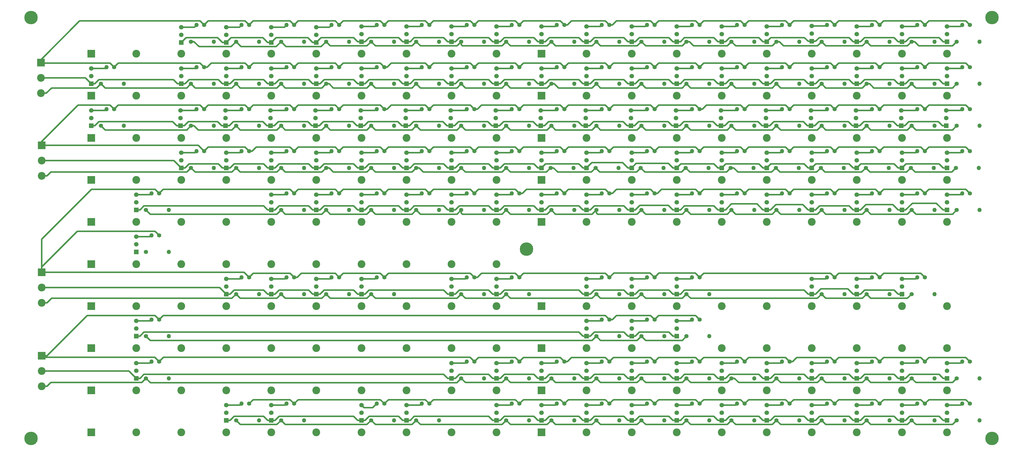
<source format=gbr>
G04 #@! TF.GenerationSoftware,KiCad,Pcbnew,(5.0.0)*
G04 #@! TF.CreationDate,2019-09-22T13:40:32+01:00*
G04 #@! TF.ProjectId,Displayv2,446973706C617976322E6B696361645F,rev?*
G04 #@! TF.SameCoordinates,Original*
G04 #@! TF.FileFunction,Copper,L2,Bot,Signal*
G04 #@! TF.FilePolarity,Positive*
%FSLAX46Y46*%
G04 Gerber Fmt 4.6, Leading zero omitted, Abs format (unit mm)*
G04 Created by KiCad (PCBNEW (5.0.0)) date 09/22/19 13:40:32*
%MOMM*%
%LPD*%
G01*
G04 APERTURE LIST*
G04 #@! TA.AperFunction,ComponentPad*
%ADD10O,1.400000X1.400000*%
G04 #@! TD*
G04 #@! TA.AperFunction,ComponentPad*
%ADD11C,1.400000*%
G04 #@! TD*
G04 #@! TA.AperFunction,ComponentPad*
%ADD12C,1.500000*%
G04 #@! TD*
G04 #@! TA.AperFunction,ComponentPad*
%ADD13R,1.500000X1.500000*%
G04 #@! TD*
G04 #@! TA.AperFunction,ComponentPad*
%ADD14R,2.600000X2.600000*%
G04 #@! TD*
G04 #@! TA.AperFunction,ComponentPad*
%ADD15C,2.600000*%
G04 #@! TD*
G04 #@! TA.AperFunction,ComponentPad*
%ADD16C,4.500000*%
G04 #@! TD*
G04 #@! TA.AperFunction,Conductor*
%ADD17C,0.500000*%
G04 #@! TD*
G04 APERTURE END LIST*
D10*
G04 #@! TO.P,R56,2*
G04 #@! TO.N,Net-(NE55-Pad2)*
X300870000Y-71000000D03*
D11*
G04 #@! TO.P,R56,1*
G04 #@! TO.N,+70v*
X293250000Y-71000000D03*
G04 #@! TD*
G04 #@! TO.P,R194,1*
G04 #@! TO.N,+70v*
X263250000Y-169000000D03*
D10*
G04 #@! TO.P,R194,2*
G04 #@! TO.N,Net-(NE193-Pad2)*
X270870000Y-169000000D03*
G04 #@! TD*
D11*
G04 #@! TO.P,R201,1*
G04 #@! TO.N,+70v*
X368250000Y-169000000D03*
D10*
G04 #@! TO.P,R201,2*
G04 #@! TO.N,Net-(NE200-Pad2)*
X375870000Y-169000000D03*
G04 #@! TD*
D11*
G04 #@! TO.P,R195,1*
G04 #@! TO.N,+70v*
X278250000Y-169000000D03*
D10*
G04 #@! TO.P,R195,2*
G04 #@! TO.N,Net-(NE194-Pad2)*
X285870000Y-169000000D03*
G04 #@! TD*
D11*
G04 #@! TO.P,R185,1*
G04 #@! TO.N,+70v*
X128250000Y-169000000D03*
D10*
G04 #@! TO.P,R185,2*
G04 #@! TO.N,Net-(NE184-Pad2)*
X135870000Y-169000000D03*
G04 #@! TD*
D11*
G04 #@! TO.P,R189,1*
G04 #@! TO.N,+70v*
X188250000Y-169000000D03*
D10*
G04 #@! TO.P,R189,2*
G04 #@! TO.N,Net-(NE188-Pad2)*
X195870000Y-169000000D03*
G04 #@! TD*
D11*
G04 #@! TO.P,R192,1*
G04 #@! TO.N,+70v*
X233250000Y-169000000D03*
D10*
G04 #@! TO.P,R192,2*
G04 #@! TO.N,Net-(NE191-Pad2)*
X240870000Y-169000000D03*
G04 #@! TD*
D11*
G04 #@! TO.P,R200,1*
G04 #@! TO.N,+70v*
X353250000Y-169000000D03*
D10*
G04 #@! TO.P,R200,2*
G04 #@! TO.N,Net-(NE199-Pad2)*
X360870000Y-169000000D03*
G04 #@! TD*
D11*
G04 #@! TO.P,R193,1*
G04 #@! TO.N,+70v*
X248250000Y-169000000D03*
D10*
G04 #@! TO.P,R193,2*
G04 #@! TO.N,Net-(NE192-Pad2)*
X255870000Y-169000000D03*
G04 #@! TD*
D11*
G04 #@! TO.P,R198,1*
G04 #@! TO.N,+70v*
X323250000Y-169000000D03*
D10*
G04 #@! TO.P,R198,2*
G04 #@! TO.N,Net-(NE197-Pad2)*
X330870000Y-169000000D03*
G04 #@! TD*
D11*
G04 #@! TO.P,R191,1*
G04 #@! TO.N,+70v*
X218250000Y-169000000D03*
D10*
G04 #@! TO.P,R191,2*
G04 #@! TO.N,Net-(NE190-Pad2)*
X225870000Y-169000000D03*
G04 #@! TD*
D11*
G04 #@! TO.P,R196,1*
G04 #@! TO.N,+70v*
X293250000Y-169000000D03*
D10*
G04 #@! TO.P,R196,2*
G04 #@! TO.N,Net-(NE195-Pad2)*
X300870000Y-169000000D03*
G04 #@! TD*
D11*
G04 #@! TO.P,R199,1*
G04 #@! TO.N,+70v*
X338250000Y-169000000D03*
D10*
G04 #@! TO.P,R199,2*
G04 #@! TO.N,Net-(NE198-Pad2)*
X345870000Y-169000000D03*
G04 #@! TD*
D11*
G04 #@! TO.P,R188,1*
G04 #@! TO.N,+70v*
X173250000Y-169000000D03*
D10*
G04 #@! TO.P,R188,2*
G04 #@! TO.N,Net-(NE187-Pad2)*
X180870000Y-169000000D03*
G04 #@! TD*
D11*
G04 #@! TO.P,R197,1*
G04 #@! TO.N,+70v*
X308250000Y-169000000D03*
D10*
G04 #@! TO.P,R197,2*
G04 #@! TO.N,Net-(NE196-Pad2)*
X315870000Y-169000000D03*
G04 #@! TD*
D11*
G04 #@! TO.P,R186,1*
G04 #@! TO.N,+70v*
X143250000Y-169000000D03*
D10*
G04 #@! TO.P,R186,2*
G04 #@! TO.N,Net-(NE185-Pad2)*
X150870000Y-169000000D03*
G04 #@! TD*
D11*
G04 #@! TO.P,R181,1*
G04 #@! TO.N,+70v*
X368250000Y-155000000D03*
D10*
G04 #@! TO.P,R181,2*
G04 #@! TO.N,Net-(NE180-Pad2)*
X375870000Y-155000000D03*
G04 #@! TD*
D11*
G04 #@! TO.P,R175,1*
G04 #@! TO.N,+70v*
X278250000Y-155000000D03*
D10*
G04 #@! TO.P,R175,2*
G04 #@! TO.N,Net-(NE174-Pad2)*
X285870000Y-155000000D03*
G04 #@! TD*
D11*
G04 #@! TO.P,R174,1*
G04 #@! TO.N,+70v*
X263250000Y-155000000D03*
D10*
G04 #@! TO.P,R174,2*
G04 #@! TO.N,Net-(NE173-Pad2)*
X270870000Y-155000000D03*
G04 #@! TD*
D11*
G04 #@! TO.P,R179,1*
G04 #@! TO.N,+70v*
X338250000Y-155000000D03*
D10*
G04 #@! TO.P,R179,2*
G04 #@! TO.N,Net-(NE178-Pad2)*
X345870000Y-155000000D03*
G04 #@! TD*
D11*
G04 #@! TO.P,R180,1*
G04 #@! TO.N,+70v*
X353250000Y-155000000D03*
D10*
G04 #@! TO.P,R180,2*
G04 #@! TO.N,Net-(NE179-Pad2)*
X360870000Y-155000000D03*
G04 #@! TD*
D11*
G04 #@! TO.P,R173,1*
G04 #@! TO.N,+70v*
X248250000Y-155000000D03*
D10*
G04 #@! TO.P,R173,2*
G04 #@! TO.N,Net-(NE172-Pad2)*
X255870000Y-155000000D03*
G04 #@! TD*
D11*
G04 #@! TO.P,R176,1*
G04 #@! TO.N,+70v*
X293250000Y-155000000D03*
D10*
G04 #@! TO.P,R176,2*
G04 #@! TO.N,Net-(NE175-Pad2)*
X300870000Y-155000000D03*
G04 #@! TD*
D11*
G04 #@! TO.P,R171,1*
G04 #@! TO.N,+70v*
X218250000Y-155000000D03*
D10*
G04 #@! TO.P,R171,2*
G04 #@! TO.N,Net-(NE170-Pad2)*
X225870000Y-155000000D03*
G04 #@! TD*
D11*
G04 #@! TO.P,R178,1*
G04 #@! TO.N,+70v*
X323250000Y-155000000D03*
D10*
G04 #@! TO.P,R178,2*
G04 #@! TO.N,Net-(NE177-Pad2)*
X330870000Y-155000000D03*
G04 #@! TD*
D11*
G04 #@! TO.P,R172,1*
G04 #@! TO.N,+70v*
X233250000Y-155000000D03*
D10*
G04 #@! TO.P,R172,2*
G04 #@! TO.N,Net-(NE171-Pad2)*
X240870000Y-155000000D03*
G04 #@! TD*
D11*
G04 #@! TO.P,R163,1*
G04 #@! TO.N,+70v*
X98250000Y-155000000D03*
D10*
G04 #@! TO.P,R163,2*
G04 #@! TO.N,Net-(NE162-Pad2)*
X105870000Y-155000000D03*
G04 #@! TD*
D11*
G04 #@! TO.P,R170,1*
G04 #@! TO.N,+70v*
X203250000Y-155000000D03*
D10*
G04 #@! TO.P,R170,2*
G04 #@! TO.N,Net-(NE169-Pad2)*
X210870000Y-155000000D03*
G04 #@! TD*
D11*
G04 #@! TO.P,R177,1*
G04 #@! TO.N,+70v*
X308250000Y-155000000D03*
D10*
G04 #@! TO.P,R177,2*
G04 #@! TO.N,Net-(NE176-Pad2)*
X315870000Y-155000000D03*
G04 #@! TD*
D11*
G04 #@! TO.P,R155,1*
G04 #@! TO.N,+70v*
X278250000Y-141000000D03*
D10*
G04 #@! TO.P,R155,2*
G04 #@! TO.N,Net-(NE154-Pad2)*
X285870000Y-141000000D03*
G04 #@! TD*
D11*
G04 #@! TO.P,R154,1*
G04 #@! TO.N,+70v*
X263250000Y-141000000D03*
D10*
G04 #@! TO.P,R154,2*
G04 #@! TO.N,Net-(NE153-Pad2)*
X270870000Y-141000000D03*
G04 #@! TD*
D11*
G04 #@! TO.P,R153,1*
G04 #@! TO.N,+70v*
X248250000Y-141000000D03*
D10*
G04 #@! TO.P,R153,2*
G04 #@! TO.N,Net-(NE152-Pad2)*
X255870000Y-141000000D03*
G04 #@! TD*
D11*
G04 #@! TO.P,R143,1*
G04 #@! TO.N,+70v*
X98250000Y-141000000D03*
D10*
G04 #@! TO.P,R143,2*
G04 #@! TO.N,Net-(NE142-Pad2)*
X105870000Y-141000000D03*
G04 #@! TD*
D11*
G04 #@! TO.P,R135,1*
G04 #@! TO.N,+70v*
X278250000Y-127000000D03*
D10*
G04 #@! TO.P,R135,2*
G04 #@! TO.N,Net-(NE134-Pad2)*
X285870000Y-127000000D03*
G04 #@! TD*
D11*
G04 #@! TO.P,R139,1*
G04 #@! TO.N,+70v*
X338250000Y-127000000D03*
D10*
G04 #@! TO.P,R139,2*
G04 #@! TO.N,Net-(NE138-Pad2)*
X345870000Y-127000000D03*
G04 #@! TD*
D11*
G04 #@! TO.P,R134,1*
G04 #@! TO.N,+70v*
X263250000Y-127000000D03*
D10*
G04 #@! TO.P,R134,2*
G04 #@! TO.N,Net-(NE133-Pad2)*
X270870000Y-127000000D03*
G04 #@! TD*
D11*
G04 #@! TO.P,R140,1*
G04 #@! TO.N,+70v*
X353250000Y-127000000D03*
D10*
G04 #@! TO.P,R140,2*
G04 #@! TO.N,Net-(NE139-Pad2)*
X360870000Y-127000000D03*
G04 #@! TD*
D11*
G04 #@! TO.P,R133,1*
G04 #@! TO.N,+70v*
X248250000Y-127000000D03*
D10*
G04 #@! TO.P,R133,2*
G04 #@! TO.N,Net-(NE132-Pad2)*
X255870000Y-127000000D03*
G04 #@! TD*
D11*
G04 #@! TO.P,R138,1*
G04 #@! TO.N,+70v*
X323250000Y-127000000D03*
D10*
G04 #@! TO.P,R138,2*
G04 #@! TO.N,Net-(NE137-Pad2)*
X330870000Y-127000000D03*
G04 #@! TD*
D11*
G04 #@! TO.P,R131,1*
G04 #@! TO.N,+70v*
X218250000Y-127000000D03*
D10*
G04 #@! TO.P,R131,2*
G04 #@! TO.N,Net-(NE130-Pad2)*
X225870000Y-127000000D03*
G04 #@! TD*
D11*
G04 #@! TO.P,R126,1*
G04 #@! TO.N,+70v*
X143250000Y-127000000D03*
D10*
G04 #@! TO.P,R126,2*
G04 #@! TO.N,Net-(NE125-Pad2)*
X150870000Y-127000000D03*
G04 #@! TD*
D11*
G04 #@! TO.P,R128,1*
G04 #@! TO.N,+70v*
X173250000Y-127000000D03*
D10*
G04 #@! TO.P,R128,2*
G04 #@! TO.N,Net-(NE127-Pad2)*
X180870000Y-127000000D03*
G04 #@! TD*
D11*
G04 #@! TO.P,R125,1*
G04 #@! TO.N,+70v*
X128250000Y-127000000D03*
D10*
G04 #@! TO.P,R125,2*
G04 #@! TO.N,Net-(NE124-Pad2)*
X135870000Y-127000000D03*
G04 #@! TD*
D11*
G04 #@! TO.P,R127,1*
G04 #@! TO.N,+70v*
X158250000Y-127000000D03*
D10*
G04 #@! TO.P,R127,2*
G04 #@! TO.N,Net-(NE126-Pad2)*
X165870000Y-127000000D03*
G04 #@! TD*
D11*
G04 #@! TO.P,R130,1*
G04 #@! TO.N,+70v*
X203250000Y-127000000D03*
D10*
G04 #@! TO.P,R130,2*
G04 #@! TO.N,Net-(NE129-Pad2)*
X210870000Y-127000000D03*
G04 #@! TD*
D11*
G04 #@! TO.P,R103,1*
G04 #@! TO.N,+70v*
X98250000Y-113000000D03*
D10*
G04 #@! TO.P,R103,2*
G04 #@! TO.N,Net-(NE102-Pad2)*
X105870000Y-113000000D03*
G04 #@! TD*
D11*
G04 #@! TO.P,R93,1*
G04 #@! TO.N,+70v*
X248250000Y-99000000D03*
D10*
G04 #@! TO.P,R93,2*
G04 #@! TO.N,Net-(NE92-Pad2)*
X255870000Y-99000000D03*
G04 #@! TD*
D11*
G04 #@! TO.P,R92,1*
G04 #@! TO.N,+70v*
X233250000Y-99000000D03*
D10*
G04 #@! TO.P,R92,2*
G04 #@! TO.N,Net-(NE91-Pad2)*
X240870000Y-99000000D03*
G04 #@! TD*
D11*
G04 #@! TO.P,R97,1*
G04 #@! TO.N,+70v*
X308250000Y-99000000D03*
D10*
G04 #@! TO.P,R97,2*
G04 #@! TO.N,Net-(NE96-Pad2)*
X315870000Y-99000000D03*
G04 #@! TD*
D11*
G04 #@! TO.P,R98,1*
G04 #@! TO.N,+70v*
X323250000Y-99000000D03*
D10*
G04 #@! TO.P,R98,2*
G04 #@! TO.N,Net-(NE97-Pad2)*
X330870000Y-99000000D03*
G04 #@! TD*
D11*
G04 #@! TO.P,R99,1*
G04 #@! TO.N,+70v*
X338250000Y-99000000D03*
D10*
G04 #@! TO.P,R99,2*
G04 #@! TO.N,Net-(NE98-Pad2)*
X345870000Y-99000000D03*
G04 #@! TD*
D11*
G04 #@! TO.P,R96,1*
G04 #@! TO.N,+70v*
X293250000Y-99000000D03*
D10*
G04 #@! TO.P,R96,2*
G04 #@! TO.N,Net-(NE95-Pad2)*
X300870000Y-99000000D03*
G04 #@! TD*
D11*
G04 #@! TO.P,R101,1*
G04 #@! TO.N,+70v*
X368250000Y-99000000D03*
D10*
G04 #@! TO.P,R101,2*
G04 #@! TO.N,Net-(NE100-Pad2)*
X375870000Y-99000000D03*
G04 #@! TD*
D11*
G04 #@! TO.P,R100,1*
G04 #@! TO.N,+70v*
X353250000Y-99000000D03*
D10*
G04 #@! TO.P,R100,2*
G04 #@! TO.N,Net-(NE99-Pad2)*
X360870000Y-99000000D03*
G04 #@! TD*
D11*
G04 #@! TO.P,R94,1*
G04 #@! TO.N,+70v*
X263250000Y-99000000D03*
D10*
G04 #@! TO.P,R94,2*
G04 #@! TO.N,Net-(NE93-Pad2)*
X270870000Y-99000000D03*
G04 #@! TD*
D11*
G04 #@! TO.P,R95,1*
G04 #@! TO.N,+70v*
X278250000Y-99000000D03*
D10*
G04 #@! TO.P,R95,2*
G04 #@! TO.N,Net-(NE94-Pad2)*
X285870000Y-99000000D03*
G04 #@! TD*
D11*
G04 #@! TO.P,R86,1*
G04 #@! TO.N,+70v*
X143250000Y-99000000D03*
D10*
G04 #@! TO.P,R86,2*
G04 #@! TO.N,Net-(NE85-Pad2)*
X150870000Y-99000000D03*
G04 #@! TD*
D11*
G04 #@! TO.P,R88,1*
G04 #@! TO.N,+70v*
X173250000Y-99000000D03*
D10*
G04 #@! TO.P,R88,2*
G04 #@! TO.N,Net-(NE87-Pad2)*
X180870000Y-99000000D03*
G04 #@! TD*
D11*
G04 #@! TO.P,R91,1*
G04 #@! TO.N,+70v*
X218250000Y-99000000D03*
D10*
G04 #@! TO.P,R91,2*
G04 #@! TO.N,Net-(NE90-Pad2)*
X225870000Y-99000000D03*
G04 #@! TD*
D11*
G04 #@! TO.P,R89,1*
G04 #@! TO.N,+70v*
X188250000Y-99000000D03*
D10*
G04 #@! TO.P,R89,2*
G04 #@! TO.N,Net-(NE88-Pad2)*
X195870000Y-99000000D03*
G04 #@! TD*
D11*
G04 #@! TO.P,R90,1*
G04 #@! TO.N,+70v*
X203250000Y-99000000D03*
D10*
G04 #@! TO.P,R90,2*
G04 #@! TO.N,Net-(NE89-Pad2)*
X210870000Y-99000000D03*
G04 #@! TD*
D11*
G04 #@! TO.P,R83,1*
G04 #@! TO.N,+70v*
X98250000Y-99000000D03*
D10*
G04 #@! TO.P,R83,2*
G04 #@! TO.N,Net-(NE82-Pad2)*
X105870000Y-99000000D03*
G04 #@! TD*
D11*
G04 #@! TO.P,R87,1*
G04 #@! TO.N,+70v*
X158250000Y-99000000D03*
D10*
G04 #@! TO.P,R87,2*
G04 #@! TO.N,Net-(NE86-Pad2)*
X165870000Y-99000000D03*
G04 #@! TD*
D11*
G04 #@! TO.P,R79,1*
G04 #@! TO.N,+70v*
X338000000Y-85000000D03*
D10*
G04 #@! TO.P,R79,2*
G04 #@! TO.N,Net-(NE78-Pad2)*
X345620000Y-85000000D03*
G04 #@! TD*
D11*
G04 #@! TO.P,R77,1*
G04 #@! TO.N,+70v*
X308000000Y-85000000D03*
D10*
G04 #@! TO.P,R77,2*
G04 #@! TO.N,Net-(NE76-Pad2)*
X315620000Y-85000000D03*
G04 #@! TD*
D11*
G04 #@! TO.P,R80,1*
G04 #@! TO.N,+70v*
X353000000Y-85000000D03*
D10*
G04 #@! TO.P,R80,2*
G04 #@! TO.N,Net-(NE79-Pad2)*
X360620000Y-85000000D03*
G04 #@! TD*
D11*
G04 #@! TO.P,R81,1*
G04 #@! TO.N,+70v*
X368000000Y-85000000D03*
D10*
G04 #@! TO.P,R81,2*
G04 #@! TO.N,Net-(NE80-Pad2)*
X375620000Y-85000000D03*
G04 #@! TD*
D11*
G04 #@! TO.P,R76,1*
G04 #@! TO.N,+70v*
X293000000Y-85000000D03*
D10*
G04 #@! TO.P,R76,2*
G04 #@! TO.N,Net-(NE75-Pad2)*
X300620000Y-85000000D03*
G04 #@! TD*
D11*
G04 #@! TO.P,R78,1*
G04 #@! TO.N,+70v*
X323000000Y-85000000D03*
D10*
G04 #@! TO.P,R78,2*
G04 #@! TO.N,Net-(NE77-Pad2)*
X330620000Y-85000000D03*
G04 #@! TD*
D11*
G04 #@! TO.P,R73,1*
G04 #@! TO.N,+70v*
X248000000Y-85000000D03*
D10*
G04 #@! TO.P,R73,2*
G04 #@! TO.N,Net-(NE72-Pad2)*
X255620000Y-85000000D03*
G04 #@! TD*
D11*
G04 #@! TO.P,R72,1*
G04 #@! TO.N,+70v*
X233000000Y-85000000D03*
D10*
G04 #@! TO.P,R72,2*
G04 #@! TO.N,Net-(NE71-Pad2)*
X240620000Y-85000000D03*
G04 #@! TD*
D11*
G04 #@! TO.P,R75,1*
G04 #@! TO.N,+70v*
X278000000Y-85000000D03*
D10*
G04 #@! TO.P,R75,2*
G04 #@! TO.N,Net-(NE74-Pad2)*
X285620000Y-85000000D03*
G04 #@! TD*
D11*
G04 #@! TO.P,R74,1*
G04 #@! TO.N,+70v*
X263000000Y-85000000D03*
D10*
G04 #@! TO.P,R74,2*
G04 #@! TO.N,Net-(NE73-Pad2)*
X270620000Y-85000000D03*
G04 #@! TD*
D11*
G04 #@! TO.P,R68,1*
G04 #@! TO.N,+70v*
X173250000Y-85000000D03*
D10*
G04 #@! TO.P,R68,2*
G04 #@! TO.N,Net-(NE67-Pad2)*
X180870000Y-85000000D03*
G04 #@! TD*
D11*
G04 #@! TO.P,R64,1*
G04 #@! TO.N,+70v*
X113250000Y-85000000D03*
D10*
G04 #@! TO.P,R64,2*
G04 #@! TO.N,Net-(NE63-Pad2)*
X120870000Y-85000000D03*
G04 #@! TD*
D11*
G04 #@! TO.P,R66,1*
G04 #@! TO.N,+70v*
X143250000Y-85000000D03*
D10*
G04 #@! TO.P,R66,2*
G04 #@! TO.N,Net-(NE65-Pad2)*
X150870000Y-85000000D03*
G04 #@! TD*
D11*
G04 #@! TO.P,R65,1*
G04 #@! TO.N,+70v*
X128250000Y-85000000D03*
D10*
G04 #@! TO.P,R65,2*
G04 #@! TO.N,Net-(NE64-Pad2)*
X135870000Y-85000000D03*
G04 #@! TD*
D11*
G04 #@! TO.P,R70,1*
G04 #@! TO.N,+70v*
X203250000Y-85000000D03*
D10*
G04 #@! TO.P,R70,2*
G04 #@! TO.N,Net-(NE69-Pad2)*
X210870000Y-85000000D03*
G04 #@! TD*
D11*
G04 #@! TO.P,R69,1*
G04 #@! TO.N,+70v*
X188250000Y-85000000D03*
D10*
G04 #@! TO.P,R69,2*
G04 #@! TO.N,Net-(NE68-Pad2)*
X195870000Y-85000000D03*
G04 #@! TD*
D11*
G04 #@! TO.P,R67,1*
G04 #@! TO.N,+70v*
X158250000Y-85000000D03*
D10*
G04 #@! TO.P,R67,2*
G04 #@! TO.N,Net-(NE66-Pad2)*
X165870000Y-85000000D03*
G04 #@! TD*
D11*
G04 #@! TO.P,R71,1*
G04 #@! TO.N,+70v*
X218250000Y-85000000D03*
D10*
G04 #@! TO.P,R71,2*
G04 #@! TO.N,Net-(NE70-Pad2)*
X225870000Y-85000000D03*
G04 #@! TD*
D11*
G04 #@! TO.P,R4,1*
G04 #@! TO.N,+70v*
X113250000Y-43000000D03*
D10*
G04 #@! TO.P,R4,2*
G04 #@! TO.N,Net-(NE3-Pad2)*
X120870000Y-43000000D03*
G04 #@! TD*
D11*
G04 #@! TO.P,R5,1*
G04 #@! TO.N,+70v*
X128250000Y-43000000D03*
D10*
G04 #@! TO.P,R5,2*
G04 #@! TO.N,Net-(NE4-Pad2)*
X135870000Y-43000000D03*
G04 #@! TD*
D11*
G04 #@! TO.P,R6,1*
G04 #@! TO.N,+70v*
X143250000Y-43000000D03*
D10*
G04 #@! TO.P,R6,2*
G04 #@! TO.N,Net-(NE5-Pad2)*
X150870000Y-43000000D03*
G04 #@! TD*
D11*
G04 #@! TO.P,R7,1*
G04 #@! TO.N,+70v*
X158250000Y-43000000D03*
D10*
G04 #@! TO.P,R7,2*
G04 #@! TO.N,Net-(NE6-Pad2)*
X165870000Y-43000000D03*
G04 #@! TD*
D11*
G04 #@! TO.P,R8,1*
G04 #@! TO.N,+70v*
X173250000Y-43000000D03*
D10*
G04 #@! TO.P,R8,2*
G04 #@! TO.N,Net-(NE7-Pad2)*
X180870000Y-43000000D03*
G04 #@! TD*
D11*
G04 #@! TO.P,R9,1*
G04 #@! TO.N,+70v*
X188250000Y-43000000D03*
D10*
G04 #@! TO.P,R9,2*
G04 #@! TO.N,Net-(NE8-Pad2)*
X195870000Y-43000000D03*
G04 #@! TD*
D11*
G04 #@! TO.P,R10,1*
G04 #@! TO.N,+70v*
X203250000Y-43000000D03*
D10*
G04 #@! TO.P,R10,2*
G04 #@! TO.N,Net-(NE9-Pad2)*
X210870000Y-43000000D03*
G04 #@! TD*
D11*
G04 #@! TO.P,R11,1*
G04 #@! TO.N,+70v*
X218250000Y-43000000D03*
D10*
G04 #@! TO.P,R11,2*
G04 #@! TO.N,Net-(NE10-Pad2)*
X225870000Y-43000000D03*
G04 #@! TD*
D11*
G04 #@! TO.P,R12,1*
G04 #@! TO.N,+70v*
X233250000Y-43000000D03*
D10*
G04 #@! TO.P,R12,2*
G04 #@! TO.N,Net-(NE11-Pad2)*
X240870000Y-43000000D03*
G04 #@! TD*
D11*
G04 #@! TO.P,R13,1*
G04 #@! TO.N,+70v*
X248250000Y-43000000D03*
D10*
G04 #@! TO.P,R13,2*
G04 #@! TO.N,Net-(NE12-Pad2)*
X255870000Y-43000000D03*
G04 #@! TD*
D11*
G04 #@! TO.P,R14,1*
G04 #@! TO.N,+70v*
X263250000Y-43000000D03*
D10*
G04 #@! TO.P,R14,2*
G04 #@! TO.N,Net-(NE13-Pad2)*
X270870000Y-43000000D03*
G04 #@! TD*
D11*
G04 #@! TO.P,R15,1*
G04 #@! TO.N,+70v*
X278250000Y-43000000D03*
D10*
G04 #@! TO.P,R15,2*
G04 #@! TO.N,Net-(NE14-Pad2)*
X285870000Y-43000000D03*
G04 #@! TD*
D11*
G04 #@! TO.P,R16,1*
G04 #@! TO.N,+70v*
X293250000Y-43000000D03*
D10*
G04 #@! TO.P,R16,2*
G04 #@! TO.N,Net-(NE15-Pad2)*
X300870000Y-43000000D03*
G04 #@! TD*
D11*
G04 #@! TO.P,R17,1*
G04 #@! TO.N,+70v*
X308250000Y-43000000D03*
D10*
G04 #@! TO.P,R17,2*
G04 #@! TO.N,Net-(NE16-Pad2)*
X315870000Y-43000000D03*
G04 #@! TD*
D11*
G04 #@! TO.P,R18,1*
G04 #@! TO.N,+70v*
X323250000Y-43000000D03*
D10*
G04 #@! TO.P,R18,2*
G04 #@! TO.N,Net-(NE17-Pad2)*
X330870000Y-43000000D03*
G04 #@! TD*
D11*
G04 #@! TO.P,R19,1*
G04 #@! TO.N,+70v*
X338250000Y-43000000D03*
D10*
G04 #@! TO.P,R19,2*
G04 #@! TO.N,Net-(NE18-Pad2)*
X345870000Y-43000000D03*
G04 #@! TD*
D11*
G04 #@! TO.P,R20,1*
G04 #@! TO.N,+70v*
X353250000Y-43000000D03*
D10*
G04 #@! TO.P,R20,2*
G04 #@! TO.N,Net-(NE19-Pad2)*
X360870000Y-43000000D03*
G04 #@! TD*
D11*
G04 #@! TO.P,R21,1*
G04 #@! TO.N,+70v*
X368250000Y-43000000D03*
D10*
G04 #@! TO.P,R21,2*
G04 #@! TO.N,Net-(NE20-Pad2)*
X375870000Y-43000000D03*
G04 #@! TD*
D11*
G04 #@! TO.P,R22,1*
G04 #@! TO.N,+70v*
X83250000Y-57000000D03*
D10*
G04 #@! TO.P,R22,2*
G04 #@! TO.N,Net-(NE21-Pad2)*
X90870000Y-57000000D03*
G04 #@! TD*
D11*
G04 #@! TO.P,R24,1*
G04 #@! TO.N,+70v*
X113250000Y-57000000D03*
D10*
G04 #@! TO.P,R24,2*
G04 #@! TO.N,Net-(NE23-Pad2)*
X120870000Y-57000000D03*
G04 #@! TD*
D11*
G04 #@! TO.P,R25,1*
G04 #@! TO.N,+70v*
X128250000Y-57000000D03*
D10*
G04 #@! TO.P,R25,2*
G04 #@! TO.N,Net-(NE24-Pad2)*
X135870000Y-57000000D03*
G04 #@! TD*
D11*
G04 #@! TO.P,R26,1*
G04 #@! TO.N,+70v*
X143250000Y-57000000D03*
D10*
G04 #@! TO.P,R26,2*
G04 #@! TO.N,Net-(NE25-Pad2)*
X150870000Y-57000000D03*
G04 #@! TD*
D11*
G04 #@! TO.P,R27,1*
G04 #@! TO.N,+70v*
X158250000Y-57000000D03*
D10*
G04 #@! TO.P,R27,2*
G04 #@! TO.N,Net-(NE26-Pad2)*
X165870000Y-57000000D03*
G04 #@! TD*
D11*
G04 #@! TO.P,R28,1*
G04 #@! TO.N,+70v*
X173250000Y-57000000D03*
D10*
G04 #@! TO.P,R28,2*
G04 #@! TO.N,Net-(NE27-Pad2)*
X180870000Y-57000000D03*
G04 #@! TD*
D11*
G04 #@! TO.P,R29,1*
G04 #@! TO.N,+70v*
X188250000Y-57000000D03*
D10*
G04 #@! TO.P,R29,2*
G04 #@! TO.N,Net-(NE28-Pad2)*
X195870000Y-57000000D03*
G04 #@! TD*
D11*
G04 #@! TO.P,R30,1*
G04 #@! TO.N,+70v*
X203250000Y-57000000D03*
D10*
G04 #@! TO.P,R30,2*
G04 #@! TO.N,Net-(NE29-Pad2)*
X210870000Y-57000000D03*
G04 #@! TD*
D11*
G04 #@! TO.P,R31,1*
G04 #@! TO.N,+70v*
X218250000Y-57000000D03*
D10*
G04 #@! TO.P,R31,2*
G04 #@! TO.N,Net-(NE30-Pad2)*
X225870000Y-57000000D03*
G04 #@! TD*
D11*
G04 #@! TO.P,R32,1*
G04 #@! TO.N,+70v*
X233250000Y-57000000D03*
D10*
G04 #@! TO.P,R32,2*
G04 #@! TO.N,Net-(NE31-Pad2)*
X240870000Y-57000000D03*
G04 #@! TD*
D11*
G04 #@! TO.P,R33,1*
G04 #@! TO.N,+70v*
X248250000Y-57000000D03*
D10*
G04 #@! TO.P,R33,2*
G04 #@! TO.N,Net-(NE32-Pad2)*
X255870000Y-57000000D03*
G04 #@! TD*
D11*
G04 #@! TO.P,R34,1*
G04 #@! TO.N,+70v*
X263250000Y-57000000D03*
D10*
G04 #@! TO.P,R34,2*
G04 #@! TO.N,Net-(NE33-Pad2)*
X270870000Y-57000000D03*
G04 #@! TD*
D11*
G04 #@! TO.P,R35,1*
G04 #@! TO.N,+70v*
X278250000Y-57000000D03*
D10*
G04 #@! TO.P,R35,2*
G04 #@! TO.N,Net-(NE34-Pad2)*
X285870000Y-57000000D03*
G04 #@! TD*
D11*
G04 #@! TO.P,R36,1*
G04 #@! TO.N,+70v*
X293250000Y-57000000D03*
D10*
G04 #@! TO.P,R36,2*
G04 #@! TO.N,Net-(NE35-Pad2)*
X300870000Y-57000000D03*
G04 #@! TD*
D11*
G04 #@! TO.P,R37,1*
G04 #@! TO.N,+70v*
X308250000Y-57000000D03*
D10*
G04 #@! TO.P,R37,2*
G04 #@! TO.N,Net-(NE36-Pad2)*
X315870000Y-57000000D03*
G04 #@! TD*
D11*
G04 #@! TO.P,R38,1*
G04 #@! TO.N,+70v*
X323250000Y-57000000D03*
D10*
G04 #@! TO.P,R38,2*
G04 #@! TO.N,Net-(NE37-Pad2)*
X330870000Y-57000000D03*
G04 #@! TD*
D11*
G04 #@! TO.P,R39,1*
G04 #@! TO.N,+70v*
X338250000Y-57000000D03*
D10*
G04 #@! TO.P,R39,2*
G04 #@! TO.N,Net-(NE38-Pad2)*
X345870000Y-57000000D03*
G04 #@! TD*
D11*
G04 #@! TO.P,R40,1*
G04 #@! TO.N,+70v*
X353250000Y-57000000D03*
D10*
G04 #@! TO.P,R40,2*
G04 #@! TO.N,Net-(NE39-Pad2)*
X360870000Y-57000000D03*
G04 #@! TD*
D11*
G04 #@! TO.P,R41,1*
G04 #@! TO.N,+70v*
X368250000Y-57000000D03*
D10*
G04 #@! TO.P,R41,2*
G04 #@! TO.N,Net-(NE40-Pad2)*
X375870000Y-57000000D03*
G04 #@! TD*
D11*
G04 #@! TO.P,R42,1*
G04 #@! TO.N,+70v*
X83250000Y-71000000D03*
D10*
G04 #@! TO.P,R42,2*
G04 #@! TO.N,Net-(NE41-Pad2)*
X90870000Y-71000000D03*
G04 #@! TD*
D11*
G04 #@! TO.P,R44,1*
G04 #@! TO.N,+70v*
X113250000Y-71000000D03*
D10*
G04 #@! TO.P,R44,2*
G04 #@! TO.N,Net-(NE43-Pad2)*
X120870000Y-71000000D03*
G04 #@! TD*
D11*
G04 #@! TO.P,R45,1*
G04 #@! TO.N,+70v*
X128250000Y-71000000D03*
D10*
G04 #@! TO.P,R45,2*
G04 #@! TO.N,Net-(NE44-Pad2)*
X135870000Y-71000000D03*
G04 #@! TD*
D11*
G04 #@! TO.P,R46,1*
G04 #@! TO.N,+70v*
X143250000Y-71000000D03*
D10*
G04 #@! TO.P,R46,2*
G04 #@! TO.N,Net-(NE45-Pad2)*
X150870000Y-71000000D03*
G04 #@! TD*
D11*
G04 #@! TO.P,R47,1*
G04 #@! TO.N,+70v*
X158250000Y-71000000D03*
D10*
G04 #@! TO.P,R47,2*
G04 #@! TO.N,Net-(NE46-Pad2)*
X165870000Y-71000000D03*
G04 #@! TD*
D11*
G04 #@! TO.P,R48,1*
G04 #@! TO.N,+70v*
X173250000Y-71000000D03*
D10*
G04 #@! TO.P,R48,2*
G04 #@! TO.N,Net-(NE47-Pad2)*
X180870000Y-71000000D03*
G04 #@! TD*
D11*
G04 #@! TO.P,R49,1*
G04 #@! TO.N,+70v*
X188250000Y-71000000D03*
D10*
G04 #@! TO.P,R49,2*
G04 #@! TO.N,Net-(NE48-Pad2)*
X195870000Y-71000000D03*
G04 #@! TD*
D11*
G04 #@! TO.P,R50,1*
G04 #@! TO.N,+70v*
X203250000Y-71000000D03*
D10*
G04 #@! TO.P,R50,2*
G04 #@! TO.N,Net-(NE49-Pad2)*
X210870000Y-71000000D03*
G04 #@! TD*
D11*
G04 #@! TO.P,R51,1*
G04 #@! TO.N,+70v*
X218250000Y-71000000D03*
D10*
G04 #@! TO.P,R51,2*
G04 #@! TO.N,Net-(NE50-Pad2)*
X225870000Y-71000000D03*
G04 #@! TD*
D11*
G04 #@! TO.P,R52,1*
G04 #@! TO.N,+70v*
X233250000Y-71000000D03*
D10*
G04 #@! TO.P,R52,2*
G04 #@! TO.N,Net-(NE51-Pad2)*
X240870000Y-71000000D03*
G04 #@! TD*
D11*
G04 #@! TO.P,R53,1*
G04 #@! TO.N,+70v*
X248250000Y-71000000D03*
D10*
G04 #@! TO.P,R53,2*
G04 #@! TO.N,Net-(NE52-Pad2)*
X255870000Y-71000000D03*
G04 #@! TD*
D11*
G04 #@! TO.P,R54,1*
G04 #@! TO.N,+70v*
X263250000Y-71000000D03*
D10*
G04 #@! TO.P,R54,2*
G04 #@! TO.N,Net-(NE53-Pad2)*
X270870000Y-71000000D03*
G04 #@! TD*
D11*
G04 #@! TO.P,R55,1*
G04 #@! TO.N,+70v*
X278250000Y-71000000D03*
D10*
G04 #@! TO.P,R55,2*
G04 #@! TO.N,Net-(NE54-Pad2)*
X285870000Y-71000000D03*
G04 #@! TD*
D11*
G04 #@! TO.P,R57,1*
G04 #@! TO.N,+70v*
X308250000Y-71000000D03*
D10*
G04 #@! TO.P,R57,2*
G04 #@! TO.N,Net-(NE56-Pad2)*
X315870000Y-71000000D03*
G04 #@! TD*
D11*
G04 #@! TO.P,R58,1*
G04 #@! TO.N,+70v*
X323250000Y-71000000D03*
D10*
G04 #@! TO.P,R58,2*
G04 #@! TO.N,Net-(NE57-Pad2)*
X330870000Y-71000000D03*
G04 #@! TD*
D11*
G04 #@! TO.P,R59,1*
G04 #@! TO.N,+70v*
X338250000Y-71000000D03*
D10*
G04 #@! TO.P,R59,2*
G04 #@! TO.N,Net-(NE58-Pad2)*
X345870000Y-71000000D03*
G04 #@! TD*
D11*
G04 #@! TO.P,R60,1*
G04 #@! TO.N,+70v*
X353250000Y-71000000D03*
D10*
G04 #@! TO.P,R60,2*
G04 #@! TO.N,Net-(NE59-Pad2)*
X360870000Y-71000000D03*
G04 #@! TD*
D11*
G04 #@! TO.P,R61,1*
G04 #@! TO.N,+70v*
X368250000Y-71000000D03*
D10*
G04 #@! TO.P,R61,2*
G04 #@! TO.N,Net-(NE60-Pad2)*
X375870000Y-71000000D03*
G04 #@! TD*
D12*
G04 #@! TO.P,Q3,2*
G04 #@! TO.N,Net-(J2-Pad3)*
X110000000Y-40710000D03*
G04 #@! TO.P,Q3,3*
G04 #@! TO.N,Net-(NE3-Pad2)*
X110000000Y-38170000D03*
D13*
G04 #@! TO.P,Q3,1*
G04 #@! TO.N,0v*
X110000000Y-43250000D03*
G04 #@! TD*
D12*
G04 #@! TO.P,Q194,2*
G04 #@! TO.N,Net-(J21-Pad4)*
X275000000Y-166460000D03*
G04 #@! TO.P,Q194,3*
G04 #@! TO.N,Net-(NE194-Pad2)*
X275000000Y-163920000D03*
D13*
G04 #@! TO.P,Q194,1*
G04 #@! TO.N,0v*
X275000000Y-169000000D03*
G04 #@! TD*
D12*
G04 #@! TO.P,Q193,2*
G04 #@! TO.N,Net-(J21-Pad3)*
X260000000Y-166460000D03*
G04 #@! TO.P,Q193,3*
G04 #@! TO.N,Net-(NE193-Pad2)*
X260000000Y-163920000D03*
D13*
G04 #@! TO.P,Q193,1*
G04 #@! TO.N,0v*
X260000000Y-169000000D03*
G04 #@! TD*
D12*
G04 #@! TO.P,Q192,2*
G04 #@! TO.N,Net-(J21-Pad2)*
X245000000Y-166460000D03*
G04 #@! TO.P,Q192,3*
G04 #@! TO.N,Net-(NE192-Pad2)*
X245000000Y-163920000D03*
D13*
G04 #@! TO.P,Q192,1*
G04 #@! TO.N,0v*
X245000000Y-169000000D03*
G04 #@! TD*
D12*
G04 #@! TO.P,Q191,2*
G04 #@! TO.N,Net-(J21-Pad1)*
X230000000Y-166460000D03*
G04 #@! TO.P,Q191,3*
G04 #@! TO.N,Net-(NE191-Pad2)*
X230000000Y-163920000D03*
D13*
G04 #@! TO.P,Q191,1*
G04 #@! TO.N,0v*
X230000000Y-169000000D03*
G04 #@! TD*
D12*
G04 #@! TO.P,Q197,2*
G04 #@! TO.N,Net-(J21-Pad7)*
X320000000Y-166460000D03*
G04 #@! TO.P,Q197,3*
G04 #@! TO.N,Net-(NE197-Pad2)*
X320000000Y-163920000D03*
D13*
G04 #@! TO.P,Q197,1*
G04 #@! TO.N,0v*
X320000000Y-169000000D03*
G04 #@! TD*
D12*
G04 #@! TO.P,Q187,2*
G04 #@! TO.N,Net-(J20-Pad7)*
X170000000Y-166460000D03*
G04 #@! TO.P,Q187,3*
G04 #@! TO.N,Net-(NE187-Pad2)*
X170000000Y-163920000D03*
D13*
G04 #@! TO.P,Q187,1*
G04 #@! TO.N,0v*
X170000000Y-169000000D03*
G04 #@! TD*
D12*
G04 #@! TO.P,Q198,2*
G04 #@! TO.N,Net-(J21-Pad8)*
X335000000Y-166460000D03*
G04 #@! TO.P,Q198,3*
G04 #@! TO.N,Net-(NE198-Pad2)*
X335000000Y-163920000D03*
D13*
G04 #@! TO.P,Q198,1*
G04 #@! TO.N,0v*
X335000000Y-169000000D03*
G04 #@! TD*
D12*
G04 #@! TO.P,Q200,2*
G04 #@! TO.N,Net-(J21-Pad10)*
X365000000Y-166460000D03*
G04 #@! TO.P,Q200,3*
G04 #@! TO.N,Net-(NE200-Pad2)*
X365000000Y-163920000D03*
D13*
G04 #@! TO.P,Q200,1*
G04 #@! TO.N,0v*
X365000000Y-169000000D03*
G04 #@! TD*
D12*
G04 #@! TO.P,Q188,2*
G04 #@! TO.N,Net-(J20-Pad8)*
X185000000Y-166460000D03*
G04 #@! TO.P,Q188,3*
G04 #@! TO.N,Net-(NE188-Pad2)*
X185000000Y-163920000D03*
D13*
G04 #@! TO.P,Q188,1*
G04 #@! TO.N,0v*
X185000000Y-169000000D03*
G04 #@! TD*
D12*
G04 #@! TO.P,Q195,2*
G04 #@! TO.N,Net-(J21-Pad5)*
X290000000Y-166460000D03*
G04 #@! TO.P,Q195,3*
G04 #@! TO.N,Net-(NE195-Pad2)*
X290000000Y-163920000D03*
D13*
G04 #@! TO.P,Q195,1*
G04 #@! TO.N,0v*
X290000000Y-169000000D03*
G04 #@! TD*
D12*
G04 #@! TO.P,Q184,2*
G04 #@! TO.N,Net-(J20-Pad4)*
X125000000Y-166460000D03*
G04 #@! TO.P,Q184,3*
G04 #@! TO.N,Net-(NE184-Pad2)*
X125000000Y-163920000D03*
D13*
G04 #@! TO.P,Q184,1*
G04 #@! TO.N,0v*
X125000000Y-169000000D03*
G04 #@! TD*
D12*
G04 #@! TO.P,Q196,2*
G04 #@! TO.N,Net-(J21-Pad6)*
X305000000Y-166460000D03*
G04 #@! TO.P,Q196,3*
G04 #@! TO.N,Net-(NE196-Pad2)*
X305000000Y-163920000D03*
D13*
G04 #@! TO.P,Q196,1*
G04 #@! TO.N,0v*
X305000000Y-169000000D03*
G04 #@! TD*
D12*
G04 #@! TO.P,Q185,2*
G04 #@! TO.N,Net-(J20-Pad5)*
X140000000Y-166460000D03*
G04 #@! TO.P,Q185,3*
G04 #@! TO.N,Net-(NE185-Pad2)*
X140000000Y-163920000D03*
D13*
G04 #@! TO.P,Q185,1*
G04 #@! TO.N,0v*
X140000000Y-169000000D03*
G04 #@! TD*
D12*
G04 #@! TO.P,Q190,2*
G04 #@! TO.N,Net-(J20-Pad10)*
X215000000Y-166460000D03*
G04 #@! TO.P,Q190,3*
G04 #@! TO.N,Net-(NE190-Pad2)*
X215000000Y-163920000D03*
D13*
G04 #@! TO.P,Q190,1*
G04 #@! TO.N,0v*
X215000000Y-169000000D03*
G04 #@! TD*
D12*
G04 #@! TO.P,Q199,2*
G04 #@! TO.N,Net-(J21-Pad9)*
X350000000Y-166460000D03*
G04 #@! TO.P,Q199,3*
G04 #@! TO.N,Net-(NE199-Pad2)*
X350000000Y-163920000D03*
D13*
G04 #@! TO.P,Q199,1*
G04 #@! TO.N,0v*
X350000000Y-169000000D03*
G04 #@! TD*
D12*
G04 #@! TO.P,Q171,2*
G04 #@! TO.N,Net-(J19-Pad1)*
X230000000Y-152460000D03*
G04 #@! TO.P,Q171,3*
G04 #@! TO.N,Net-(NE171-Pad2)*
X230000000Y-149920000D03*
D13*
G04 #@! TO.P,Q171,1*
G04 #@! TO.N,0v*
X230000000Y-155000000D03*
G04 #@! TD*
D12*
G04 #@! TO.P,Q172,2*
G04 #@! TO.N,Net-(J19-Pad2)*
X245000000Y-152460000D03*
G04 #@! TO.P,Q172,3*
G04 #@! TO.N,Net-(NE172-Pad2)*
X245000000Y-149920000D03*
D13*
G04 #@! TO.P,Q172,1*
G04 #@! TO.N,0v*
X245000000Y-155000000D03*
G04 #@! TD*
D12*
G04 #@! TO.P,Q174,2*
G04 #@! TO.N,Net-(J19-Pad4)*
X275000000Y-152460000D03*
G04 #@! TO.P,Q174,3*
G04 #@! TO.N,Net-(NE174-Pad2)*
X275000000Y-149920000D03*
D13*
G04 #@! TO.P,Q174,1*
G04 #@! TO.N,0v*
X275000000Y-155000000D03*
G04 #@! TD*
D12*
G04 #@! TO.P,Q173,2*
G04 #@! TO.N,Net-(J19-Pad3)*
X260000000Y-152460000D03*
G04 #@! TO.P,Q173,3*
G04 #@! TO.N,Net-(NE173-Pad2)*
X260000000Y-149920000D03*
D13*
G04 #@! TO.P,Q173,1*
G04 #@! TO.N,0v*
X260000000Y-155000000D03*
G04 #@! TD*
D12*
G04 #@! TO.P,Q176,2*
G04 #@! TO.N,Net-(J19-Pad6)*
X305000000Y-152460000D03*
G04 #@! TO.P,Q176,3*
G04 #@! TO.N,Net-(NE176-Pad2)*
X305000000Y-149920000D03*
D13*
G04 #@! TO.P,Q176,1*
G04 #@! TO.N,0v*
X305000000Y-155000000D03*
G04 #@! TD*
D12*
G04 #@! TO.P,Q175,2*
G04 #@! TO.N,Net-(J19-Pad5)*
X290000000Y-152460000D03*
G04 #@! TO.P,Q175,3*
G04 #@! TO.N,Net-(NE175-Pad2)*
X290000000Y-149920000D03*
D13*
G04 #@! TO.P,Q175,1*
G04 #@! TO.N,0v*
X290000000Y-155000000D03*
G04 #@! TD*
D12*
G04 #@! TO.P,Q170,2*
G04 #@! TO.N,Net-(J18-Pad10)*
X215000000Y-152460000D03*
G04 #@! TO.P,Q170,3*
G04 #@! TO.N,Net-(NE170-Pad2)*
X215000000Y-149920000D03*
D13*
G04 #@! TO.P,Q170,1*
G04 #@! TO.N,0v*
X215000000Y-155000000D03*
G04 #@! TD*
D12*
G04 #@! TO.P,Q179,2*
G04 #@! TO.N,Net-(J19-Pad9)*
X350000000Y-152460000D03*
G04 #@! TO.P,Q179,3*
G04 #@! TO.N,Net-(NE179-Pad2)*
X350000000Y-149920000D03*
D13*
G04 #@! TO.P,Q179,1*
G04 #@! TO.N,0v*
X350000000Y-155000000D03*
G04 #@! TD*
D12*
G04 #@! TO.P,Q162,2*
G04 #@! TO.N,Net-(J18-Pad2)*
X95000000Y-152460000D03*
G04 #@! TO.P,Q162,3*
G04 #@! TO.N,Net-(NE162-Pad2)*
X95000000Y-149920000D03*
D13*
G04 #@! TO.P,Q162,1*
G04 #@! TO.N,0v*
X95000000Y-155000000D03*
G04 #@! TD*
D12*
G04 #@! TO.P,Q169,2*
G04 #@! TO.N,Net-(J18-Pad9)*
X200000000Y-152460000D03*
G04 #@! TO.P,Q169,3*
G04 #@! TO.N,Net-(NE169-Pad2)*
X200000000Y-149920000D03*
D13*
G04 #@! TO.P,Q169,1*
G04 #@! TO.N,0v*
X200000000Y-155000000D03*
G04 #@! TD*
D12*
G04 #@! TO.P,Q180,2*
G04 #@! TO.N,Net-(J19-Pad10)*
X365000000Y-152460000D03*
G04 #@! TO.P,Q180,3*
G04 #@! TO.N,Net-(NE180-Pad2)*
X365000000Y-149920000D03*
D13*
G04 #@! TO.P,Q180,1*
G04 #@! TO.N,0v*
X365000000Y-155000000D03*
G04 #@! TD*
D12*
G04 #@! TO.P,Q178,2*
G04 #@! TO.N,Net-(J19-Pad8)*
X335000000Y-152460000D03*
G04 #@! TO.P,Q178,3*
G04 #@! TO.N,Net-(NE178-Pad2)*
X335000000Y-149920000D03*
D13*
G04 #@! TO.P,Q178,1*
G04 #@! TO.N,0v*
X335000000Y-155000000D03*
G04 #@! TD*
D12*
G04 #@! TO.P,Q177,2*
G04 #@! TO.N,Net-(J19-Pad7)*
X320000000Y-152460000D03*
G04 #@! TO.P,Q177,3*
G04 #@! TO.N,Net-(NE177-Pad2)*
X320000000Y-149920000D03*
D13*
G04 #@! TO.P,Q177,1*
G04 #@! TO.N,0v*
X320000000Y-155000000D03*
G04 #@! TD*
D12*
G04 #@! TO.P,Q153,2*
G04 #@! TO.N,Net-(J17-Pad3)*
X260000000Y-138460000D03*
G04 #@! TO.P,Q153,3*
G04 #@! TO.N,Net-(NE153-Pad2)*
X260000000Y-135920000D03*
D13*
G04 #@! TO.P,Q153,1*
G04 #@! TO.N,0v*
X260000000Y-141000000D03*
G04 #@! TD*
D12*
G04 #@! TO.P,Q154,2*
G04 #@! TO.N,Net-(J17-Pad4)*
X275000000Y-138460000D03*
G04 #@! TO.P,Q154,3*
G04 #@! TO.N,Net-(NE154-Pad2)*
X275000000Y-135920000D03*
D13*
G04 #@! TO.P,Q154,1*
G04 #@! TO.N,0v*
X275000000Y-141000000D03*
G04 #@! TD*
D12*
G04 #@! TO.P,Q152,2*
G04 #@! TO.N,Net-(J17-Pad2)*
X245000000Y-138460000D03*
G04 #@! TO.P,Q152,3*
G04 #@! TO.N,Net-(NE152-Pad2)*
X245000000Y-135920000D03*
D13*
G04 #@! TO.P,Q152,1*
G04 #@! TO.N,0v*
X245000000Y-141000000D03*
G04 #@! TD*
D12*
G04 #@! TO.P,Q142,2*
G04 #@! TO.N,Net-(J16-Pad2)*
X95000000Y-138460000D03*
G04 #@! TO.P,Q142,3*
G04 #@! TO.N,Net-(NE142-Pad2)*
X95000000Y-135920000D03*
D13*
G04 #@! TO.P,Q142,1*
G04 #@! TO.N,0v*
X95000000Y-141000000D03*
G04 #@! TD*
D12*
G04 #@! TO.P,Q133,2*
G04 #@! TO.N,Net-(J15-Pad3)*
X260000000Y-124460000D03*
G04 #@! TO.P,Q133,3*
G04 #@! TO.N,Net-(NE133-Pad2)*
X260000000Y-121920000D03*
D13*
G04 #@! TO.P,Q133,1*
G04 #@! TO.N,0v*
X260000000Y-127000000D03*
G04 #@! TD*
D12*
G04 #@! TO.P,Q134,2*
G04 #@! TO.N,Net-(J15-Pad4)*
X275000000Y-124460000D03*
G04 #@! TO.P,Q134,3*
G04 #@! TO.N,Net-(NE134-Pad2)*
X275000000Y-121920000D03*
D13*
G04 #@! TO.P,Q134,1*
G04 #@! TO.N,0v*
X275000000Y-127000000D03*
G04 #@! TD*
D12*
G04 #@! TO.P,Q132,2*
G04 #@! TO.N,Net-(J15-Pad2)*
X245000000Y-124460000D03*
G04 #@! TO.P,Q132,3*
G04 #@! TO.N,Net-(NE132-Pad2)*
X245000000Y-121920000D03*
D13*
G04 #@! TO.P,Q132,1*
G04 #@! TO.N,0v*
X245000000Y-127000000D03*
G04 #@! TD*
D12*
G04 #@! TO.P,Q125,2*
G04 #@! TO.N,Net-(J14-Pad5)*
X140000000Y-124460000D03*
G04 #@! TO.P,Q125,3*
G04 #@! TO.N,Net-(NE125-Pad2)*
X140000000Y-121920000D03*
D13*
G04 #@! TO.P,Q125,1*
G04 #@! TO.N,0v*
X140000000Y-127000000D03*
G04 #@! TD*
D12*
G04 #@! TO.P,Q124,2*
G04 #@! TO.N,Net-(J14-Pad4)*
X125000000Y-124460000D03*
G04 #@! TO.P,Q124,3*
G04 #@! TO.N,Net-(NE124-Pad2)*
X125000000Y-121920000D03*
D13*
G04 #@! TO.P,Q124,1*
G04 #@! TO.N,0v*
X125000000Y-127000000D03*
G04 #@! TD*
D12*
G04 #@! TO.P,Q138,2*
G04 #@! TO.N,Net-(J15-Pad8)*
X335000000Y-124460000D03*
G04 #@! TO.P,Q138,3*
G04 #@! TO.N,Net-(NE138-Pad2)*
X335000000Y-121920000D03*
D13*
G04 #@! TO.P,Q138,1*
G04 #@! TO.N,0v*
X335000000Y-127000000D03*
G04 #@! TD*
D12*
G04 #@! TO.P,Q137,2*
G04 #@! TO.N,Net-(J15-Pad7)*
X320000000Y-124460000D03*
G04 #@! TO.P,Q137,3*
G04 #@! TO.N,Net-(NE137-Pad2)*
X320000000Y-121920000D03*
D13*
G04 #@! TO.P,Q137,1*
G04 #@! TO.N,0v*
X320000000Y-127000000D03*
G04 #@! TD*
D12*
G04 #@! TO.P,Q139,2*
G04 #@! TO.N,Net-(J15-Pad9)*
X350000000Y-124460000D03*
G04 #@! TO.P,Q139,3*
G04 #@! TO.N,Net-(NE139-Pad2)*
X350000000Y-121920000D03*
D13*
G04 #@! TO.P,Q139,1*
G04 #@! TO.N,0v*
X350000000Y-127000000D03*
G04 #@! TD*
D12*
G04 #@! TO.P,Q126,2*
G04 #@! TO.N,Net-(J14-Pad6)*
X155000000Y-124460000D03*
G04 #@! TO.P,Q126,3*
G04 #@! TO.N,Net-(NE126-Pad2)*
X155000000Y-121920000D03*
D13*
G04 #@! TO.P,Q126,1*
G04 #@! TO.N,0v*
X155000000Y-127000000D03*
G04 #@! TD*
D12*
G04 #@! TO.P,Q127,2*
G04 #@! TO.N,Net-(J14-Pad7)*
X170000000Y-124460000D03*
G04 #@! TO.P,Q127,3*
G04 #@! TO.N,Net-(NE127-Pad2)*
X170000000Y-121920000D03*
D13*
G04 #@! TO.P,Q127,1*
G04 #@! TO.N,0v*
X170000000Y-127000000D03*
G04 #@! TD*
D12*
G04 #@! TO.P,Q130,2*
G04 #@! TO.N,Net-(J14-Pad10)*
X215000000Y-124460000D03*
G04 #@! TO.P,Q130,3*
G04 #@! TO.N,Net-(NE130-Pad2)*
X215000000Y-121920000D03*
D13*
G04 #@! TO.P,Q130,1*
G04 #@! TO.N,0v*
X215000000Y-127000000D03*
G04 #@! TD*
D12*
G04 #@! TO.P,Q129,2*
G04 #@! TO.N,Net-(J14-Pad9)*
X200000000Y-124460000D03*
G04 #@! TO.P,Q129,3*
G04 #@! TO.N,Net-(NE129-Pad2)*
X200000000Y-121920000D03*
D13*
G04 #@! TO.P,Q129,1*
G04 #@! TO.N,0v*
X200000000Y-127000000D03*
G04 #@! TD*
D12*
G04 #@! TO.P,Q102,2*
G04 #@! TO.N,Net-(J12-Pad2)*
X95000000Y-110460000D03*
G04 #@! TO.P,Q102,3*
G04 #@! TO.N,Net-(NE102-Pad2)*
X95000000Y-107920000D03*
D13*
G04 #@! TO.P,Q102,1*
G04 #@! TO.N,0v*
X95000000Y-113000000D03*
G04 #@! TD*
D12*
G04 #@! TO.P,Q100,2*
G04 #@! TO.N,Net-(J11-Pad10)*
X365000000Y-96460000D03*
G04 #@! TO.P,Q100,3*
G04 #@! TO.N,Net-(NE100-Pad2)*
X365000000Y-93920000D03*
D13*
G04 #@! TO.P,Q100,1*
G04 #@! TO.N,0v*
X365000000Y-99000000D03*
G04 #@! TD*
D12*
G04 #@! TO.P,Q98,2*
G04 #@! TO.N,Net-(J11-Pad8)*
X335000000Y-96460000D03*
G04 #@! TO.P,Q98,3*
G04 #@! TO.N,Net-(NE98-Pad2)*
X335000000Y-93920000D03*
D13*
G04 #@! TO.P,Q98,1*
G04 #@! TO.N,0v*
X335000000Y-99000000D03*
G04 #@! TD*
D12*
G04 #@! TO.P,Q99,2*
G04 #@! TO.N,Net-(J11-Pad9)*
X350000000Y-96460000D03*
G04 #@! TO.P,Q99,3*
G04 #@! TO.N,Net-(NE99-Pad2)*
X350000000Y-93920000D03*
D13*
G04 #@! TO.P,Q99,1*
G04 #@! TO.N,0v*
X350000000Y-99000000D03*
G04 #@! TD*
D12*
G04 #@! TO.P,Q97,2*
G04 #@! TO.N,Net-(J11-Pad7)*
X320000000Y-96460000D03*
G04 #@! TO.P,Q97,3*
G04 #@! TO.N,Net-(NE97-Pad2)*
X320000000Y-93920000D03*
D13*
G04 #@! TO.P,Q97,1*
G04 #@! TO.N,0v*
X320000000Y-99000000D03*
G04 #@! TD*
D12*
G04 #@! TO.P,Q95,2*
G04 #@! TO.N,Net-(J11-Pad5)*
X290000000Y-96460000D03*
G04 #@! TO.P,Q95,3*
G04 #@! TO.N,Net-(NE95-Pad2)*
X290000000Y-93920000D03*
D13*
G04 #@! TO.P,Q95,1*
G04 #@! TO.N,0v*
X290000000Y-99000000D03*
G04 #@! TD*
D12*
G04 #@! TO.P,Q94,2*
G04 #@! TO.N,Net-(J11-Pad4)*
X275000000Y-96460000D03*
G04 #@! TO.P,Q94,3*
G04 #@! TO.N,Net-(NE94-Pad2)*
X275000000Y-93920000D03*
D13*
G04 #@! TO.P,Q94,1*
G04 #@! TO.N,0v*
X275000000Y-99000000D03*
G04 #@! TD*
D12*
G04 #@! TO.P,Q93,2*
G04 #@! TO.N,Net-(J11-Pad3)*
X260000000Y-96460000D03*
G04 #@! TO.P,Q93,3*
G04 #@! TO.N,Net-(NE93-Pad2)*
X260000000Y-93920000D03*
D13*
G04 #@! TO.P,Q93,1*
G04 #@! TO.N,0v*
X260000000Y-99000000D03*
G04 #@! TD*
D12*
G04 #@! TO.P,Q96,2*
G04 #@! TO.N,Net-(J11-Pad6)*
X305000000Y-96460000D03*
G04 #@! TO.P,Q96,3*
G04 #@! TO.N,Net-(NE96-Pad2)*
X305000000Y-93920000D03*
D13*
G04 #@! TO.P,Q96,1*
G04 #@! TO.N,0v*
X305000000Y-99000000D03*
G04 #@! TD*
D12*
G04 #@! TO.P,Q91,2*
G04 #@! TO.N,Net-(J11-Pad1)*
X230000000Y-96460000D03*
G04 #@! TO.P,Q91,3*
G04 #@! TO.N,Net-(NE91-Pad2)*
X230000000Y-93920000D03*
D13*
G04 #@! TO.P,Q91,1*
G04 #@! TO.N,0v*
X230000000Y-99000000D03*
G04 #@! TD*
D12*
G04 #@! TO.P,Q92,2*
G04 #@! TO.N,Net-(J11-Pad2)*
X245000000Y-96460000D03*
G04 #@! TO.P,Q92,3*
G04 #@! TO.N,Net-(NE92-Pad2)*
X245000000Y-93920000D03*
D13*
G04 #@! TO.P,Q92,1*
G04 #@! TO.N,0v*
X245000000Y-99000000D03*
G04 #@! TD*
D12*
G04 #@! TO.P,Q86,2*
G04 #@! TO.N,Net-(J10-Pad6)*
X155000000Y-96460000D03*
G04 #@! TO.P,Q86,3*
G04 #@! TO.N,Net-(NE86-Pad2)*
X155000000Y-93920000D03*
D13*
G04 #@! TO.P,Q86,1*
G04 #@! TO.N,0v*
X155000000Y-99000000D03*
G04 #@! TD*
D12*
G04 #@! TO.P,Q89,2*
G04 #@! TO.N,Net-(J10-Pad9)*
X200000000Y-96460000D03*
G04 #@! TO.P,Q89,3*
G04 #@! TO.N,Net-(NE89-Pad2)*
X200000000Y-93920000D03*
D13*
G04 #@! TO.P,Q89,1*
G04 #@! TO.N,0v*
X200000000Y-99000000D03*
G04 #@! TD*
D12*
G04 #@! TO.P,Q87,2*
G04 #@! TO.N,Net-(J10-Pad7)*
X170000000Y-96460000D03*
G04 #@! TO.P,Q87,3*
G04 #@! TO.N,Net-(NE87-Pad2)*
X170000000Y-93920000D03*
D13*
G04 #@! TO.P,Q87,1*
G04 #@! TO.N,0v*
X170000000Y-99000000D03*
G04 #@! TD*
D12*
G04 #@! TO.P,Q82,2*
G04 #@! TO.N,Net-(J10-Pad2)*
X95000000Y-96460000D03*
G04 #@! TO.P,Q82,3*
G04 #@! TO.N,Net-(NE82-Pad2)*
X95000000Y-93920000D03*
D13*
G04 #@! TO.P,Q82,1*
G04 #@! TO.N,0v*
X95000000Y-99000000D03*
G04 #@! TD*
D12*
G04 #@! TO.P,Q88,2*
G04 #@! TO.N,Net-(J10-Pad8)*
X185000000Y-96460000D03*
G04 #@! TO.P,Q88,3*
G04 #@! TO.N,Net-(NE88-Pad2)*
X185000000Y-93920000D03*
D13*
G04 #@! TO.P,Q88,1*
G04 #@! TO.N,0v*
X185000000Y-99000000D03*
G04 #@! TD*
D12*
G04 #@! TO.P,Q90,2*
G04 #@! TO.N,Net-(J10-Pad10)*
X215000000Y-96460000D03*
G04 #@! TO.P,Q90,3*
G04 #@! TO.N,Net-(NE90-Pad2)*
X215000000Y-93920000D03*
D13*
G04 #@! TO.P,Q90,1*
G04 #@! TO.N,0v*
X215000000Y-99000000D03*
G04 #@! TD*
D12*
G04 #@! TO.P,Q85,2*
G04 #@! TO.N,Net-(J10-Pad5)*
X140000000Y-96460000D03*
G04 #@! TO.P,Q85,3*
G04 #@! TO.N,Net-(NE85-Pad2)*
X140000000Y-93920000D03*
D13*
G04 #@! TO.P,Q85,1*
G04 #@! TO.N,0v*
X140000000Y-99000000D03*
G04 #@! TD*
D12*
G04 #@! TO.P,Q75,2*
G04 #@! TO.N,Net-(J9-Pad5)*
X290000000Y-82460000D03*
G04 #@! TO.P,Q75,3*
G04 #@! TO.N,Net-(NE75-Pad2)*
X290000000Y-79920000D03*
D13*
G04 #@! TO.P,Q75,1*
G04 #@! TO.N,0v*
X290000000Y-85000000D03*
G04 #@! TD*
D12*
G04 #@! TO.P,Q77,2*
G04 #@! TO.N,Net-(J9-Pad7)*
X320000000Y-82460000D03*
G04 #@! TO.P,Q77,3*
G04 #@! TO.N,Net-(NE77-Pad2)*
X320000000Y-79920000D03*
D13*
G04 #@! TO.P,Q77,1*
G04 #@! TO.N,0v*
X320000000Y-85000000D03*
G04 #@! TD*
D12*
G04 #@! TO.P,Q80,2*
G04 #@! TO.N,Net-(J9-Pad10)*
X365000000Y-82460000D03*
G04 #@! TO.P,Q80,3*
G04 #@! TO.N,Net-(NE80-Pad2)*
X365000000Y-79920000D03*
D13*
G04 #@! TO.P,Q80,1*
G04 #@! TO.N,0v*
X365000000Y-85000000D03*
G04 #@! TD*
D12*
G04 #@! TO.P,Q79,2*
G04 #@! TO.N,Net-(J9-Pad9)*
X350000000Y-82460000D03*
G04 #@! TO.P,Q79,3*
G04 #@! TO.N,Net-(NE79-Pad2)*
X350000000Y-79920000D03*
D13*
G04 #@! TO.P,Q79,1*
G04 #@! TO.N,0v*
X350000000Y-85000000D03*
G04 #@! TD*
D12*
G04 #@! TO.P,Q78,2*
G04 #@! TO.N,Net-(J9-Pad8)*
X335000000Y-82460000D03*
G04 #@! TO.P,Q78,3*
G04 #@! TO.N,Net-(NE78-Pad2)*
X335000000Y-79920000D03*
D13*
G04 #@! TO.P,Q78,1*
G04 #@! TO.N,0v*
X335000000Y-85000000D03*
G04 #@! TD*
D12*
G04 #@! TO.P,Q76,2*
G04 #@! TO.N,Net-(J9-Pad6)*
X305000000Y-82460000D03*
G04 #@! TO.P,Q76,3*
G04 #@! TO.N,Net-(NE76-Pad2)*
X305000000Y-79920000D03*
D13*
G04 #@! TO.P,Q76,1*
G04 #@! TO.N,0v*
X305000000Y-85000000D03*
G04 #@! TD*
D12*
G04 #@! TO.P,Q74,2*
G04 #@! TO.N,Net-(J9-Pad4)*
X275000000Y-82460000D03*
G04 #@! TO.P,Q74,3*
G04 #@! TO.N,Net-(NE74-Pad2)*
X275000000Y-79920000D03*
D13*
G04 #@! TO.P,Q74,1*
G04 #@! TO.N,0v*
X275000000Y-85000000D03*
G04 #@! TD*
D12*
G04 #@! TO.P,Q73,2*
G04 #@! TO.N,Net-(J9-Pad3)*
X260000000Y-82460000D03*
G04 #@! TO.P,Q73,3*
G04 #@! TO.N,Net-(NE73-Pad2)*
X260000000Y-79920000D03*
D13*
G04 #@! TO.P,Q73,1*
G04 #@! TO.N,0v*
X260000000Y-85000000D03*
G04 #@! TD*
D12*
G04 #@! TO.P,Q72,2*
G04 #@! TO.N,Net-(J9-Pad2)*
X245000000Y-82460000D03*
G04 #@! TO.P,Q72,3*
G04 #@! TO.N,Net-(NE72-Pad2)*
X245000000Y-79920000D03*
D13*
G04 #@! TO.P,Q72,1*
G04 #@! TO.N,0v*
X245000000Y-85000000D03*
G04 #@! TD*
D12*
G04 #@! TO.P,Q71,2*
G04 #@! TO.N,Net-(J9-Pad1)*
X230000000Y-82460000D03*
G04 #@! TO.P,Q71,3*
G04 #@! TO.N,Net-(NE71-Pad2)*
X230000000Y-79920000D03*
D13*
G04 #@! TO.P,Q71,1*
G04 #@! TO.N,0v*
X230000000Y-85000000D03*
G04 #@! TD*
D12*
G04 #@! TO.P,Q66,2*
G04 #@! TO.N,Net-(J8-Pad6)*
X155000000Y-82460000D03*
G04 #@! TO.P,Q66,3*
G04 #@! TO.N,Net-(NE66-Pad2)*
X155000000Y-79920000D03*
D13*
G04 #@! TO.P,Q66,1*
G04 #@! TO.N,0v*
X155000000Y-85000000D03*
G04 #@! TD*
D12*
G04 #@! TO.P,Q67,2*
G04 #@! TO.N,Net-(J8-Pad7)*
X170000000Y-82460000D03*
G04 #@! TO.P,Q67,3*
G04 #@! TO.N,Net-(NE67-Pad2)*
X170000000Y-79920000D03*
D13*
G04 #@! TO.P,Q67,1*
G04 #@! TO.N,0v*
X170000000Y-85000000D03*
G04 #@! TD*
D12*
G04 #@! TO.P,Q69,2*
G04 #@! TO.N,Net-(J8-Pad9)*
X200000000Y-82460000D03*
G04 #@! TO.P,Q69,3*
G04 #@! TO.N,Net-(NE69-Pad2)*
X200000000Y-79920000D03*
D13*
G04 #@! TO.P,Q69,1*
G04 #@! TO.N,0v*
X200000000Y-85000000D03*
G04 #@! TD*
D12*
G04 #@! TO.P,Q70,2*
G04 #@! TO.N,Net-(J8-Pad10)*
X215000000Y-82460000D03*
G04 #@! TO.P,Q70,3*
G04 #@! TO.N,Net-(NE70-Pad2)*
X215000000Y-79920000D03*
D13*
G04 #@! TO.P,Q70,1*
G04 #@! TO.N,0v*
X215000000Y-85000000D03*
G04 #@! TD*
D12*
G04 #@! TO.P,Q64,2*
G04 #@! TO.N,Net-(J8-Pad4)*
X125000000Y-82460000D03*
G04 #@! TO.P,Q64,3*
G04 #@! TO.N,Net-(NE64-Pad2)*
X125000000Y-79920000D03*
D13*
G04 #@! TO.P,Q64,1*
G04 #@! TO.N,0v*
X125000000Y-85000000D03*
G04 #@! TD*
D12*
G04 #@! TO.P,Q63,2*
G04 #@! TO.N,Net-(J8-Pad3)*
X110000000Y-82460000D03*
G04 #@! TO.P,Q63,3*
G04 #@! TO.N,Net-(NE63-Pad2)*
X110000000Y-79920000D03*
D13*
G04 #@! TO.P,Q63,1*
G04 #@! TO.N,0v*
X110000000Y-85000000D03*
G04 #@! TD*
D12*
G04 #@! TO.P,Q68,2*
G04 #@! TO.N,Net-(J8-Pad8)*
X185000000Y-82460000D03*
G04 #@! TO.P,Q68,3*
G04 #@! TO.N,Net-(NE68-Pad2)*
X185000000Y-79920000D03*
D13*
G04 #@! TO.P,Q68,1*
G04 #@! TO.N,0v*
X185000000Y-85000000D03*
G04 #@! TD*
D12*
G04 #@! TO.P,Q65,2*
G04 #@! TO.N,Net-(J8-Pad5)*
X140000000Y-82460000D03*
G04 #@! TO.P,Q65,3*
G04 #@! TO.N,Net-(NE65-Pad2)*
X140000000Y-79920000D03*
D13*
G04 #@! TO.P,Q65,1*
G04 #@! TO.N,0v*
X140000000Y-85000000D03*
G04 #@! TD*
D12*
G04 #@! TO.P,Q4,2*
G04 #@! TO.N,Net-(J2-Pad4)*
X125000000Y-40710000D03*
G04 #@! TO.P,Q4,3*
G04 #@! TO.N,Net-(NE4-Pad2)*
X125000000Y-38170000D03*
D13*
G04 #@! TO.P,Q4,1*
G04 #@! TO.N,0v*
X125000000Y-43250000D03*
G04 #@! TD*
D12*
G04 #@! TO.P,Q5,2*
G04 #@! TO.N,Net-(J2-Pad5)*
X140000000Y-40710000D03*
G04 #@! TO.P,Q5,3*
G04 #@! TO.N,Net-(NE5-Pad2)*
X140000000Y-38170000D03*
D13*
G04 #@! TO.P,Q5,1*
G04 #@! TO.N,0v*
X140000000Y-43250000D03*
G04 #@! TD*
D12*
G04 #@! TO.P,Q6,2*
G04 #@! TO.N,Net-(J2-Pad6)*
X155000000Y-40710000D03*
G04 #@! TO.P,Q6,3*
G04 #@! TO.N,Net-(NE6-Pad2)*
X155000000Y-38170000D03*
D13*
G04 #@! TO.P,Q6,1*
G04 #@! TO.N,0v*
X155000000Y-43250000D03*
G04 #@! TD*
D12*
G04 #@! TO.P,Q7,2*
G04 #@! TO.N,Net-(J2-Pad7)*
X170000000Y-40460000D03*
G04 #@! TO.P,Q7,3*
G04 #@! TO.N,Net-(NE7-Pad2)*
X170000000Y-37920000D03*
D13*
G04 #@! TO.P,Q7,1*
G04 #@! TO.N,0v*
X170000000Y-43000000D03*
G04 #@! TD*
D12*
G04 #@! TO.P,Q8,2*
G04 #@! TO.N,Net-(J2-Pad8)*
X185000000Y-40460000D03*
G04 #@! TO.P,Q8,3*
G04 #@! TO.N,Net-(NE8-Pad2)*
X185000000Y-37920000D03*
D13*
G04 #@! TO.P,Q8,1*
G04 #@! TO.N,0v*
X185000000Y-43000000D03*
G04 #@! TD*
D12*
G04 #@! TO.P,Q9,2*
G04 #@! TO.N,Net-(J2-Pad9)*
X200000000Y-40460000D03*
G04 #@! TO.P,Q9,3*
G04 #@! TO.N,Net-(NE9-Pad2)*
X200000000Y-37920000D03*
D13*
G04 #@! TO.P,Q9,1*
G04 #@! TO.N,0v*
X200000000Y-43000000D03*
G04 #@! TD*
D12*
G04 #@! TO.P,Q10,2*
G04 #@! TO.N,Net-(J2-Pad10)*
X215000000Y-40460000D03*
G04 #@! TO.P,Q10,3*
G04 #@! TO.N,Net-(NE10-Pad2)*
X215000000Y-37920000D03*
D13*
G04 #@! TO.P,Q10,1*
G04 #@! TO.N,0v*
X215000000Y-43000000D03*
G04 #@! TD*
D12*
G04 #@! TO.P,Q11,2*
G04 #@! TO.N,Net-(J3-Pad1)*
X230000000Y-40460000D03*
G04 #@! TO.P,Q11,3*
G04 #@! TO.N,Net-(NE11-Pad2)*
X230000000Y-37920000D03*
D13*
G04 #@! TO.P,Q11,1*
G04 #@! TO.N,0v*
X230000000Y-43000000D03*
G04 #@! TD*
D12*
G04 #@! TO.P,Q12,2*
G04 #@! TO.N,Net-(J3-Pad2)*
X245000000Y-40460000D03*
G04 #@! TO.P,Q12,3*
G04 #@! TO.N,Net-(NE12-Pad2)*
X245000000Y-37920000D03*
D13*
G04 #@! TO.P,Q12,1*
G04 #@! TO.N,0v*
X245000000Y-43000000D03*
G04 #@! TD*
D12*
G04 #@! TO.P,Q13,2*
G04 #@! TO.N,Net-(J3-Pad3)*
X260000000Y-40460000D03*
G04 #@! TO.P,Q13,3*
G04 #@! TO.N,Net-(NE13-Pad2)*
X260000000Y-37920000D03*
D13*
G04 #@! TO.P,Q13,1*
G04 #@! TO.N,0v*
X260000000Y-43000000D03*
G04 #@! TD*
D12*
G04 #@! TO.P,Q14,2*
G04 #@! TO.N,Net-(J3-Pad4)*
X275000000Y-40460000D03*
G04 #@! TO.P,Q14,3*
G04 #@! TO.N,Net-(NE14-Pad2)*
X275000000Y-37920000D03*
D13*
G04 #@! TO.P,Q14,1*
G04 #@! TO.N,0v*
X275000000Y-43000000D03*
G04 #@! TD*
D12*
G04 #@! TO.P,Q15,2*
G04 #@! TO.N,Net-(J3-Pad5)*
X290000000Y-40460000D03*
G04 #@! TO.P,Q15,3*
G04 #@! TO.N,Net-(NE15-Pad2)*
X290000000Y-37920000D03*
D13*
G04 #@! TO.P,Q15,1*
G04 #@! TO.N,0v*
X290000000Y-43000000D03*
G04 #@! TD*
D12*
G04 #@! TO.P,Q16,2*
G04 #@! TO.N,Net-(J3-Pad6)*
X305000000Y-40460000D03*
G04 #@! TO.P,Q16,3*
G04 #@! TO.N,Net-(NE16-Pad2)*
X305000000Y-37920000D03*
D13*
G04 #@! TO.P,Q16,1*
G04 #@! TO.N,0v*
X305000000Y-43000000D03*
G04 #@! TD*
D12*
G04 #@! TO.P,Q17,2*
G04 #@! TO.N,Net-(J3-Pad7)*
X320000000Y-40358400D03*
G04 #@! TO.P,Q17,3*
G04 #@! TO.N,Net-(NE17-Pad2)*
X320000000Y-37818400D03*
D13*
G04 #@! TO.P,Q17,1*
G04 #@! TO.N,0v*
X320000000Y-42898400D03*
G04 #@! TD*
D12*
G04 #@! TO.P,Q18,2*
G04 #@! TO.N,Net-(J3-Pad8)*
X335000000Y-40460000D03*
G04 #@! TO.P,Q18,3*
G04 #@! TO.N,Net-(NE18-Pad2)*
X335000000Y-37920000D03*
D13*
G04 #@! TO.P,Q18,1*
G04 #@! TO.N,0v*
X335000000Y-43000000D03*
G04 #@! TD*
D12*
G04 #@! TO.P,Q19,2*
G04 #@! TO.N,Net-(J3-Pad9)*
X350000000Y-40460000D03*
G04 #@! TO.P,Q19,3*
G04 #@! TO.N,Net-(NE19-Pad2)*
X350000000Y-37920000D03*
D13*
G04 #@! TO.P,Q19,1*
G04 #@! TO.N,0v*
X350000000Y-43000000D03*
G04 #@! TD*
D12*
G04 #@! TO.P,Q20,2*
G04 #@! TO.N,Net-(J3-Pad10)*
X365000000Y-40460000D03*
G04 #@! TO.P,Q20,3*
G04 #@! TO.N,Net-(NE20-Pad2)*
X365000000Y-37920000D03*
D13*
G04 #@! TO.P,Q20,1*
G04 #@! TO.N,0v*
X365000000Y-43000000D03*
G04 #@! TD*
D12*
G04 #@! TO.P,Q21,2*
G04 #@! TO.N,Net-(J4-Pad1)*
X80000000Y-54460000D03*
G04 #@! TO.P,Q21,3*
G04 #@! TO.N,Net-(NE21-Pad2)*
X80000000Y-51920000D03*
D13*
G04 #@! TO.P,Q21,1*
G04 #@! TO.N,0v*
X80000000Y-57000000D03*
G04 #@! TD*
D12*
G04 #@! TO.P,Q23,2*
G04 #@! TO.N,Net-(J4-Pad3)*
X110000000Y-54460000D03*
G04 #@! TO.P,Q23,3*
G04 #@! TO.N,Net-(NE23-Pad2)*
X110000000Y-51920000D03*
D13*
G04 #@! TO.P,Q23,1*
G04 #@! TO.N,0v*
X110000000Y-57000000D03*
G04 #@! TD*
D12*
G04 #@! TO.P,Q24,2*
G04 #@! TO.N,Net-(J4-Pad4)*
X125000000Y-54460000D03*
G04 #@! TO.P,Q24,3*
G04 #@! TO.N,Net-(NE24-Pad2)*
X125000000Y-51920000D03*
D13*
G04 #@! TO.P,Q24,1*
G04 #@! TO.N,0v*
X125000000Y-57000000D03*
G04 #@! TD*
D12*
G04 #@! TO.P,Q25,2*
G04 #@! TO.N,Net-(J4-Pad5)*
X140000000Y-54460000D03*
G04 #@! TO.P,Q25,3*
G04 #@! TO.N,Net-(NE25-Pad2)*
X140000000Y-51920000D03*
D13*
G04 #@! TO.P,Q25,1*
G04 #@! TO.N,0v*
X140000000Y-57000000D03*
G04 #@! TD*
D12*
G04 #@! TO.P,Q26,2*
G04 #@! TO.N,Net-(J4-Pad6)*
X155000000Y-54460000D03*
G04 #@! TO.P,Q26,3*
G04 #@! TO.N,Net-(NE26-Pad2)*
X155000000Y-51920000D03*
D13*
G04 #@! TO.P,Q26,1*
G04 #@! TO.N,0v*
X155000000Y-57000000D03*
G04 #@! TD*
D12*
G04 #@! TO.P,Q27,2*
G04 #@! TO.N,Net-(J4-Pad7)*
X170000000Y-54460000D03*
G04 #@! TO.P,Q27,3*
G04 #@! TO.N,Net-(NE27-Pad2)*
X170000000Y-51920000D03*
D13*
G04 #@! TO.P,Q27,1*
G04 #@! TO.N,0v*
X170000000Y-57000000D03*
G04 #@! TD*
D12*
G04 #@! TO.P,Q28,2*
G04 #@! TO.N,Net-(J4-Pad8)*
X185000000Y-54460000D03*
G04 #@! TO.P,Q28,3*
G04 #@! TO.N,Net-(NE28-Pad2)*
X185000000Y-51920000D03*
D13*
G04 #@! TO.P,Q28,1*
G04 #@! TO.N,0v*
X185000000Y-57000000D03*
G04 #@! TD*
D12*
G04 #@! TO.P,Q29,2*
G04 #@! TO.N,Net-(J4-Pad9)*
X200000000Y-54460000D03*
G04 #@! TO.P,Q29,3*
G04 #@! TO.N,Net-(NE29-Pad2)*
X200000000Y-51920000D03*
D13*
G04 #@! TO.P,Q29,1*
G04 #@! TO.N,0v*
X200000000Y-57000000D03*
G04 #@! TD*
D12*
G04 #@! TO.P,Q30,2*
G04 #@! TO.N,Net-(J4-Pad10)*
X215000000Y-54460000D03*
G04 #@! TO.P,Q30,3*
G04 #@! TO.N,Net-(NE30-Pad2)*
X215000000Y-51920000D03*
D13*
G04 #@! TO.P,Q30,1*
G04 #@! TO.N,0v*
X215000000Y-57000000D03*
G04 #@! TD*
D12*
G04 #@! TO.P,Q31,2*
G04 #@! TO.N,Net-(J5-Pad1)*
X230000000Y-54460000D03*
G04 #@! TO.P,Q31,3*
G04 #@! TO.N,Net-(NE31-Pad2)*
X230000000Y-51920000D03*
D13*
G04 #@! TO.P,Q31,1*
G04 #@! TO.N,0v*
X230000000Y-57000000D03*
G04 #@! TD*
D12*
G04 #@! TO.P,Q32,2*
G04 #@! TO.N,Net-(J5-Pad2)*
X245000000Y-54460000D03*
G04 #@! TO.P,Q32,3*
G04 #@! TO.N,Net-(NE32-Pad2)*
X245000000Y-51920000D03*
D13*
G04 #@! TO.P,Q32,1*
G04 #@! TO.N,0v*
X245000000Y-57000000D03*
G04 #@! TD*
D12*
G04 #@! TO.P,Q33,2*
G04 #@! TO.N,Net-(J5-Pad3)*
X260000000Y-54460000D03*
G04 #@! TO.P,Q33,3*
G04 #@! TO.N,Net-(NE33-Pad2)*
X260000000Y-51920000D03*
D13*
G04 #@! TO.P,Q33,1*
G04 #@! TO.N,0v*
X260000000Y-57000000D03*
G04 #@! TD*
D12*
G04 #@! TO.P,Q34,2*
G04 #@! TO.N,Net-(J5-Pad4)*
X275000000Y-54460000D03*
G04 #@! TO.P,Q34,3*
G04 #@! TO.N,Net-(NE34-Pad2)*
X275000000Y-51920000D03*
D13*
G04 #@! TO.P,Q34,1*
G04 #@! TO.N,0v*
X275000000Y-57000000D03*
G04 #@! TD*
D12*
G04 #@! TO.P,Q35,2*
G04 #@! TO.N,Net-(J5-Pad5)*
X290000000Y-54460000D03*
G04 #@! TO.P,Q35,3*
G04 #@! TO.N,Net-(NE35-Pad2)*
X290000000Y-51920000D03*
D13*
G04 #@! TO.P,Q35,1*
G04 #@! TO.N,0v*
X290000000Y-57000000D03*
G04 #@! TD*
D12*
G04 #@! TO.P,Q36,2*
G04 #@! TO.N,Net-(J5-Pad6)*
X305000000Y-54460000D03*
G04 #@! TO.P,Q36,3*
G04 #@! TO.N,Net-(NE36-Pad2)*
X305000000Y-51920000D03*
D13*
G04 #@! TO.P,Q36,1*
G04 #@! TO.N,0v*
X305000000Y-57000000D03*
G04 #@! TD*
D12*
G04 #@! TO.P,Q37,2*
G04 #@! TO.N,Net-(J5-Pad7)*
X320000000Y-54460000D03*
G04 #@! TO.P,Q37,3*
G04 #@! TO.N,Net-(NE37-Pad2)*
X320000000Y-51920000D03*
D13*
G04 #@! TO.P,Q37,1*
G04 #@! TO.N,0v*
X320000000Y-57000000D03*
G04 #@! TD*
D12*
G04 #@! TO.P,Q38,2*
G04 #@! TO.N,Net-(J5-Pad8)*
X335000000Y-54460000D03*
G04 #@! TO.P,Q38,3*
G04 #@! TO.N,Net-(NE38-Pad2)*
X335000000Y-51920000D03*
D13*
G04 #@! TO.P,Q38,1*
G04 #@! TO.N,0v*
X335000000Y-57000000D03*
G04 #@! TD*
D12*
G04 #@! TO.P,Q39,2*
G04 #@! TO.N,Net-(J5-Pad9)*
X350000000Y-54460000D03*
G04 #@! TO.P,Q39,3*
G04 #@! TO.N,Net-(NE39-Pad2)*
X350000000Y-51920000D03*
D13*
G04 #@! TO.P,Q39,1*
G04 #@! TO.N,0v*
X350000000Y-57000000D03*
G04 #@! TD*
D12*
G04 #@! TO.P,Q40,2*
G04 #@! TO.N,Net-(J5-Pad10)*
X365000000Y-54460000D03*
G04 #@! TO.P,Q40,3*
G04 #@! TO.N,Net-(NE40-Pad2)*
X365000000Y-51920000D03*
D13*
G04 #@! TO.P,Q40,1*
G04 #@! TO.N,0v*
X365000000Y-57000000D03*
G04 #@! TD*
D12*
G04 #@! TO.P,Q41,2*
G04 #@! TO.N,Net-(J6-Pad1)*
X80000000Y-68460000D03*
G04 #@! TO.P,Q41,3*
G04 #@! TO.N,Net-(NE41-Pad2)*
X80000000Y-65920000D03*
D13*
G04 #@! TO.P,Q41,1*
G04 #@! TO.N,0v*
X80000000Y-71000000D03*
G04 #@! TD*
D12*
G04 #@! TO.P,Q43,2*
G04 #@! TO.N,Net-(J6-Pad3)*
X109750000Y-68460000D03*
G04 #@! TO.P,Q43,3*
G04 #@! TO.N,Net-(NE43-Pad2)*
X109750000Y-65920000D03*
D13*
G04 #@! TO.P,Q43,1*
G04 #@! TO.N,0v*
X109750000Y-71000000D03*
G04 #@! TD*
D12*
G04 #@! TO.P,Q44,2*
G04 #@! TO.N,Net-(J6-Pad4)*
X124750000Y-68460000D03*
G04 #@! TO.P,Q44,3*
G04 #@! TO.N,Net-(NE44-Pad2)*
X124750000Y-65920000D03*
D13*
G04 #@! TO.P,Q44,1*
G04 #@! TO.N,0v*
X124750000Y-71000000D03*
G04 #@! TD*
D12*
G04 #@! TO.P,Q45,2*
G04 #@! TO.N,Net-(J6-Pad5)*
X139750000Y-68460000D03*
G04 #@! TO.P,Q45,3*
G04 #@! TO.N,Net-(NE45-Pad2)*
X139750000Y-65920000D03*
D13*
G04 #@! TO.P,Q45,1*
G04 #@! TO.N,0v*
X139750000Y-71000000D03*
G04 #@! TD*
D12*
G04 #@! TO.P,Q46,2*
G04 #@! TO.N,Net-(J6-Pad6)*
X154750000Y-68460000D03*
G04 #@! TO.P,Q46,3*
G04 #@! TO.N,Net-(NE46-Pad2)*
X154750000Y-65920000D03*
D13*
G04 #@! TO.P,Q46,1*
G04 #@! TO.N,0v*
X154750000Y-71000000D03*
G04 #@! TD*
D12*
G04 #@! TO.P,Q47,2*
G04 #@! TO.N,Net-(J6-Pad7)*
X169750000Y-68460000D03*
G04 #@! TO.P,Q47,3*
G04 #@! TO.N,Net-(NE47-Pad2)*
X169750000Y-65920000D03*
D13*
G04 #@! TO.P,Q47,1*
G04 #@! TO.N,0v*
X169750000Y-71000000D03*
G04 #@! TD*
D12*
G04 #@! TO.P,Q48,2*
G04 #@! TO.N,Net-(J6-Pad8)*
X184750000Y-68460000D03*
G04 #@! TO.P,Q48,3*
G04 #@! TO.N,Net-(NE48-Pad2)*
X184750000Y-65920000D03*
D13*
G04 #@! TO.P,Q48,1*
G04 #@! TO.N,0v*
X184750000Y-71000000D03*
G04 #@! TD*
D12*
G04 #@! TO.P,Q49,2*
G04 #@! TO.N,Net-(J6-Pad9)*
X199750000Y-68460000D03*
G04 #@! TO.P,Q49,3*
G04 #@! TO.N,Net-(NE49-Pad2)*
X199750000Y-65920000D03*
D13*
G04 #@! TO.P,Q49,1*
G04 #@! TO.N,0v*
X199750000Y-71000000D03*
G04 #@! TD*
D12*
G04 #@! TO.P,Q50,2*
G04 #@! TO.N,Net-(J6-Pad10)*
X214750000Y-68460000D03*
G04 #@! TO.P,Q50,3*
G04 #@! TO.N,Net-(NE50-Pad2)*
X214750000Y-65920000D03*
D13*
G04 #@! TO.P,Q50,1*
G04 #@! TO.N,0v*
X214750000Y-71000000D03*
G04 #@! TD*
D12*
G04 #@! TO.P,Q51,2*
G04 #@! TO.N,Net-(J7-Pad1)*
X229750000Y-68460000D03*
G04 #@! TO.P,Q51,3*
G04 #@! TO.N,Net-(NE51-Pad2)*
X229750000Y-65920000D03*
D13*
G04 #@! TO.P,Q51,1*
G04 #@! TO.N,0v*
X229750000Y-71000000D03*
G04 #@! TD*
D12*
G04 #@! TO.P,Q52,2*
G04 #@! TO.N,Net-(J7-Pad2)*
X244750000Y-68460000D03*
G04 #@! TO.P,Q52,3*
G04 #@! TO.N,Net-(NE52-Pad2)*
X244750000Y-65920000D03*
D13*
G04 #@! TO.P,Q52,1*
G04 #@! TO.N,0v*
X244750000Y-71000000D03*
G04 #@! TD*
D12*
G04 #@! TO.P,Q53,2*
G04 #@! TO.N,Net-(J7-Pad3)*
X259750000Y-68460000D03*
G04 #@! TO.P,Q53,3*
G04 #@! TO.N,Net-(NE53-Pad2)*
X259750000Y-65920000D03*
D13*
G04 #@! TO.P,Q53,1*
G04 #@! TO.N,0v*
X259750000Y-71000000D03*
G04 #@! TD*
D12*
G04 #@! TO.P,Q54,2*
G04 #@! TO.N,Net-(J7-Pad4)*
X274750000Y-68460000D03*
G04 #@! TO.P,Q54,3*
G04 #@! TO.N,Net-(NE54-Pad2)*
X274750000Y-65920000D03*
D13*
G04 #@! TO.P,Q54,1*
G04 #@! TO.N,0v*
X274750000Y-71000000D03*
G04 #@! TD*
D12*
G04 #@! TO.P,Q55,2*
G04 #@! TO.N,Net-(J7-Pad5)*
X289750000Y-68460000D03*
G04 #@! TO.P,Q55,3*
G04 #@! TO.N,Net-(NE55-Pad2)*
X289750000Y-65920000D03*
D13*
G04 #@! TO.P,Q55,1*
G04 #@! TO.N,0v*
X289750000Y-71000000D03*
G04 #@! TD*
D12*
G04 #@! TO.P,Q56,2*
G04 #@! TO.N,Net-(J7-Pad6)*
X304750000Y-68460000D03*
G04 #@! TO.P,Q56,3*
G04 #@! TO.N,Net-(NE56-Pad2)*
X304750000Y-65920000D03*
D13*
G04 #@! TO.P,Q56,1*
G04 #@! TO.N,0v*
X304750000Y-71000000D03*
G04 #@! TD*
D12*
G04 #@! TO.P,Q57,2*
G04 #@! TO.N,Net-(J7-Pad7)*
X319750000Y-68460000D03*
G04 #@! TO.P,Q57,3*
G04 #@! TO.N,Net-(NE57-Pad2)*
X319750000Y-65920000D03*
D13*
G04 #@! TO.P,Q57,1*
G04 #@! TO.N,0v*
X319750000Y-71000000D03*
G04 #@! TD*
D12*
G04 #@! TO.P,Q58,2*
G04 #@! TO.N,Net-(J7-Pad8)*
X334750000Y-68460000D03*
G04 #@! TO.P,Q58,3*
G04 #@! TO.N,Net-(NE58-Pad2)*
X334750000Y-65920000D03*
D13*
G04 #@! TO.P,Q58,1*
G04 #@! TO.N,0v*
X334750000Y-71000000D03*
G04 #@! TD*
D12*
G04 #@! TO.P,Q59,2*
G04 #@! TO.N,Net-(J7-Pad9)*
X349750000Y-68460000D03*
G04 #@! TO.P,Q59,3*
G04 #@! TO.N,Net-(NE59-Pad2)*
X349750000Y-65920000D03*
D13*
G04 #@! TO.P,Q59,1*
G04 #@! TO.N,0v*
X349750000Y-71000000D03*
G04 #@! TD*
D12*
G04 #@! TO.P,Q60,2*
G04 #@! TO.N,Net-(J7-Pad10)*
X364750000Y-68460000D03*
G04 #@! TO.P,Q60,3*
G04 #@! TO.N,Net-(NE60-Pad2)*
X364750000Y-65920000D03*
D13*
G04 #@! TO.P,Q60,1*
G04 #@! TO.N,0v*
X364750000Y-71000000D03*
G04 #@! TD*
D11*
G04 #@! TO.P,NE60,1*
G04 #@! TO.N,-40v*
X372620000Y-65460000D03*
D10*
G04 #@! TO.P,NE60,2*
G04 #@! TO.N,Net-(NE60-Pad2)*
X370080000Y-65460000D03*
G04 #@! TD*
D11*
G04 #@! TO.P,NE59,1*
G04 #@! TO.N,-40v*
X357620000Y-65460000D03*
D10*
G04 #@! TO.P,NE59,2*
G04 #@! TO.N,Net-(NE59-Pad2)*
X355080000Y-65460000D03*
G04 #@! TD*
D11*
G04 #@! TO.P,NE58,1*
G04 #@! TO.N,-40v*
X342620000Y-65460000D03*
D10*
G04 #@! TO.P,NE58,2*
G04 #@! TO.N,Net-(NE58-Pad2)*
X340080000Y-65460000D03*
G04 #@! TD*
D11*
G04 #@! TO.P,NE57,1*
G04 #@! TO.N,-40v*
X327620000Y-65460000D03*
D10*
G04 #@! TO.P,NE57,2*
G04 #@! TO.N,Net-(NE57-Pad2)*
X325080000Y-65460000D03*
G04 #@! TD*
D11*
G04 #@! TO.P,NE56,1*
G04 #@! TO.N,-40v*
X312620000Y-65460000D03*
D10*
G04 #@! TO.P,NE56,2*
G04 #@! TO.N,Net-(NE56-Pad2)*
X310080000Y-65460000D03*
G04 #@! TD*
D11*
G04 #@! TO.P,NE55,1*
G04 #@! TO.N,-40v*
X297620000Y-65460000D03*
D10*
G04 #@! TO.P,NE55,2*
G04 #@! TO.N,Net-(NE55-Pad2)*
X295080000Y-65460000D03*
G04 #@! TD*
D11*
G04 #@! TO.P,NE54,1*
G04 #@! TO.N,-40v*
X282620000Y-65460000D03*
D10*
G04 #@! TO.P,NE54,2*
G04 #@! TO.N,Net-(NE54-Pad2)*
X280080000Y-65460000D03*
G04 #@! TD*
D11*
G04 #@! TO.P,NE53,1*
G04 #@! TO.N,-40v*
X267620000Y-65460000D03*
D10*
G04 #@! TO.P,NE53,2*
G04 #@! TO.N,Net-(NE53-Pad2)*
X265080000Y-65460000D03*
G04 #@! TD*
D11*
G04 #@! TO.P,NE52,1*
G04 #@! TO.N,-40v*
X252620000Y-65460000D03*
D10*
G04 #@! TO.P,NE52,2*
G04 #@! TO.N,Net-(NE52-Pad2)*
X250080000Y-65460000D03*
G04 #@! TD*
D11*
G04 #@! TO.P,NE51,1*
G04 #@! TO.N,-40v*
X237620000Y-65460000D03*
D10*
G04 #@! TO.P,NE51,2*
G04 #@! TO.N,Net-(NE51-Pad2)*
X235080000Y-65460000D03*
G04 #@! TD*
D11*
G04 #@! TO.P,NE50,1*
G04 #@! TO.N,-40v*
X222620000Y-65460000D03*
D10*
G04 #@! TO.P,NE50,2*
G04 #@! TO.N,Net-(NE50-Pad2)*
X220080000Y-65460000D03*
G04 #@! TD*
D11*
G04 #@! TO.P,NE49,1*
G04 #@! TO.N,-40v*
X207620000Y-65460000D03*
D10*
G04 #@! TO.P,NE49,2*
G04 #@! TO.N,Net-(NE49-Pad2)*
X205080000Y-65460000D03*
G04 #@! TD*
D11*
G04 #@! TO.P,NE48,1*
G04 #@! TO.N,-40v*
X192620000Y-65460000D03*
D10*
G04 #@! TO.P,NE48,2*
G04 #@! TO.N,Net-(NE48-Pad2)*
X190080000Y-65460000D03*
G04 #@! TD*
D11*
G04 #@! TO.P,NE47,1*
G04 #@! TO.N,-40v*
X177620000Y-65460000D03*
D10*
G04 #@! TO.P,NE47,2*
G04 #@! TO.N,Net-(NE47-Pad2)*
X175080000Y-65460000D03*
G04 #@! TD*
D11*
G04 #@! TO.P,NE46,1*
G04 #@! TO.N,-40v*
X162620000Y-65460000D03*
D10*
G04 #@! TO.P,NE46,2*
G04 #@! TO.N,Net-(NE46-Pad2)*
X160080000Y-65460000D03*
G04 #@! TD*
D11*
G04 #@! TO.P,NE45,1*
G04 #@! TO.N,-40v*
X147620000Y-65460000D03*
D10*
G04 #@! TO.P,NE45,2*
G04 #@! TO.N,Net-(NE45-Pad2)*
X145080000Y-65460000D03*
G04 #@! TD*
D11*
G04 #@! TO.P,NE44,1*
G04 #@! TO.N,-40v*
X132620000Y-65460000D03*
D10*
G04 #@! TO.P,NE44,2*
G04 #@! TO.N,Net-(NE44-Pad2)*
X130080000Y-65460000D03*
G04 #@! TD*
D11*
G04 #@! TO.P,NE43,1*
G04 #@! TO.N,-40v*
X117620000Y-65460000D03*
D10*
G04 #@! TO.P,NE43,2*
G04 #@! TO.N,Net-(NE43-Pad2)*
X115080000Y-65460000D03*
G04 #@! TD*
D11*
G04 #@! TO.P,NE41,1*
G04 #@! TO.N,-40v*
X87620000Y-65460000D03*
D10*
G04 #@! TO.P,NE41,2*
G04 #@! TO.N,Net-(NE41-Pad2)*
X85080000Y-65460000D03*
G04 #@! TD*
D11*
G04 #@! TO.P,NE40,1*
G04 #@! TO.N,-40v*
X372620000Y-51460000D03*
D10*
G04 #@! TO.P,NE40,2*
G04 #@! TO.N,Net-(NE40-Pad2)*
X370080000Y-51460000D03*
G04 #@! TD*
D11*
G04 #@! TO.P,NE39,1*
G04 #@! TO.N,-40v*
X357620000Y-51460000D03*
D10*
G04 #@! TO.P,NE39,2*
G04 #@! TO.N,Net-(NE39-Pad2)*
X355080000Y-51460000D03*
G04 #@! TD*
D11*
G04 #@! TO.P,NE38,1*
G04 #@! TO.N,-40v*
X342620000Y-51460000D03*
D10*
G04 #@! TO.P,NE38,2*
G04 #@! TO.N,Net-(NE38-Pad2)*
X340080000Y-51460000D03*
G04 #@! TD*
D11*
G04 #@! TO.P,NE37,1*
G04 #@! TO.N,-40v*
X327620000Y-51460000D03*
D10*
G04 #@! TO.P,NE37,2*
G04 #@! TO.N,Net-(NE37-Pad2)*
X325080000Y-51460000D03*
G04 #@! TD*
D11*
G04 #@! TO.P,NE36,1*
G04 #@! TO.N,-40v*
X312620000Y-51460000D03*
D10*
G04 #@! TO.P,NE36,2*
G04 #@! TO.N,Net-(NE36-Pad2)*
X310080000Y-51460000D03*
G04 #@! TD*
D11*
G04 #@! TO.P,NE35,1*
G04 #@! TO.N,-40v*
X297620000Y-51460000D03*
D10*
G04 #@! TO.P,NE35,2*
G04 #@! TO.N,Net-(NE35-Pad2)*
X295080000Y-51460000D03*
G04 #@! TD*
D11*
G04 #@! TO.P,NE34,1*
G04 #@! TO.N,-40v*
X282620000Y-51460000D03*
D10*
G04 #@! TO.P,NE34,2*
G04 #@! TO.N,Net-(NE34-Pad2)*
X280080000Y-51460000D03*
G04 #@! TD*
D11*
G04 #@! TO.P,NE33,1*
G04 #@! TO.N,-40v*
X267620000Y-51460000D03*
D10*
G04 #@! TO.P,NE33,2*
G04 #@! TO.N,Net-(NE33-Pad2)*
X265080000Y-51460000D03*
G04 #@! TD*
D11*
G04 #@! TO.P,NE32,1*
G04 #@! TO.N,-40v*
X252620000Y-51460000D03*
D10*
G04 #@! TO.P,NE32,2*
G04 #@! TO.N,Net-(NE32-Pad2)*
X250080000Y-51460000D03*
G04 #@! TD*
D11*
G04 #@! TO.P,NE31,1*
G04 #@! TO.N,-40v*
X237620000Y-51460000D03*
D10*
G04 #@! TO.P,NE31,2*
G04 #@! TO.N,Net-(NE31-Pad2)*
X235080000Y-51460000D03*
G04 #@! TD*
D11*
G04 #@! TO.P,NE30,1*
G04 #@! TO.N,-40v*
X222620000Y-51460000D03*
D10*
G04 #@! TO.P,NE30,2*
G04 #@! TO.N,Net-(NE30-Pad2)*
X220080000Y-51460000D03*
G04 #@! TD*
D11*
G04 #@! TO.P,NE29,1*
G04 #@! TO.N,-40v*
X207620000Y-51460000D03*
D10*
G04 #@! TO.P,NE29,2*
G04 #@! TO.N,Net-(NE29-Pad2)*
X205080000Y-51460000D03*
G04 #@! TD*
D11*
G04 #@! TO.P,NE28,1*
G04 #@! TO.N,-40v*
X192620000Y-51460000D03*
D10*
G04 #@! TO.P,NE28,2*
G04 #@! TO.N,Net-(NE28-Pad2)*
X190080000Y-51460000D03*
G04 #@! TD*
D11*
G04 #@! TO.P,NE27,1*
G04 #@! TO.N,-40v*
X177620000Y-51460000D03*
D10*
G04 #@! TO.P,NE27,2*
G04 #@! TO.N,Net-(NE27-Pad2)*
X175080000Y-51460000D03*
G04 #@! TD*
D11*
G04 #@! TO.P,NE26,1*
G04 #@! TO.N,-40v*
X162620000Y-51460000D03*
D10*
G04 #@! TO.P,NE26,2*
G04 #@! TO.N,Net-(NE26-Pad2)*
X160080000Y-51460000D03*
G04 #@! TD*
D11*
G04 #@! TO.P,NE25,1*
G04 #@! TO.N,-40v*
X147620000Y-51460000D03*
D10*
G04 #@! TO.P,NE25,2*
G04 #@! TO.N,Net-(NE25-Pad2)*
X145080000Y-51460000D03*
G04 #@! TD*
D11*
G04 #@! TO.P,NE24,1*
G04 #@! TO.N,-40v*
X132620000Y-51460000D03*
D10*
G04 #@! TO.P,NE24,2*
G04 #@! TO.N,Net-(NE24-Pad2)*
X130080000Y-51460000D03*
G04 #@! TD*
D11*
G04 #@! TO.P,NE23,1*
G04 #@! TO.N,-40v*
X117620000Y-51460000D03*
D10*
G04 #@! TO.P,NE23,2*
G04 #@! TO.N,Net-(NE23-Pad2)*
X115080000Y-51460000D03*
G04 #@! TD*
D11*
G04 #@! TO.P,NE21,1*
G04 #@! TO.N,-40v*
X87620000Y-51460000D03*
D10*
G04 #@! TO.P,NE21,2*
G04 #@! TO.N,Net-(NE21-Pad2)*
X85080000Y-51460000D03*
G04 #@! TD*
D11*
G04 #@! TO.P,NE20,1*
G04 #@! TO.N,-40v*
X372620000Y-37460000D03*
D10*
G04 #@! TO.P,NE20,2*
G04 #@! TO.N,Net-(NE20-Pad2)*
X370080000Y-37460000D03*
G04 #@! TD*
D11*
G04 #@! TO.P,NE19,1*
G04 #@! TO.N,-40v*
X357620000Y-37460000D03*
D10*
G04 #@! TO.P,NE19,2*
G04 #@! TO.N,Net-(NE19-Pad2)*
X355080000Y-37460000D03*
G04 #@! TD*
D11*
G04 #@! TO.P,NE18,1*
G04 #@! TO.N,-40v*
X342620000Y-37460000D03*
D10*
G04 #@! TO.P,NE18,2*
G04 #@! TO.N,Net-(NE18-Pad2)*
X340080000Y-37460000D03*
G04 #@! TD*
D11*
G04 #@! TO.P,NE17,1*
G04 #@! TO.N,-40v*
X327620000Y-37460000D03*
D10*
G04 #@! TO.P,NE17,2*
G04 #@! TO.N,Net-(NE17-Pad2)*
X325080000Y-37460000D03*
G04 #@! TD*
D11*
G04 #@! TO.P,NE16,1*
G04 #@! TO.N,-40v*
X312620000Y-37460000D03*
D10*
G04 #@! TO.P,NE16,2*
G04 #@! TO.N,Net-(NE16-Pad2)*
X310080000Y-37460000D03*
G04 #@! TD*
D11*
G04 #@! TO.P,NE15,1*
G04 #@! TO.N,-40v*
X297620000Y-37460000D03*
D10*
G04 #@! TO.P,NE15,2*
G04 #@! TO.N,Net-(NE15-Pad2)*
X295080000Y-37460000D03*
G04 #@! TD*
D11*
G04 #@! TO.P,NE14,1*
G04 #@! TO.N,-40v*
X282620000Y-37460000D03*
D10*
G04 #@! TO.P,NE14,2*
G04 #@! TO.N,Net-(NE14-Pad2)*
X280080000Y-37460000D03*
G04 #@! TD*
D11*
G04 #@! TO.P,NE13,1*
G04 #@! TO.N,-40v*
X267620000Y-37460000D03*
D10*
G04 #@! TO.P,NE13,2*
G04 #@! TO.N,Net-(NE13-Pad2)*
X265080000Y-37460000D03*
G04 #@! TD*
D11*
G04 #@! TO.P,NE12,1*
G04 #@! TO.N,-40v*
X252620000Y-37460000D03*
D10*
G04 #@! TO.P,NE12,2*
G04 #@! TO.N,Net-(NE12-Pad2)*
X250080000Y-37460000D03*
G04 #@! TD*
D11*
G04 #@! TO.P,NE11,1*
G04 #@! TO.N,-40v*
X237620000Y-37460000D03*
D10*
G04 #@! TO.P,NE11,2*
G04 #@! TO.N,Net-(NE11-Pad2)*
X235080000Y-37460000D03*
G04 #@! TD*
D11*
G04 #@! TO.P,NE10,1*
G04 #@! TO.N,-40v*
X222620000Y-37460000D03*
D10*
G04 #@! TO.P,NE10,2*
G04 #@! TO.N,Net-(NE10-Pad2)*
X220080000Y-37460000D03*
G04 #@! TD*
D11*
G04 #@! TO.P,NE9,1*
G04 #@! TO.N,-40v*
X207620000Y-37460000D03*
D10*
G04 #@! TO.P,NE9,2*
G04 #@! TO.N,Net-(NE9-Pad2)*
X205080000Y-37460000D03*
G04 #@! TD*
D11*
G04 #@! TO.P,NE8,1*
G04 #@! TO.N,-40v*
X192620000Y-37460000D03*
D10*
G04 #@! TO.P,NE8,2*
G04 #@! TO.N,Net-(NE8-Pad2)*
X190080000Y-37460000D03*
G04 #@! TD*
D11*
G04 #@! TO.P,NE7,1*
G04 #@! TO.N,-40v*
X177620000Y-37460000D03*
D10*
G04 #@! TO.P,NE7,2*
G04 #@! TO.N,Net-(NE7-Pad2)*
X175080000Y-37460000D03*
G04 #@! TD*
D11*
G04 #@! TO.P,NE6,1*
G04 #@! TO.N,-40v*
X162620000Y-37460000D03*
D10*
G04 #@! TO.P,NE6,2*
G04 #@! TO.N,Net-(NE6-Pad2)*
X160080000Y-37460000D03*
G04 #@! TD*
D11*
G04 #@! TO.P,NE5,1*
G04 #@! TO.N,-40v*
X147620000Y-37460000D03*
D10*
G04 #@! TO.P,NE5,2*
G04 #@! TO.N,Net-(NE5-Pad2)*
X145080000Y-37460000D03*
G04 #@! TD*
D11*
G04 #@! TO.P,NE4,1*
G04 #@! TO.N,-40v*
X132620000Y-37460000D03*
D10*
G04 #@! TO.P,NE4,2*
G04 #@! TO.N,Net-(NE4-Pad2)*
X130080000Y-37460000D03*
G04 #@! TD*
D11*
G04 #@! TO.P,NE64,1*
G04 #@! TO.N,-40v*
X132620000Y-79460000D03*
D10*
G04 #@! TO.P,NE64,2*
G04 #@! TO.N,Net-(NE64-Pad2)*
X130080000Y-79460000D03*
G04 #@! TD*
D11*
G04 #@! TO.P,NE69,1*
G04 #@! TO.N,-40v*
X207620000Y-79460000D03*
D10*
G04 #@! TO.P,NE69,2*
G04 #@! TO.N,Net-(NE69-Pad2)*
X205080000Y-79460000D03*
G04 #@! TD*
D11*
G04 #@! TO.P,NE70,1*
G04 #@! TO.N,-40v*
X222620000Y-79460000D03*
D10*
G04 #@! TO.P,NE70,2*
G04 #@! TO.N,Net-(NE70-Pad2)*
X220080000Y-79460000D03*
G04 #@! TD*
D11*
G04 #@! TO.P,NE67,1*
G04 #@! TO.N,-40v*
X177620000Y-79460000D03*
D10*
G04 #@! TO.P,NE67,2*
G04 #@! TO.N,Net-(NE67-Pad2)*
X175080000Y-79460000D03*
G04 #@! TD*
D11*
G04 #@! TO.P,NE65,1*
G04 #@! TO.N,-40v*
X147620000Y-79460000D03*
D10*
G04 #@! TO.P,NE65,2*
G04 #@! TO.N,Net-(NE65-Pad2)*
X145080000Y-79460000D03*
G04 #@! TD*
D11*
G04 #@! TO.P,NE63,1*
G04 #@! TO.N,-40v*
X117620000Y-79460000D03*
D10*
G04 #@! TO.P,NE63,2*
G04 #@! TO.N,Net-(NE63-Pad2)*
X115080000Y-79460000D03*
G04 #@! TD*
D11*
G04 #@! TO.P,NE68,1*
G04 #@! TO.N,-40v*
X192620000Y-79460000D03*
D10*
G04 #@! TO.P,NE68,2*
G04 #@! TO.N,Net-(NE68-Pad2)*
X190080000Y-79460000D03*
G04 #@! TD*
D11*
G04 #@! TO.P,NE66,1*
G04 #@! TO.N,-40v*
X162620000Y-79460000D03*
D10*
G04 #@! TO.P,NE66,2*
G04 #@! TO.N,Net-(NE66-Pad2)*
X160080000Y-79460000D03*
G04 #@! TD*
D11*
G04 #@! TO.P,NE71,1*
G04 #@! TO.N,-40v*
X237620000Y-79460000D03*
D10*
G04 #@! TO.P,NE71,2*
G04 #@! TO.N,Net-(NE71-Pad2)*
X235080000Y-79460000D03*
G04 #@! TD*
D11*
G04 #@! TO.P,NE72,1*
G04 #@! TO.N,-40v*
X252620000Y-79460000D03*
D10*
G04 #@! TO.P,NE72,2*
G04 #@! TO.N,Net-(NE72-Pad2)*
X250080000Y-79460000D03*
G04 #@! TD*
D11*
G04 #@! TO.P,NE73,1*
G04 #@! TO.N,-40v*
X267620000Y-79460000D03*
D10*
G04 #@! TO.P,NE73,2*
G04 #@! TO.N,Net-(NE73-Pad2)*
X265080000Y-79460000D03*
G04 #@! TD*
D11*
G04 #@! TO.P,NE74,1*
G04 #@! TO.N,-40v*
X282620000Y-79460000D03*
D10*
G04 #@! TO.P,NE74,2*
G04 #@! TO.N,Net-(NE74-Pad2)*
X280080000Y-79460000D03*
G04 #@! TD*
D11*
G04 #@! TO.P,NE76,1*
G04 #@! TO.N,-40v*
X312620000Y-79460000D03*
D10*
G04 #@! TO.P,NE76,2*
G04 #@! TO.N,Net-(NE76-Pad2)*
X310080000Y-79460000D03*
G04 #@! TD*
D11*
G04 #@! TO.P,NE77,1*
G04 #@! TO.N,-40v*
X327620000Y-79460000D03*
D10*
G04 #@! TO.P,NE77,2*
G04 #@! TO.N,Net-(NE77-Pad2)*
X325080000Y-79460000D03*
G04 #@! TD*
D11*
G04 #@! TO.P,NE78,1*
G04 #@! TO.N,-40v*
X342620000Y-79460000D03*
D10*
G04 #@! TO.P,NE78,2*
G04 #@! TO.N,Net-(NE78-Pad2)*
X340080000Y-79460000D03*
G04 #@! TD*
D11*
G04 #@! TO.P,NE75,1*
G04 #@! TO.N,-40v*
X297620000Y-79460000D03*
D10*
G04 #@! TO.P,NE75,2*
G04 #@! TO.N,Net-(NE75-Pad2)*
X295080000Y-79460000D03*
G04 #@! TD*
D11*
G04 #@! TO.P,NE79,1*
G04 #@! TO.N,-40v*
X357620000Y-79460000D03*
D10*
G04 #@! TO.P,NE79,2*
G04 #@! TO.N,Net-(NE79-Pad2)*
X355080000Y-79460000D03*
G04 #@! TD*
D11*
G04 #@! TO.P,NE80,1*
G04 #@! TO.N,-40v*
X372620000Y-79460000D03*
D10*
G04 #@! TO.P,NE80,2*
G04 #@! TO.N,Net-(NE80-Pad2)*
X370080000Y-79460000D03*
G04 #@! TD*
D11*
G04 #@! TO.P,NE82,1*
G04 #@! TO.N,-40v*
X102620000Y-93460000D03*
D10*
G04 #@! TO.P,NE82,2*
G04 #@! TO.N,Net-(NE82-Pad2)*
X100080000Y-93460000D03*
G04 #@! TD*
D11*
G04 #@! TO.P,NE87,1*
G04 #@! TO.N,-40v*
X177620000Y-93460000D03*
D10*
G04 #@! TO.P,NE87,2*
G04 #@! TO.N,Net-(NE87-Pad2)*
X175080000Y-93460000D03*
G04 #@! TD*
D11*
G04 #@! TO.P,NE90,1*
G04 #@! TO.N,-40v*
X222620000Y-93460000D03*
D10*
G04 #@! TO.P,NE90,2*
G04 #@! TO.N,Net-(NE90-Pad2)*
X220080000Y-93460000D03*
G04 #@! TD*
D11*
G04 #@! TO.P,NE85,1*
G04 #@! TO.N,-40v*
X147620000Y-93460000D03*
D10*
G04 #@! TO.P,NE85,2*
G04 #@! TO.N,Net-(NE85-Pad2)*
X145080000Y-93460000D03*
G04 #@! TD*
D11*
G04 #@! TO.P,NE89,1*
G04 #@! TO.N,-40v*
X207620000Y-93460000D03*
D10*
G04 #@! TO.P,NE89,2*
G04 #@! TO.N,Net-(NE89-Pad2)*
X205080000Y-93460000D03*
G04 #@! TD*
D11*
G04 #@! TO.P,NE88,1*
G04 #@! TO.N,-40v*
X192620000Y-93460000D03*
D10*
G04 #@! TO.P,NE88,2*
G04 #@! TO.N,Net-(NE88-Pad2)*
X190080000Y-93460000D03*
G04 #@! TD*
D11*
G04 #@! TO.P,NE86,1*
G04 #@! TO.N,-40v*
X162620000Y-93460000D03*
D10*
G04 #@! TO.P,NE86,2*
G04 #@! TO.N,Net-(NE86-Pad2)*
X160080000Y-93460000D03*
G04 #@! TD*
D11*
G04 #@! TO.P,NE93,1*
G04 #@! TO.N,-40v*
X267620000Y-93460000D03*
D10*
G04 #@! TO.P,NE93,2*
G04 #@! TO.N,Net-(NE93-Pad2)*
X265080000Y-93460000D03*
G04 #@! TD*
D11*
G04 #@! TO.P,NE92,1*
G04 #@! TO.N,-40v*
X252620000Y-93460000D03*
D10*
G04 #@! TO.P,NE92,2*
G04 #@! TO.N,Net-(NE92-Pad2)*
X250080000Y-93460000D03*
G04 #@! TD*
D11*
G04 #@! TO.P,NE94,1*
G04 #@! TO.N,-40v*
X282620000Y-93460000D03*
D10*
G04 #@! TO.P,NE94,2*
G04 #@! TO.N,Net-(NE94-Pad2)*
X280080000Y-93460000D03*
G04 #@! TD*
D11*
G04 #@! TO.P,NE98,1*
G04 #@! TO.N,-40v*
X342620000Y-93460000D03*
D10*
G04 #@! TO.P,NE98,2*
G04 #@! TO.N,Net-(NE98-Pad2)*
X340080000Y-93460000D03*
G04 #@! TD*
D11*
G04 #@! TO.P,NE91,1*
G04 #@! TO.N,-40v*
X237620000Y-93460000D03*
D10*
G04 #@! TO.P,NE91,2*
G04 #@! TO.N,Net-(NE91-Pad2)*
X235080000Y-93460000D03*
G04 #@! TD*
D11*
G04 #@! TO.P,NE95,1*
G04 #@! TO.N,-40v*
X297620000Y-93460000D03*
D10*
G04 #@! TO.P,NE95,2*
G04 #@! TO.N,Net-(NE95-Pad2)*
X295080000Y-93460000D03*
G04 #@! TD*
D11*
G04 #@! TO.P,NE97,1*
G04 #@! TO.N,-40v*
X327620000Y-93460000D03*
D10*
G04 #@! TO.P,NE97,2*
G04 #@! TO.N,Net-(NE97-Pad2)*
X325080000Y-93460000D03*
G04 #@! TD*
D11*
G04 #@! TO.P,NE99,1*
G04 #@! TO.N,-40v*
X357620000Y-93460000D03*
D10*
G04 #@! TO.P,NE99,2*
G04 #@! TO.N,Net-(NE99-Pad2)*
X355080000Y-93460000D03*
G04 #@! TD*
D11*
G04 #@! TO.P,NE96,1*
G04 #@! TO.N,-40v*
X312620000Y-93460000D03*
D10*
G04 #@! TO.P,NE96,2*
G04 #@! TO.N,Net-(NE96-Pad2)*
X310080000Y-93460000D03*
G04 #@! TD*
D11*
G04 #@! TO.P,NE100,1*
G04 #@! TO.N,-40v*
X372620000Y-93460000D03*
D10*
G04 #@! TO.P,NE100,2*
G04 #@! TO.N,Net-(NE100-Pad2)*
X370080000Y-93460000D03*
G04 #@! TD*
D11*
G04 #@! TO.P,NE102,1*
G04 #@! TO.N,-40v*
X102620000Y-107460000D03*
D10*
G04 #@! TO.P,NE102,2*
G04 #@! TO.N,Net-(NE102-Pad2)*
X100080000Y-107460000D03*
G04 #@! TD*
D11*
G04 #@! TO.P,NE134,1*
G04 #@! TO.N,-40v*
X282620000Y-121460000D03*
D10*
G04 #@! TO.P,NE134,2*
G04 #@! TO.N,Net-(NE134-Pad2)*
X280080000Y-121460000D03*
G04 #@! TD*
D11*
G04 #@! TO.P,NE132,1*
G04 #@! TO.N,-40v*
X252620000Y-121460000D03*
D10*
G04 #@! TO.P,NE132,2*
G04 #@! TO.N,Net-(NE132-Pad2)*
X250080000Y-121460000D03*
G04 #@! TD*
D11*
G04 #@! TO.P,NE124,1*
G04 #@! TO.N,-40v*
X132620000Y-121460000D03*
D10*
G04 #@! TO.P,NE124,2*
G04 #@! TO.N,Net-(NE124-Pad2)*
X130080000Y-121460000D03*
G04 #@! TD*
D11*
G04 #@! TO.P,NE129,1*
G04 #@! TO.N,-40v*
X207620000Y-121460000D03*
D10*
G04 #@! TO.P,NE129,2*
G04 #@! TO.N,Net-(NE129-Pad2)*
X205080000Y-121460000D03*
G04 #@! TD*
D11*
G04 #@! TO.P,NE127,1*
G04 #@! TO.N,-40v*
X177620000Y-121460000D03*
D10*
G04 #@! TO.P,NE127,2*
G04 #@! TO.N,Net-(NE127-Pad2)*
X175080000Y-121460000D03*
G04 #@! TD*
D11*
G04 #@! TO.P,NE125,1*
G04 #@! TO.N,-40v*
X147620000Y-121460000D03*
D10*
G04 #@! TO.P,NE125,2*
G04 #@! TO.N,Net-(NE125-Pad2)*
X145080000Y-121460000D03*
G04 #@! TD*
D11*
G04 #@! TO.P,NE130,1*
G04 #@! TO.N,-40v*
X222620000Y-121460000D03*
D10*
G04 #@! TO.P,NE130,2*
G04 #@! TO.N,Net-(NE130-Pad2)*
X220080000Y-121460000D03*
G04 #@! TD*
D11*
G04 #@! TO.P,NE133,1*
G04 #@! TO.N,-40v*
X267620000Y-121460000D03*
D10*
G04 #@! TO.P,NE133,2*
G04 #@! TO.N,Net-(NE133-Pad2)*
X265080000Y-121460000D03*
G04 #@! TD*
D11*
G04 #@! TO.P,NE139,1*
G04 #@! TO.N,-40v*
X357620000Y-121460000D03*
D10*
G04 #@! TO.P,NE139,2*
G04 #@! TO.N,Net-(NE139-Pad2)*
X355080000Y-121460000D03*
G04 #@! TD*
D11*
G04 #@! TO.P,NE126,1*
G04 #@! TO.N,-40v*
X162620000Y-121460000D03*
D10*
G04 #@! TO.P,NE126,2*
G04 #@! TO.N,Net-(NE126-Pad2)*
X160080000Y-121460000D03*
G04 #@! TD*
D11*
G04 #@! TO.P,NE138,1*
G04 #@! TO.N,-40v*
X342620000Y-121460000D03*
D10*
G04 #@! TO.P,NE138,2*
G04 #@! TO.N,Net-(NE138-Pad2)*
X340080000Y-121460000D03*
G04 #@! TD*
D11*
G04 #@! TO.P,NE137,1*
G04 #@! TO.N,-40v*
X327620000Y-121460000D03*
D10*
G04 #@! TO.P,NE137,2*
G04 #@! TO.N,Net-(NE137-Pad2)*
X325080000Y-121460000D03*
G04 #@! TD*
D11*
G04 #@! TO.P,NE154,1*
G04 #@! TO.N,-40v*
X282620000Y-135460000D03*
D10*
G04 #@! TO.P,NE154,2*
G04 #@! TO.N,Net-(NE154-Pad2)*
X280080000Y-135460000D03*
G04 #@! TD*
D11*
G04 #@! TO.P,NE152,1*
G04 #@! TO.N,-40v*
X252620000Y-135460000D03*
D10*
G04 #@! TO.P,NE152,2*
G04 #@! TO.N,Net-(NE152-Pad2)*
X250080000Y-135460000D03*
G04 #@! TD*
D11*
G04 #@! TO.P,NE142,1*
G04 #@! TO.N,-40v*
X102620000Y-135460000D03*
D10*
G04 #@! TO.P,NE142,2*
G04 #@! TO.N,Net-(NE142-Pad2)*
X100080000Y-135460000D03*
G04 #@! TD*
D11*
G04 #@! TO.P,NE153,1*
G04 #@! TO.N,-40v*
X267620000Y-135460000D03*
D10*
G04 #@! TO.P,NE153,2*
G04 #@! TO.N,Net-(NE153-Pad2)*
X265080000Y-135460000D03*
G04 #@! TD*
D11*
G04 #@! TO.P,NE162,1*
G04 #@! TO.N,-40v*
X102620000Y-149460000D03*
D10*
G04 #@! TO.P,NE162,2*
G04 #@! TO.N,Net-(NE162-Pad2)*
X100080000Y-149460000D03*
G04 #@! TD*
D11*
G04 #@! TO.P,NE180,1*
G04 #@! TO.N,-40v*
X372620000Y-149460000D03*
D10*
G04 #@! TO.P,NE180,2*
G04 #@! TO.N,Net-(NE180-Pad2)*
X370080000Y-149460000D03*
G04 #@! TD*
D11*
G04 #@! TO.P,NE169,1*
G04 #@! TO.N,-40v*
X207620000Y-149460000D03*
D10*
G04 #@! TO.P,NE169,2*
G04 #@! TO.N,Net-(NE169-Pad2)*
X205080000Y-149460000D03*
G04 #@! TD*
D11*
G04 #@! TO.P,NE170,1*
G04 #@! TO.N,-40v*
X222620000Y-149460000D03*
D10*
G04 #@! TO.P,NE170,2*
G04 #@! TO.N,Net-(NE170-Pad2)*
X220080000Y-149460000D03*
G04 #@! TD*
D11*
G04 #@! TO.P,NE171,1*
G04 #@! TO.N,-40v*
X237620000Y-149460000D03*
D10*
G04 #@! TO.P,NE171,2*
G04 #@! TO.N,Net-(NE171-Pad2)*
X235080000Y-149460000D03*
G04 #@! TD*
D11*
G04 #@! TO.P,NE173,1*
G04 #@! TO.N,-40v*
X267620000Y-149460000D03*
D10*
G04 #@! TO.P,NE173,2*
G04 #@! TO.N,Net-(NE173-Pad2)*
X265080000Y-149460000D03*
G04 #@! TD*
D11*
G04 #@! TO.P,NE179,1*
G04 #@! TO.N,-40v*
X357620000Y-149460000D03*
D10*
G04 #@! TO.P,NE179,2*
G04 #@! TO.N,Net-(NE179-Pad2)*
X355080000Y-149460000D03*
G04 #@! TD*
D11*
G04 #@! TO.P,NE178,1*
G04 #@! TO.N,-40v*
X342620000Y-149460000D03*
D10*
G04 #@! TO.P,NE178,2*
G04 #@! TO.N,Net-(NE178-Pad2)*
X340080000Y-149460000D03*
G04 #@! TD*
D11*
G04 #@! TO.P,NE177,1*
G04 #@! TO.N,-40v*
X327620000Y-149460000D03*
D10*
G04 #@! TO.P,NE177,2*
G04 #@! TO.N,Net-(NE177-Pad2)*
X325080000Y-149460000D03*
G04 #@! TD*
D11*
G04 #@! TO.P,NE176,1*
G04 #@! TO.N,-40v*
X312620000Y-149460000D03*
D10*
G04 #@! TO.P,NE176,2*
G04 #@! TO.N,Net-(NE176-Pad2)*
X310080000Y-149460000D03*
G04 #@! TD*
D11*
G04 #@! TO.P,NE174,1*
G04 #@! TO.N,-40v*
X282620000Y-149460000D03*
D10*
G04 #@! TO.P,NE174,2*
G04 #@! TO.N,Net-(NE174-Pad2)*
X280080000Y-149460000D03*
G04 #@! TD*
D11*
G04 #@! TO.P,NE175,1*
G04 #@! TO.N,-40v*
X297620000Y-149460000D03*
D10*
G04 #@! TO.P,NE175,2*
G04 #@! TO.N,Net-(NE175-Pad2)*
X295080000Y-149460000D03*
G04 #@! TD*
D11*
G04 #@! TO.P,NE172,1*
G04 #@! TO.N,-40v*
X252620000Y-149460000D03*
D10*
G04 #@! TO.P,NE172,2*
G04 #@! TO.N,Net-(NE172-Pad2)*
X250080000Y-149460000D03*
G04 #@! TD*
D11*
G04 #@! TO.P,NE188,1*
G04 #@! TO.N,-40v*
X192620000Y-163460000D03*
D10*
G04 #@! TO.P,NE188,2*
G04 #@! TO.N,Net-(NE188-Pad2)*
X190080000Y-163460000D03*
G04 #@! TD*
D11*
G04 #@! TO.P,NE190,1*
G04 #@! TO.N,-40v*
X222620000Y-163460000D03*
D10*
G04 #@! TO.P,NE190,2*
G04 #@! TO.N,Net-(NE190-Pad2)*
X220080000Y-163460000D03*
G04 #@! TD*
D11*
G04 #@! TO.P,NE184,1*
G04 #@! TO.N,-40v*
X132620000Y-163460000D03*
D10*
G04 #@! TO.P,NE184,2*
G04 #@! TO.N,Net-(NE184-Pad2)*
X130080000Y-163460000D03*
G04 #@! TD*
D11*
G04 #@! TO.P,NE200,1*
G04 #@! TO.N,-40v*
X372620000Y-163460000D03*
D10*
G04 #@! TO.P,NE200,2*
G04 #@! TO.N,Net-(NE200-Pad2)*
X370080000Y-163460000D03*
G04 #@! TD*
D11*
G04 #@! TO.P,NE193,1*
G04 #@! TO.N,-40v*
X267620000Y-163460000D03*
D10*
G04 #@! TO.P,NE193,2*
G04 #@! TO.N,Net-(NE193-Pad2)*
X265080000Y-163460000D03*
G04 #@! TD*
D11*
G04 #@! TO.P,NE191,1*
G04 #@! TO.N,-40v*
X237620000Y-163460000D03*
D10*
G04 #@! TO.P,NE191,2*
G04 #@! TO.N,Net-(NE191-Pad2)*
X235080000Y-163460000D03*
G04 #@! TD*
D11*
G04 #@! TO.P,NE185,1*
G04 #@! TO.N,-40v*
X147620000Y-163460000D03*
D10*
G04 #@! TO.P,NE185,2*
G04 #@! TO.N,Net-(NE185-Pad2)*
X145080000Y-163460000D03*
G04 #@! TD*
D11*
G04 #@! TO.P,NE199,1*
G04 #@! TO.N,-40v*
X357620000Y-163460000D03*
D10*
G04 #@! TO.P,NE199,2*
G04 #@! TO.N,Net-(NE199-Pad2)*
X355080000Y-163460000D03*
G04 #@! TD*
D11*
G04 #@! TO.P,NE198,1*
G04 #@! TO.N,-40v*
X342620000Y-163460000D03*
D10*
G04 #@! TO.P,NE198,2*
G04 #@! TO.N,Net-(NE198-Pad2)*
X340080000Y-163460000D03*
G04 #@! TD*
D11*
G04 #@! TO.P,NE187,1*
G04 #@! TO.N,-40v*
X177620000Y-163460000D03*
D10*
G04 #@! TO.P,NE187,2*
G04 #@! TO.N,Net-(NE187-Pad2)*
X175080000Y-163460000D03*
G04 #@! TD*
D11*
G04 #@! TO.P,NE194,1*
G04 #@! TO.N,-40v*
X282620000Y-163460000D03*
D10*
G04 #@! TO.P,NE194,2*
G04 #@! TO.N,Net-(NE194-Pad2)*
X280080000Y-163460000D03*
G04 #@! TD*
D11*
G04 #@! TO.P,NE192,1*
G04 #@! TO.N,-40v*
X252620000Y-163460000D03*
D10*
G04 #@! TO.P,NE192,2*
G04 #@! TO.N,Net-(NE192-Pad2)*
X250080000Y-163460000D03*
G04 #@! TD*
D11*
G04 #@! TO.P,NE196,1*
G04 #@! TO.N,-40v*
X312620000Y-163460000D03*
D10*
G04 #@! TO.P,NE196,2*
G04 #@! TO.N,Net-(NE196-Pad2)*
X310080000Y-163460000D03*
G04 #@! TD*
D11*
G04 #@! TO.P,NE197,1*
G04 #@! TO.N,-40v*
X327620000Y-163460000D03*
D10*
G04 #@! TO.P,NE197,2*
G04 #@! TO.N,Net-(NE197-Pad2)*
X325080000Y-163460000D03*
G04 #@! TD*
D11*
G04 #@! TO.P,NE195,1*
G04 #@! TO.N,-40v*
X297620000Y-163460000D03*
D10*
G04 #@! TO.P,NE195,2*
G04 #@! TO.N,Net-(NE195-Pad2)*
X295080000Y-163460000D03*
G04 #@! TD*
D11*
G04 #@! TO.P,NE3,1*
G04 #@! TO.N,-40v*
X117620000Y-37460000D03*
D10*
G04 #@! TO.P,NE3,2*
G04 #@! TO.N,Net-(NE3-Pad2)*
X115080000Y-37460000D03*
G04 #@! TD*
D14*
G04 #@! TO.P,J994,1*
G04 #@! TO.N,-40v*
X63500000Y-147500000D03*
D15*
G04 #@! TO.P,J994,2*
G04 #@! TO.N,0v*
X63500000Y-152580000D03*
G04 #@! TO.P,J994,3*
G04 #@! TO.N,+70v*
X63500000Y-157660000D03*
G04 #@! TD*
G04 #@! TO.P,J993,3*
G04 #@! TO.N,+70v*
X63500000Y-129910000D03*
G04 #@! TO.P,J993,2*
G04 #@! TO.N,0v*
X63500000Y-124830000D03*
D14*
G04 #@! TO.P,J993,1*
G04 #@! TO.N,-40v*
X63500000Y-119750000D03*
G04 #@! TD*
G04 #@! TO.P,J992,1*
G04 #@! TO.N,-40v*
X63500000Y-77500000D03*
D15*
G04 #@! TO.P,J992,2*
G04 #@! TO.N,0v*
X63500000Y-82580000D03*
G04 #@! TO.P,J992,3*
G04 #@! TO.N,+70v*
X63500000Y-87660000D03*
G04 #@! TD*
G04 #@! TO.P,J12,10*
G04 #@! TO.N,N/C*
X215000000Y-117000000D03*
G04 #@! TO.P,J12,9*
X200000000Y-117000000D03*
G04 #@! TO.P,J12,8*
X185000000Y-117000000D03*
G04 #@! TO.P,J12,7*
X170000000Y-117000000D03*
G04 #@! TO.P,J12,6*
X155000000Y-117000000D03*
G04 #@! TO.P,J12,5*
X140000000Y-117000000D03*
G04 #@! TO.P,J12,4*
X125000000Y-117000000D03*
G04 #@! TO.P,J12,3*
X110000000Y-117000000D03*
G04 #@! TO.P,J12,2*
G04 #@! TO.N,Net-(J12-Pad2)*
X95000000Y-117000000D03*
D14*
G04 #@! TO.P,J12,1*
G04 #@! TO.N,N/C*
X80000000Y-117000000D03*
G04 #@! TD*
D15*
G04 #@! TO.P,J8,10*
G04 #@! TO.N,Net-(J8-Pad10)*
X215000000Y-89000000D03*
G04 #@! TO.P,J8,9*
G04 #@! TO.N,Net-(J8-Pad9)*
X200000000Y-89000000D03*
G04 #@! TO.P,J8,8*
G04 #@! TO.N,Net-(J8-Pad8)*
X185000000Y-89000000D03*
G04 #@! TO.P,J8,7*
G04 #@! TO.N,Net-(J8-Pad7)*
X170000000Y-89000000D03*
G04 #@! TO.P,J8,6*
G04 #@! TO.N,Net-(J8-Pad6)*
X155000000Y-89000000D03*
G04 #@! TO.P,J8,5*
G04 #@! TO.N,Net-(J8-Pad5)*
X140000000Y-89000000D03*
G04 #@! TO.P,J8,4*
G04 #@! TO.N,Net-(J8-Pad4)*
X125000000Y-89000000D03*
G04 #@! TO.P,J8,3*
G04 #@! TO.N,Net-(J8-Pad3)*
X110000000Y-89000000D03*
G04 #@! TO.P,J8,2*
G04 #@! TO.N,N/C*
X95000000Y-89000000D03*
D14*
G04 #@! TO.P,J8,1*
X80000000Y-89000000D03*
G04 #@! TD*
D15*
G04 #@! TO.P,J21,10*
G04 #@! TO.N,Net-(J21-Pad10)*
X365000000Y-173000000D03*
G04 #@! TO.P,J21,9*
G04 #@! TO.N,Net-(J21-Pad9)*
X350000000Y-173000000D03*
G04 #@! TO.P,J21,8*
G04 #@! TO.N,Net-(J21-Pad8)*
X335000000Y-173000000D03*
G04 #@! TO.P,J21,7*
G04 #@! TO.N,Net-(J21-Pad7)*
X320000000Y-173000000D03*
G04 #@! TO.P,J21,6*
G04 #@! TO.N,Net-(J21-Pad6)*
X305000000Y-173000000D03*
G04 #@! TO.P,J21,5*
G04 #@! TO.N,Net-(J21-Pad5)*
X290000000Y-173000000D03*
G04 #@! TO.P,J21,4*
G04 #@! TO.N,Net-(J21-Pad4)*
X275000000Y-173000000D03*
G04 #@! TO.P,J21,3*
G04 #@! TO.N,Net-(J21-Pad3)*
X260000000Y-173000000D03*
G04 #@! TO.P,J21,2*
G04 #@! TO.N,Net-(J21-Pad2)*
X245000000Y-173000000D03*
D14*
G04 #@! TO.P,J21,1*
G04 #@! TO.N,Net-(J21-Pad1)*
X230000000Y-173000000D03*
G04 #@! TD*
G04 #@! TO.P,J20,1*
G04 #@! TO.N,N/C*
X80000000Y-173000000D03*
D15*
G04 #@! TO.P,J20,2*
X95000000Y-173000000D03*
G04 #@! TO.P,J20,3*
X110000000Y-173000000D03*
G04 #@! TO.P,J20,4*
G04 #@! TO.N,Net-(J20-Pad4)*
X125000000Y-173000000D03*
G04 #@! TO.P,J20,5*
G04 #@! TO.N,Net-(J20-Pad5)*
X140000000Y-173000000D03*
G04 #@! TO.P,J20,6*
G04 #@! TO.N,N/C*
X155000000Y-173000000D03*
G04 #@! TO.P,J20,7*
G04 #@! TO.N,Net-(J20-Pad7)*
X170000000Y-173000000D03*
G04 #@! TO.P,J20,8*
G04 #@! TO.N,Net-(J20-Pad8)*
X185000000Y-173000000D03*
G04 #@! TO.P,J20,9*
G04 #@! TO.N,N/C*
X200000000Y-173000000D03*
G04 #@! TO.P,J20,10*
G04 #@! TO.N,Net-(J20-Pad10)*
X215000000Y-173000000D03*
G04 #@! TD*
D14*
G04 #@! TO.P,J19,1*
G04 #@! TO.N,Net-(J19-Pad1)*
X230000000Y-159000000D03*
D15*
G04 #@! TO.P,J19,2*
G04 #@! TO.N,Net-(J19-Pad2)*
X245000000Y-159000000D03*
G04 #@! TO.P,J19,3*
G04 #@! TO.N,Net-(J19-Pad3)*
X260000000Y-159000000D03*
G04 #@! TO.P,J19,4*
G04 #@! TO.N,Net-(J19-Pad4)*
X275000000Y-159000000D03*
G04 #@! TO.P,J19,5*
G04 #@! TO.N,Net-(J19-Pad5)*
X290000000Y-159000000D03*
G04 #@! TO.P,J19,6*
G04 #@! TO.N,Net-(J19-Pad6)*
X305000000Y-159000000D03*
G04 #@! TO.P,J19,7*
G04 #@! TO.N,Net-(J19-Pad7)*
X320000000Y-159000000D03*
G04 #@! TO.P,J19,8*
G04 #@! TO.N,Net-(J19-Pad8)*
X335000000Y-159000000D03*
G04 #@! TO.P,J19,9*
G04 #@! TO.N,Net-(J19-Pad9)*
X350000000Y-159000000D03*
G04 #@! TO.P,J19,10*
G04 #@! TO.N,Net-(J19-Pad10)*
X365000000Y-159000000D03*
G04 #@! TD*
G04 #@! TO.P,J18,10*
G04 #@! TO.N,Net-(J18-Pad10)*
X215000000Y-159000000D03*
G04 #@! TO.P,J18,9*
G04 #@! TO.N,Net-(J18-Pad9)*
X200000000Y-159000000D03*
G04 #@! TO.P,J18,8*
G04 #@! TO.N,N/C*
X185000000Y-159000000D03*
G04 #@! TO.P,J18,7*
X170000000Y-159000000D03*
G04 #@! TO.P,J18,6*
X155000000Y-159000000D03*
G04 #@! TO.P,J18,5*
X140000000Y-159000000D03*
G04 #@! TO.P,J18,4*
X125000000Y-159000000D03*
G04 #@! TO.P,J18,3*
X110000000Y-159000000D03*
G04 #@! TO.P,J18,2*
G04 #@! TO.N,Net-(J18-Pad2)*
X95000000Y-159000000D03*
D14*
G04 #@! TO.P,J18,1*
G04 #@! TO.N,N/C*
X80000000Y-159000000D03*
G04 #@! TD*
G04 #@! TO.P,J16,1*
G04 #@! TO.N,N/C*
X80000000Y-145000000D03*
D15*
G04 #@! TO.P,J16,2*
G04 #@! TO.N,Net-(J16-Pad2)*
X95000000Y-145000000D03*
G04 #@! TO.P,J16,3*
G04 #@! TO.N,N/C*
X110000000Y-145000000D03*
G04 #@! TO.P,J16,4*
X125000000Y-145000000D03*
G04 #@! TO.P,J16,5*
X140000000Y-145000000D03*
G04 #@! TO.P,J16,6*
X155000000Y-145000000D03*
G04 #@! TO.P,J16,7*
X170000000Y-145000000D03*
G04 #@! TO.P,J16,8*
X185000000Y-145000000D03*
G04 #@! TO.P,J16,9*
X200000000Y-145000000D03*
G04 #@! TO.P,J16,10*
X215000000Y-145000000D03*
G04 #@! TD*
G04 #@! TO.P,J17,10*
G04 #@! TO.N,N/C*
X365000000Y-145000000D03*
G04 #@! TO.P,J17,9*
X350000000Y-145000000D03*
G04 #@! TO.P,J17,8*
X335000000Y-145000000D03*
G04 #@! TO.P,J17,7*
X320000000Y-145000000D03*
G04 #@! TO.P,J17,6*
X305000000Y-145000000D03*
G04 #@! TO.P,J17,5*
X290000000Y-145000000D03*
G04 #@! TO.P,J17,4*
G04 #@! TO.N,Net-(J17-Pad4)*
X275000000Y-145000000D03*
G04 #@! TO.P,J17,3*
G04 #@! TO.N,Net-(J17-Pad3)*
X260000000Y-145000000D03*
G04 #@! TO.P,J17,2*
G04 #@! TO.N,Net-(J17-Pad2)*
X245000000Y-145000000D03*
D14*
G04 #@! TO.P,J17,1*
G04 #@! TO.N,N/C*
X230000000Y-145000000D03*
G04 #@! TD*
G04 #@! TO.P,J14,1*
G04 #@! TO.N,N/C*
X80000000Y-131000000D03*
D15*
G04 #@! TO.P,J14,2*
X95000000Y-131000000D03*
G04 #@! TO.P,J14,3*
X110000000Y-131000000D03*
G04 #@! TO.P,J14,4*
G04 #@! TO.N,Net-(J14-Pad4)*
X125000000Y-131000000D03*
G04 #@! TO.P,J14,5*
G04 #@! TO.N,Net-(J14-Pad5)*
X140000000Y-131000000D03*
G04 #@! TO.P,J14,6*
G04 #@! TO.N,Net-(J14-Pad6)*
X155000000Y-131000000D03*
G04 #@! TO.P,J14,7*
G04 #@! TO.N,Net-(J14-Pad7)*
X170000000Y-131000000D03*
G04 #@! TO.P,J14,8*
G04 #@! TO.N,N/C*
X185000000Y-131000000D03*
G04 #@! TO.P,J14,9*
G04 #@! TO.N,Net-(J14-Pad9)*
X200000000Y-131000000D03*
G04 #@! TO.P,J14,10*
G04 #@! TO.N,Net-(J14-Pad10)*
X215000000Y-131000000D03*
G04 #@! TD*
G04 #@! TO.P,J15,10*
G04 #@! TO.N,N/C*
X365000000Y-131000000D03*
G04 #@! TO.P,J15,9*
G04 #@! TO.N,Net-(J15-Pad9)*
X350000000Y-131000000D03*
G04 #@! TO.P,J15,8*
G04 #@! TO.N,Net-(J15-Pad8)*
X335000000Y-131000000D03*
G04 #@! TO.P,J15,7*
G04 #@! TO.N,Net-(J15-Pad7)*
X320000000Y-131000000D03*
G04 #@! TO.P,J15,6*
G04 #@! TO.N,N/C*
X305000000Y-131000000D03*
G04 #@! TO.P,J15,5*
X290000000Y-131000000D03*
G04 #@! TO.P,J15,4*
G04 #@! TO.N,Net-(J15-Pad4)*
X275000000Y-131000000D03*
G04 #@! TO.P,J15,3*
G04 #@! TO.N,Net-(J15-Pad3)*
X260000000Y-131000000D03*
G04 #@! TO.P,J15,2*
G04 #@! TO.N,Net-(J15-Pad2)*
X245000000Y-131000000D03*
D14*
G04 #@! TO.P,J15,1*
G04 #@! TO.N,N/C*
X230000000Y-131000000D03*
G04 #@! TD*
D15*
G04 #@! TO.P,J11,10*
G04 #@! TO.N,Net-(J11-Pad10)*
X365000000Y-103000000D03*
G04 #@! TO.P,J11,9*
G04 #@! TO.N,Net-(J11-Pad9)*
X350000000Y-103000000D03*
G04 #@! TO.P,J11,8*
G04 #@! TO.N,Net-(J11-Pad8)*
X335000000Y-103000000D03*
G04 #@! TO.P,J11,7*
G04 #@! TO.N,Net-(J11-Pad7)*
X320000000Y-103000000D03*
G04 #@! TO.P,J11,6*
G04 #@! TO.N,Net-(J11-Pad6)*
X305000000Y-103000000D03*
G04 #@! TO.P,J11,5*
G04 #@! TO.N,Net-(J11-Pad5)*
X290000000Y-103000000D03*
G04 #@! TO.P,J11,4*
G04 #@! TO.N,Net-(J11-Pad4)*
X275000000Y-103000000D03*
G04 #@! TO.P,J11,3*
G04 #@! TO.N,Net-(J11-Pad3)*
X260000000Y-103000000D03*
G04 #@! TO.P,J11,2*
G04 #@! TO.N,Net-(J11-Pad2)*
X245000000Y-103000000D03*
D14*
G04 #@! TO.P,J11,1*
G04 #@! TO.N,Net-(J11-Pad1)*
X230000000Y-103000000D03*
G04 #@! TD*
G04 #@! TO.P,J10,1*
G04 #@! TO.N,N/C*
X80000000Y-103000000D03*
D15*
G04 #@! TO.P,J10,2*
G04 #@! TO.N,Net-(J10-Pad2)*
X95000000Y-103000000D03*
G04 #@! TO.P,J10,3*
G04 #@! TO.N,N/C*
X110000000Y-103000000D03*
G04 #@! TO.P,J10,4*
X125000000Y-103000000D03*
G04 #@! TO.P,J10,5*
G04 #@! TO.N,Net-(J10-Pad5)*
X140000000Y-103000000D03*
G04 #@! TO.P,J10,6*
G04 #@! TO.N,Net-(J10-Pad6)*
X155000000Y-103000000D03*
G04 #@! TO.P,J10,7*
G04 #@! TO.N,Net-(J10-Pad7)*
X170000000Y-103000000D03*
G04 #@! TO.P,J10,8*
G04 #@! TO.N,Net-(J10-Pad8)*
X185000000Y-103000000D03*
G04 #@! TO.P,J10,9*
G04 #@! TO.N,Net-(J10-Pad9)*
X200000000Y-103000000D03*
G04 #@! TO.P,J10,10*
G04 #@! TO.N,Net-(J10-Pad10)*
X215000000Y-103000000D03*
G04 #@! TD*
D14*
G04 #@! TO.P,J9,1*
G04 #@! TO.N,Net-(J9-Pad1)*
X230000000Y-89000000D03*
D15*
G04 #@! TO.P,J9,2*
G04 #@! TO.N,Net-(J9-Pad2)*
X245000000Y-89000000D03*
G04 #@! TO.P,J9,3*
G04 #@! TO.N,Net-(J9-Pad3)*
X260000000Y-89000000D03*
G04 #@! TO.P,J9,4*
G04 #@! TO.N,Net-(J9-Pad4)*
X275000000Y-89000000D03*
G04 #@! TO.P,J9,5*
G04 #@! TO.N,Net-(J9-Pad5)*
X290000000Y-89000000D03*
G04 #@! TO.P,J9,6*
G04 #@! TO.N,Net-(J9-Pad6)*
X305000000Y-89000000D03*
G04 #@! TO.P,J9,7*
G04 #@! TO.N,Net-(J9-Pad7)*
X320000000Y-89000000D03*
G04 #@! TO.P,J9,8*
G04 #@! TO.N,Net-(J9-Pad8)*
X335000000Y-89000000D03*
G04 #@! TO.P,J9,9*
G04 #@! TO.N,Net-(J9-Pad9)*
X350000000Y-89000000D03*
G04 #@! TO.P,J9,10*
G04 #@! TO.N,Net-(J9-Pad10)*
X365000000Y-89000000D03*
G04 #@! TD*
G04 #@! TO.P,J3,10*
G04 #@! TO.N,Net-(J3-Pad10)*
X365000000Y-47000000D03*
G04 #@! TO.P,J3,9*
G04 #@! TO.N,Net-(J3-Pad9)*
X350000000Y-47000000D03*
G04 #@! TO.P,J3,8*
G04 #@! TO.N,Net-(J3-Pad8)*
X335000000Y-47000000D03*
G04 #@! TO.P,J3,7*
G04 #@! TO.N,Net-(J3-Pad7)*
X320000000Y-47000000D03*
G04 #@! TO.P,J3,6*
G04 #@! TO.N,Net-(J3-Pad6)*
X305000000Y-47000000D03*
G04 #@! TO.P,J3,5*
G04 #@! TO.N,Net-(J3-Pad5)*
X290000000Y-47000000D03*
G04 #@! TO.P,J3,4*
G04 #@! TO.N,Net-(J3-Pad4)*
X275000000Y-47000000D03*
G04 #@! TO.P,J3,3*
G04 #@! TO.N,Net-(J3-Pad3)*
X260000000Y-47000000D03*
G04 #@! TO.P,J3,2*
G04 #@! TO.N,Net-(J3-Pad2)*
X245000000Y-47000000D03*
D14*
G04 #@! TO.P,J3,1*
G04 #@! TO.N,Net-(J3-Pad1)*
X230000000Y-47000000D03*
G04 #@! TD*
D15*
G04 #@! TO.P,J5,10*
G04 #@! TO.N,Net-(J5-Pad10)*
X365000000Y-60951600D03*
G04 #@! TO.P,J5,9*
G04 #@! TO.N,Net-(J5-Pad9)*
X350000000Y-60951600D03*
G04 #@! TO.P,J5,8*
G04 #@! TO.N,Net-(J5-Pad8)*
X335000000Y-60951600D03*
G04 #@! TO.P,J5,7*
G04 #@! TO.N,Net-(J5-Pad7)*
X320000000Y-60951600D03*
G04 #@! TO.P,J5,6*
G04 #@! TO.N,Net-(J5-Pad6)*
X305000000Y-60951600D03*
G04 #@! TO.P,J5,5*
G04 #@! TO.N,Net-(J5-Pad5)*
X290000000Y-60951600D03*
G04 #@! TO.P,J5,4*
G04 #@! TO.N,Net-(J5-Pad4)*
X275000000Y-60951600D03*
G04 #@! TO.P,J5,3*
G04 #@! TO.N,Net-(J5-Pad3)*
X260000000Y-60951600D03*
G04 #@! TO.P,J5,2*
G04 #@! TO.N,Net-(J5-Pad2)*
X245000000Y-60951600D03*
D14*
G04 #@! TO.P,J5,1*
G04 #@! TO.N,Net-(J5-Pad1)*
X230000000Y-60951600D03*
G04 #@! TD*
D15*
G04 #@! TO.P,J4,10*
G04 #@! TO.N,Net-(J4-Pad10)*
X215000000Y-60951600D03*
G04 #@! TO.P,J4,9*
G04 #@! TO.N,Net-(J4-Pad9)*
X200000000Y-60951600D03*
G04 #@! TO.P,J4,8*
G04 #@! TO.N,Net-(J4-Pad8)*
X185000000Y-60951600D03*
G04 #@! TO.P,J4,7*
G04 #@! TO.N,Net-(J4-Pad7)*
X170000000Y-60951600D03*
G04 #@! TO.P,J4,6*
G04 #@! TO.N,Net-(J4-Pad6)*
X155000000Y-60951600D03*
G04 #@! TO.P,J4,5*
G04 #@! TO.N,Net-(J4-Pad5)*
X140000000Y-60951600D03*
G04 #@! TO.P,J4,4*
G04 #@! TO.N,Net-(J4-Pad4)*
X125000000Y-60951600D03*
G04 #@! TO.P,J4,3*
G04 #@! TO.N,Net-(J4-Pad3)*
X110000000Y-60951600D03*
G04 #@! TO.P,J4,2*
G04 #@! TO.N,N/C*
X95000000Y-60951600D03*
D14*
G04 #@! TO.P,J4,1*
G04 #@! TO.N,Net-(J4-Pad1)*
X80000000Y-60951600D03*
G04 #@! TD*
D15*
G04 #@! TO.P,J2,10*
G04 #@! TO.N,Net-(J2-Pad10)*
X215000000Y-47000000D03*
G04 #@! TO.P,J2,9*
G04 #@! TO.N,Net-(J2-Pad9)*
X200000000Y-47000000D03*
G04 #@! TO.P,J2,8*
G04 #@! TO.N,Net-(J2-Pad8)*
X185000000Y-47000000D03*
G04 #@! TO.P,J2,7*
G04 #@! TO.N,Net-(J2-Pad7)*
X170000000Y-47000000D03*
G04 #@! TO.P,J2,6*
G04 #@! TO.N,Net-(J2-Pad6)*
X155000000Y-47000000D03*
G04 #@! TO.P,J2,5*
G04 #@! TO.N,Net-(J2-Pad5)*
X140000000Y-47000000D03*
G04 #@! TO.P,J2,4*
G04 #@! TO.N,Net-(J2-Pad4)*
X125000000Y-47000000D03*
G04 #@! TO.P,J2,3*
G04 #@! TO.N,Net-(J2-Pad3)*
X110000000Y-47000000D03*
G04 #@! TO.P,J2,2*
G04 #@! TO.N,N/C*
X95000000Y-47000000D03*
D14*
G04 #@! TO.P,J2,1*
X80000000Y-47000000D03*
G04 #@! TD*
D15*
G04 #@! TO.P,J991,3*
G04 #@! TO.N,+70v*
X63250000Y-60160000D03*
G04 #@! TO.P,J991,2*
G04 #@! TO.N,0v*
X63250000Y-55080000D03*
D14*
G04 #@! TO.P,J991,1*
G04 #@! TO.N,-40v*
X63250000Y-50000000D03*
G04 #@! TD*
G04 #@! TO.P,J6,1*
G04 #@! TO.N,Net-(J6-Pad1)*
X80000000Y-75000000D03*
D15*
G04 #@! TO.P,J6,2*
G04 #@! TO.N,N/C*
X95000000Y-75000000D03*
G04 #@! TO.P,J6,3*
G04 #@! TO.N,Net-(J6-Pad3)*
X110000000Y-75000000D03*
G04 #@! TO.P,J6,4*
G04 #@! TO.N,Net-(J6-Pad4)*
X125000000Y-75000000D03*
G04 #@! TO.P,J6,5*
G04 #@! TO.N,Net-(J6-Pad5)*
X140000000Y-75000000D03*
G04 #@! TO.P,J6,6*
G04 #@! TO.N,Net-(J6-Pad6)*
X155000000Y-75000000D03*
G04 #@! TO.P,J6,7*
G04 #@! TO.N,Net-(J6-Pad7)*
X170000000Y-75000000D03*
G04 #@! TO.P,J6,8*
G04 #@! TO.N,Net-(J6-Pad8)*
X185000000Y-75000000D03*
G04 #@! TO.P,J6,9*
G04 #@! TO.N,Net-(J6-Pad9)*
X200000000Y-75000000D03*
G04 #@! TO.P,J6,10*
G04 #@! TO.N,Net-(J6-Pad10)*
X215000000Y-75000000D03*
G04 #@! TD*
G04 #@! TO.P,J7,10*
G04 #@! TO.N,Net-(J7-Pad10)*
X365000000Y-75000000D03*
G04 #@! TO.P,J7,9*
G04 #@! TO.N,Net-(J7-Pad9)*
X350000000Y-75000000D03*
G04 #@! TO.P,J7,8*
G04 #@! TO.N,Net-(J7-Pad8)*
X335000000Y-75000000D03*
G04 #@! TO.P,J7,7*
G04 #@! TO.N,Net-(J7-Pad7)*
X320000000Y-75000000D03*
G04 #@! TO.P,J7,6*
G04 #@! TO.N,Net-(J7-Pad6)*
X305000000Y-75000000D03*
G04 #@! TO.P,J7,5*
G04 #@! TO.N,Net-(J7-Pad5)*
X290000000Y-75000000D03*
G04 #@! TO.P,J7,4*
G04 #@! TO.N,Net-(J7-Pad4)*
X275000000Y-75000000D03*
G04 #@! TO.P,J7,3*
G04 #@! TO.N,Net-(J7-Pad3)*
X260000000Y-75000000D03*
G04 #@! TO.P,J7,2*
G04 #@! TO.N,Net-(J7-Pad2)*
X245000000Y-75000000D03*
D14*
G04 #@! TO.P,J7,1*
G04 #@! TO.N,Net-(J7-Pad1)*
X230000000Y-75000000D03*
G04 #@! TD*
D16*
G04 #@! TO.P,M3,1*
G04 #@! TO.N,N/C*
X60000000Y-175000000D03*
G04 #@! TD*
G04 #@! TO.P,M3,1*
G04 #@! TO.N,N/C*
X380000000Y-175000000D03*
G04 #@! TD*
G04 #@! TO.P,M1,1*
G04 #@! TO.N,N/C*
X60000000Y-35000000D03*
G04 #@! TD*
G04 #@! TO.P,M2,1*
G04 #@! TO.N,N/C*
X380000000Y-35000000D03*
G04 #@! TD*
G04 #@! TO.P,M5,1*
G04 #@! TO.N,N/C*
X225000000Y-112000000D03*
G04 #@! TD*
D17*
G04 #@! TO.N,+70v*
X126599999Y-44650001D02*
X128250000Y-43000000D01*
X115889950Y-44650001D02*
X126599999Y-44650001D01*
X114239949Y-43000000D02*
X115889950Y-44650001D01*
X113250000Y-43000000D02*
X114239949Y-43000000D01*
X141599999Y-44650001D02*
X143250000Y-43000000D01*
X129900001Y-44650001D02*
X141599999Y-44650001D01*
X128250000Y-43000000D02*
X129900001Y-44650001D01*
X156599999Y-44650001D02*
X158250000Y-43000000D01*
X144900001Y-44650001D02*
X156599999Y-44650001D01*
X143250000Y-43000000D02*
X144900001Y-44650001D01*
X171849999Y-44400001D02*
X173250000Y-43000000D01*
X159650001Y-44400001D02*
X171849999Y-44400001D01*
X158250000Y-43000000D02*
X159650001Y-44400001D01*
X186849999Y-44400001D02*
X188250000Y-43000000D01*
X174650001Y-44400001D02*
X186849999Y-44400001D01*
X173250000Y-43000000D02*
X174650001Y-44400001D01*
X126849999Y-58400001D02*
X128250000Y-57000000D01*
X114650001Y-58400001D02*
X126849999Y-58400001D01*
X113250000Y-57000000D02*
X114650001Y-58400001D01*
X141849999Y-58400001D02*
X143250000Y-57000000D01*
X129650001Y-58400001D02*
X141849999Y-58400001D01*
X128250000Y-57000000D02*
X129650001Y-58400001D01*
X156849999Y-58400001D02*
X158250000Y-57000000D01*
X144650001Y-58400001D02*
X156849999Y-58400001D01*
X143250000Y-57000000D02*
X144650001Y-58400001D01*
X171849999Y-58400001D02*
X173250000Y-57000000D01*
X160639950Y-58400001D02*
X171849999Y-58400001D01*
X159239949Y-57000000D02*
X160639950Y-58400001D01*
X158250000Y-57000000D02*
X159239949Y-57000000D01*
X186849999Y-58400001D02*
X188250000Y-57000000D01*
X174650001Y-58400001D02*
X186849999Y-58400001D01*
X173250000Y-57000000D02*
X174650001Y-58400001D01*
X201849999Y-58400001D02*
X203250000Y-57000000D01*
X189650001Y-58400001D02*
X201849999Y-58400001D01*
X188250000Y-57000000D02*
X189650001Y-58400001D01*
X201849999Y-44400001D02*
X203250000Y-43000000D01*
X189650001Y-44400001D02*
X201849999Y-44400001D01*
X188250000Y-43000000D02*
X189650001Y-44400001D01*
X216849999Y-44400001D02*
X218250000Y-43000000D01*
X203660052Y-44400001D02*
X216849999Y-44400001D01*
X203250000Y-43989949D02*
X203660052Y-44400001D01*
X203250000Y-43000000D02*
X203250000Y-43989949D01*
X216849999Y-58400001D02*
X218250000Y-57000000D01*
X204650001Y-58400001D02*
X216849999Y-58400001D01*
X203250000Y-57000000D02*
X204650001Y-58400001D01*
X126849999Y-72400001D02*
X128250000Y-71000000D01*
X115639950Y-72400001D02*
X126849999Y-72400001D01*
X114239949Y-71000000D02*
X115639950Y-72400001D01*
X113250000Y-71000000D02*
X114239949Y-71000000D01*
X141849999Y-72400001D02*
X143250000Y-71000000D01*
X129650001Y-72400001D02*
X141849999Y-72400001D01*
X128250000Y-71000000D02*
X129650001Y-72400001D01*
X156849999Y-72400001D02*
X158250000Y-71000000D01*
X144650001Y-72400001D02*
X156849999Y-72400001D01*
X143250000Y-71000000D02*
X144650001Y-72400001D01*
X231849999Y-44400001D02*
X233250000Y-43000000D01*
X219650001Y-44400001D02*
X231849999Y-44400001D01*
X218250000Y-43000000D02*
X219650001Y-44400001D01*
X246849999Y-44400001D02*
X248250000Y-43000000D01*
X234650001Y-44400001D02*
X246849999Y-44400001D01*
X233250000Y-43000000D02*
X234650001Y-44400001D01*
X261849999Y-44400001D02*
X263250000Y-43000000D01*
X249650001Y-44400001D02*
X261849999Y-44400001D01*
X248250000Y-43000000D02*
X249650001Y-44400001D01*
X231849999Y-58400001D02*
X233250000Y-57000000D01*
X219650001Y-58400001D02*
X231849999Y-58400001D01*
X218250000Y-57000000D02*
X219650001Y-58400001D01*
X246849999Y-58400001D02*
X248250000Y-57000000D01*
X235639950Y-58400001D02*
X246849999Y-58400001D01*
X234239949Y-57000000D02*
X235639950Y-58400001D01*
X233250000Y-57000000D02*
X234239949Y-57000000D01*
X261849999Y-58400001D02*
X263250000Y-57000000D01*
X249650001Y-58400001D02*
X261849999Y-58400001D01*
X248250000Y-57000000D02*
X249650001Y-58400001D01*
X276849999Y-58400001D02*
X278250000Y-57000000D01*
X264650001Y-58400001D02*
X276849999Y-58400001D01*
X263250000Y-57000000D02*
X264650001Y-58400001D01*
X291849999Y-58400001D02*
X293250000Y-57000000D01*
X279650001Y-58400001D02*
X291849999Y-58400001D01*
X278250000Y-57000000D02*
X279650001Y-58400001D01*
X306849999Y-58400001D02*
X308250000Y-57000000D01*
X294650001Y-58400001D02*
X306849999Y-58400001D01*
X293250000Y-57000000D02*
X294650001Y-58400001D01*
X321849999Y-58400001D02*
X323250000Y-57000000D01*
X309650001Y-58400001D02*
X321849999Y-58400001D01*
X308250000Y-57000000D02*
X309650001Y-58400001D01*
X336849999Y-58400001D02*
X338250000Y-57000000D01*
X324650001Y-58400001D02*
X336849999Y-58400001D01*
X323250000Y-57000000D02*
X324650001Y-58400001D01*
X351849999Y-58400001D02*
X353250000Y-57000000D01*
X340639950Y-58400001D02*
X351849999Y-58400001D01*
X339239949Y-57000000D02*
X340639950Y-58400001D01*
X338250000Y-57000000D02*
X339239949Y-57000000D01*
X366849999Y-58400001D02*
X368250000Y-57000000D01*
X354650001Y-58400001D02*
X366849999Y-58400001D01*
X353250000Y-57000000D02*
X354650001Y-58400001D01*
X276849999Y-44400001D02*
X278250000Y-43000000D01*
X264650001Y-44400001D02*
X276849999Y-44400001D01*
X263250000Y-43000000D02*
X264650001Y-44400001D01*
X291849999Y-44400001D02*
X293250000Y-43000000D01*
X280639950Y-44400001D02*
X291849999Y-44400001D01*
X279239949Y-43000000D02*
X280639950Y-44400001D01*
X278250000Y-43000000D02*
X279239949Y-43000000D01*
X306849999Y-44400001D02*
X308250000Y-43000000D01*
X294650001Y-44400001D02*
X306849999Y-44400001D01*
X293250000Y-43000000D02*
X294650001Y-44400001D01*
X321899999Y-44350001D02*
X323250000Y-43000000D01*
X310589950Y-44350001D02*
X321899999Y-44350001D01*
X309239949Y-43000000D02*
X310589950Y-44350001D01*
X308250000Y-43000000D02*
X309239949Y-43000000D01*
X336849999Y-44400001D02*
X338250000Y-43000000D01*
X324650001Y-44400001D02*
X336849999Y-44400001D01*
X323250000Y-43000000D02*
X324650001Y-44400001D01*
X351849999Y-44400001D02*
X353250000Y-43000000D01*
X339650001Y-44400001D02*
X351849999Y-44400001D01*
X338250000Y-43000000D02*
X339650001Y-44400001D01*
X366849999Y-44400001D02*
X368250000Y-43000000D01*
X355639950Y-44400001D02*
X366849999Y-44400001D01*
X354239949Y-43000000D02*
X355639950Y-44400001D01*
X353250000Y-43000000D02*
X354239949Y-43000000D01*
X84650001Y-58400001D02*
X83250000Y-57000000D01*
X111849999Y-58400001D02*
X84650001Y-58400001D01*
X113250000Y-57000000D02*
X111849999Y-58400001D01*
X111849999Y-72400001D02*
X113250000Y-71000000D01*
X84650001Y-72400001D02*
X111849999Y-72400001D01*
X83250000Y-71000000D02*
X84650001Y-72400001D01*
X111849999Y-86400001D02*
X113250000Y-85000000D01*
X66598476Y-86400001D02*
X111849999Y-86400001D01*
X65338477Y-87660000D02*
X66598476Y-86400001D01*
X63500000Y-87660000D02*
X65338477Y-87660000D01*
X81849999Y-58400001D02*
X83250000Y-57000000D01*
X66848476Y-58400001D02*
X81849999Y-58400001D01*
X65088477Y-60160000D02*
X66848476Y-58400001D01*
X63250000Y-60160000D02*
X65088477Y-60160000D01*
X171849999Y-72400001D02*
X173250000Y-71000000D01*
X159650001Y-72400001D02*
X171849999Y-72400001D01*
X158250000Y-71000000D02*
X159650001Y-72400001D01*
X186849999Y-72400001D02*
X188250000Y-71000000D01*
X174650001Y-72400001D02*
X186849999Y-72400001D01*
X173250000Y-71000000D02*
X174650001Y-72400001D01*
X126849999Y-86400001D02*
X128250000Y-85000000D01*
X114650001Y-86400001D02*
X126849999Y-86400001D01*
X113250000Y-85000000D02*
X114650001Y-86400001D01*
X141849999Y-86400001D02*
X143250000Y-85000000D01*
X129650001Y-86400001D02*
X141849999Y-86400001D01*
X128250000Y-85000000D02*
X129650001Y-86400001D01*
X156849999Y-86400001D02*
X158250000Y-85000000D01*
X144650001Y-86400001D02*
X156849999Y-86400001D01*
X143250000Y-85000000D02*
X144650001Y-86400001D01*
X171849999Y-86400001D02*
X173250000Y-85000000D01*
X160639950Y-86400001D02*
X171849999Y-86400001D01*
X159239949Y-85000000D02*
X160639950Y-86400001D01*
X158250000Y-85000000D02*
X159239949Y-85000000D01*
X186849999Y-86400001D02*
X188250000Y-85000000D01*
X174650001Y-86400001D02*
X186849999Y-86400001D01*
X173250000Y-85000000D02*
X174650001Y-86400001D01*
X201849999Y-86400001D02*
X203250000Y-85000000D01*
X190639950Y-86400001D02*
X201849999Y-86400001D01*
X189239949Y-85000000D02*
X190639950Y-86400001D01*
X188250000Y-85000000D02*
X189239949Y-85000000D01*
X216849999Y-86400001D02*
X218250000Y-85000000D01*
X204650001Y-86400001D02*
X216849999Y-86400001D01*
X203250000Y-85000000D02*
X204650001Y-86400001D01*
X231599999Y-86400001D02*
X233000000Y-85000000D01*
X219650001Y-86400001D02*
X231599999Y-86400001D01*
X218250000Y-85000000D02*
X219650001Y-86400001D01*
X201849999Y-72400001D02*
X203250000Y-71000000D01*
X189650001Y-72400001D02*
X201849999Y-72400001D01*
X188250000Y-71000000D02*
X189650001Y-72400001D01*
X216849999Y-72400001D02*
X218250000Y-71000000D01*
X204650001Y-72400001D02*
X216849999Y-72400001D01*
X203250000Y-71000000D02*
X204650001Y-72400001D01*
X231849999Y-72400001D02*
X233250000Y-71000000D01*
X219650001Y-72400001D02*
X231849999Y-72400001D01*
X218250000Y-71000000D02*
X219650001Y-72400001D01*
X246849999Y-72400001D02*
X248250000Y-71000000D01*
X234650001Y-72400001D02*
X246849999Y-72400001D01*
X233250000Y-71000000D02*
X234650001Y-72400001D01*
X261849999Y-72400001D02*
X263250000Y-71000000D01*
X249650001Y-72400001D02*
X261849999Y-72400001D01*
X248250000Y-71000000D02*
X249650001Y-72400001D01*
X246599999Y-86400001D02*
X248000000Y-85000000D01*
X235389950Y-86400001D02*
X246599999Y-86400001D01*
X233989949Y-85000000D02*
X235389950Y-86400001D01*
X233000000Y-85000000D02*
X233989949Y-85000000D01*
X261599999Y-86400001D02*
X263000000Y-85000000D01*
X249400001Y-86400001D02*
X261599999Y-86400001D01*
X248000000Y-85000000D02*
X249400001Y-86400001D01*
X276599999Y-86400001D02*
X278000000Y-85000000D01*
X264400001Y-86400001D02*
X276599999Y-86400001D01*
X263000000Y-85000000D02*
X264400001Y-86400001D01*
X276849999Y-72400001D02*
X278250000Y-71000000D01*
X264650001Y-72400001D02*
X276849999Y-72400001D01*
X263250000Y-71000000D02*
X264650001Y-72400001D01*
X291849999Y-72400001D02*
X293250000Y-71000000D01*
X279650001Y-72400001D02*
X291849999Y-72400001D01*
X278250000Y-71000000D02*
X279650001Y-72400001D01*
X291599999Y-86400001D02*
X293000000Y-85000000D01*
X279400001Y-86400001D02*
X291599999Y-86400001D01*
X278000000Y-85000000D02*
X279400001Y-86400001D01*
X306599999Y-86400001D02*
X308000000Y-85000000D01*
X295389950Y-86400001D02*
X306599999Y-86400001D01*
X293989949Y-85000000D02*
X295389950Y-86400001D01*
X293000000Y-85000000D02*
X293989949Y-85000000D01*
X306849999Y-72400001D02*
X308250000Y-71000000D01*
X294650001Y-72400001D02*
X306849999Y-72400001D01*
X293250000Y-71000000D02*
X294650001Y-72400001D01*
X321599999Y-86400001D02*
X323000000Y-85000000D01*
X309400001Y-86400001D02*
X321599999Y-86400001D01*
X308000000Y-85000000D02*
X309400001Y-86400001D01*
X321849999Y-72400001D02*
X323250000Y-71000000D01*
X309650001Y-72400001D02*
X321849999Y-72400001D01*
X308250000Y-71000000D02*
X309650001Y-72400001D01*
X336599999Y-86400001D02*
X338000000Y-85000000D01*
X324400001Y-86400001D02*
X336599999Y-86400001D01*
X323000000Y-85000000D02*
X324400001Y-86400001D01*
X336849999Y-72400001D02*
X338250000Y-71000000D01*
X324650001Y-72400001D02*
X336849999Y-72400001D01*
X323250000Y-71000000D02*
X324650001Y-72400001D01*
X351849999Y-72400001D02*
X353250000Y-71000000D01*
X339650001Y-72400001D02*
X351849999Y-72400001D01*
X338250000Y-71000000D02*
X339650001Y-72400001D01*
X351599999Y-86400001D02*
X353000000Y-85000000D01*
X339400001Y-86400001D02*
X351599999Y-86400001D01*
X338000000Y-85000000D02*
X339400001Y-86400001D01*
X366849999Y-72400001D02*
X368250000Y-71000000D01*
X354650001Y-72400001D02*
X366849999Y-72400001D01*
X353250000Y-71000000D02*
X354650001Y-72400001D01*
X366599999Y-86400001D02*
X368000000Y-85000000D01*
X354400001Y-86400001D02*
X366599999Y-86400001D01*
X353000000Y-85000000D02*
X354400001Y-86400001D01*
X126849999Y-128400001D02*
X128250000Y-127000000D01*
X66848476Y-128400001D02*
X126849999Y-128400001D01*
X65338477Y-129910000D02*
X66848476Y-128400001D01*
X63500000Y-129910000D02*
X65338477Y-129910000D01*
X354650001Y-100400001D02*
X353250000Y-99000000D01*
X366849999Y-100400001D02*
X354650001Y-100400001D01*
X368250000Y-99000000D02*
X366849999Y-100400001D01*
X339650001Y-100400001D02*
X338250000Y-99000000D01*
X351849999Y-100400001D02*
X339650001Y-100400001D01*
X353250000Y-99000000D02*
X351849999Y-100400001D01*
X324650001Y-100400001D02*
X323250000Y-99000000D01*
X336849999Y-100400001D02*
X324650001Y-100400001D01*
X338250000Y-99000000D02*
X336849999Y-100400001D01*
X309650001Y-100400001D02*
X308250000Y-99000000D01*
X321849999Y-100400001D02*
X309650001Y-100400001D01*
X323250000Y-99000000D02*
X321849999Y-100400001D01*
X294650001Y-100400001D02*
X293250000Y-99000000D01*
X306849999Y-100400001D02*
X294650001Y-100400001D01*
X308250000Y-99000000D02*
X306849999Y-100400001D01*
X279650001Y-100400001D02*
X278250000Y-99000000D01*
X291849999Y-100400001D02*
X279650001Y-100400001D01*
X293250000Y-99000000D02*
X291849999Y-100400001D01*
X264650001Y-100400001D02*
X263250000Y-99000000D01*
X276849999Y-100400001D02*
X264650001Y-100400001D01*
X278250000Y-99000000D02*
X276849999Y-100400001D01*
X261849999Y-100400001D02*
X248650001Y-100400001D01*
X263250000Y-99000000D02*
X261849999Y-100400001D01*
X248250000Y-100000000D02*
X248250000Y-99000000D01*
X248650001Y-100400001D02*
X248250000Y-100000000D01*
X234650001Y-100400001D02*
X233250000Y-99000000D01*
X246849999Y-100400001D02*
X234650001Y-100400001D01*
X248250000Y-99000000D02*
X246849999Y-100400001D01*
X219650001Y-100400001D02*
X218250000Y-99000000D01*
X231849999Y-100400001D02*
X219650001Y-100400001D01*
X233250000Y-99000000D02*
X231849999Y-100400001D01*
X216849999Y-100400001D02*
X203650001Y-100400001D01*
X218250000Y-99000000D02*
X216849999Y-100400001D01*
X203250000Y-100000000D02*
X203250000Y-99000000D01*
X203650001Y-100400001D02*
X203250000Y-100000000D01*
X189650001Y-100400001D02*
X188250000Y-99000000D01*
X201849999Y-100400001D02*
X189650001Y-100400001D01*
X203250000Y-99000000D02*
X201849999Y-100400001D01*
X174650001Y-100400001D02*
X173250000Y-99000000D01*
X186849999Y-100400001D02*
X174650001Y-100400001D01*
X188250000Y-99000000D02*
X186849999Y-100400001D01*
X159650001Y-100400001D02*
X158250000Y-99000000D01*
X171849999Y-100400001D02*
X159650001Y-100400001D01*
X173250000Y-99000000D02*
X171849999Y-100400001D01*
X144650001Y-100400001D02*
X143250000Y-99000000D01*
X156849999Y-100400001D02*
X144650001Y-100400001D01*
X158250000Y-99000000D02*
X156849999Y-100400001D01*
X99650001Y-100400001D02*
X98250000Y-99000000D01*
X141849999Y-100400001D02*
X99650001Y-100400001D01*
X143250000Y-99000000D02*
X141849999Y-100400001D01*
X339650001Y-128400001D02*
X338250000Y-127000000D01*
X351849999Y-128400001D02*
X339650001Y-128400001D01*
X353250000Y-127000000D02*
X351849999Y-128400001D01*
X324650001Y-128400001D02*
X323250000Y-127000000D01*
X336849999Y-128400001D02*
X324650001Y-128400001D01*
X338250000Y-127000000D02*
X336849999Y-128400001D01*
X279650001Y-128400001D02*
X278250000Y-127000000D01*
X321849999Y-128400001D02*
X279650001Y-128400001D01*
X323250000Y-127000000D02*
X321849999Y-128400001D01*
X264650001Y-128400001D02*
X263250000Y-127000000D01*
X276849999Y-128400001D02*
X264650001Y-128400001D01*
X278250000Y-127000000D02*
X276849999Y-128400001D01*
X249650001Y-128400001D02*
X248250000Y-127000000D01*
X261849999Y-128400001D02*
X249650001Y-128400001D01*
X263250000Y-127000000D02*
X261849999Y-128400001D01*
X219650001Y-128400001D02*
X218250000Y-127000000D01*
X246849999Y-128400001D02*
X219650001Y-128400001D01*
X248250000Y-127000000D02*
X246849999Y-128400001D01*
X204650001Y-128400001D02*
X203250000Y-127000000D01*
X216849999Y-128400001D02*
X204650001Y-128400001D01*
X218250000Y-127000000D02*
X216849999Y-128400001D01*
X174650001Y-128400001D02*
X173250000Y-127000000D01*
X201849999Y-128400001D02*
X174650001Y-128400001D01*
X203250000Y-127000000D02*
X201849999Y-128400001D01*
X159650001Y-128400001D02*
X158250000Y-127000000D01*
X171849999Y-128400001D02*
X159650001Y-128400001D01*
X173250000Y-127000000D02*
X171849999Y-128400001D01*
X144650001Y-128400001D02*
X143250000Y-127000000D01*
X156849999Y-128400001D02*
X144650001Y-128400001D01*
X158250000Y-127000000D02*
X156849999Y-128400001D01*
X129650001Y-128400001D02*
X128250000Y-127000000D01*
X141849999Y-128400001D02*
X129650001Y-128400001D01*
X143250000Y-127000000D02*
X141849999Y-128400001D01*
X96849999Y-156400001D02*
X98250000Y-155000000D01*
X66598476Y-156400001D02*
X96849999Y-156400001D01*
X65338477Y-157660000D02*
X66598476Y-156400001D01*
X63500000Y-157660000D02*
X65338477Y-157660000D01*
X261849999Y-142400001D02*
X263250000Y-141000000D01*
X249650001Y-142400001D02*
X261849999Y-142400001D01*
X248250000Y-141000000D02*
X249650001Y-142400001D01*
X276849999Y-142400001D02*
X278250000Y-141000000D01*
X264650001Y-142400001D02*
X276849999Y-142400001D01*
X263250000Y-141000000D02*
X264650001Y-142400001D01*
X246849999Y-142400001D02*
X248250000Y-141000000D01*
X99650001Y-142400001D02*
X246849999Y-142400001D01*
X98250000Y-141000000D02*
X99650001Y-142400001D01*
X216849999Y-156400001D02*
X218250000Y-155000000D01*
X204650001Y-156400001D02*
X216849999Y-156400001D01*
X203250000Y-155000000D02*
X204650001Y-156400001D01*
X201750000Y-156500000D02*
X203250000Y-155000000D01*
X98250000Y-155000000D02*
X99750000Y-156500000D01*
X99750000Y-156500000D02*
X201750000Y-156500000D01*
X231849999Y-156400001D02*
X233250000Y-155000000D01*
X219650001Y-156400001D02*
X231849999Y-156400001D01*
X218250000Y-155000000D02*
X219650001Y-156400001D01*
X246849999Y-156400001D02*
X248250000Y-155000000D01*
X234650001Y-156400001D02*
X246849999Y-156400001D01*
X233250000Y-155000000D02*
X234650001Y-156400001D01*
X261849999Y-156400001D02*
X263250000Y-155000000D01*
X249650001Y-156400001D02*
X261849999Y-156400001D01*
X248250000Y-155000000D02*
X249650001Y-156400001D01*
X276849999Y-156400001D02*
X278250000Y-155000000D01*
X264650001Y-156400001D02*
X276849999Y-156400001D01*
X263250000Y-155000000D02*
X264650001Y-156400001D01*
X291849999Y-156400001D02*
X293250000Y-155000000D01*
X279650001Y-156400001D02*
X291849999Y-156400001D01*
X278250000Y-155000000D02*
X279650001Y-156400001D01*
X306849999Y-156400001D02*
X308250000Y-155000000D01*
X295639950Y-156400001D02*
X306849999Y-156400001D01*
X294239949Y-155000000D02*
X295639950Y-156400001D01*
X293250000Y-155000000D02*
X294239949Y-155000000D01*
X321849999Y-156400001D02*
X323250000Y-155000000D01*
X309650001Y-156400001D02*
X321849999Y-156400001D01*
X308250000Y-155000000D02*
X309650001Y-156400001D01*
X336849999Y-156400001D02*
X338250000Y-155000000D01*
X324650001Y-156400001D02*
X336849999Y-156400001D01*
X323250000Y-155000000D02*
X324650001Y-156400001D01*
X351849999Y-156400001D02*
X353250000Y-155000000D01*
X339650001Y-156400001D02*
X351849999Y-156400001D01*
X338250000Y-155000000D02*
X339650001Y-156400001D01*
X366849999Y-156400001D02*
X368250000Y-155000000D01*
X354650001Y-156400001D02*
X366849999Y-156400001D01*
X353250000Y-155000000D02*
X354650001Y-156400001D01*
X141849999Y-170400001D02*
X143250000Y-169000000D01*
X129650001Y-170400001D02*
X141849999Y-170400001D01*
X128250000Y-169000000D02*
X129650001Y-170400001D01*
X171849999Y-170400001D02*
X173250000Y-169000000D01*
X144650001Y-170400001D02*
X171849999Y-170400001D01*
X143250000Y-169000000D02*
X144650001Y-170400001D01*
X186849999Y-170400001D02*
X188250000Y-169000000D01*
X174650001Y-170400001D02*
X186849999Y-170400001D01*
X173250000Y-169000000D02*
X174650001Y-170400001D01*
X216849999Y-170400001D02*
X218250000Y-169000000D01*
X189650001Y-170400001D02*
X216849999Y-170400001D01*
X188250000Y-169000000D02*
X189650001Y-170400001D01*
X231849999Y-170400001D02*
X233250000Y-169000000D01*
X219650001Y-170400001D02*
X231849999Y-170400001D01*
X218250000Y-169000000D02*
X219650001Y-170400001D01*
X246849999Y-170400001D02*
X248250000Y-169000000D01*
X234650001Y-170400001D02*
X246849999Y-170400001D01*
X233250000Y-169000000D02*
X234650001Y-170400001D01*
X261849999Y-170400001D02*
X263250000Y-169000000D01*
X249650001Y-170400001D02*
X261849999Y-170400001D01*
X248250000Y-169000000D02*
X249650001Y-170400001D01*
X276849999Y-170400001D02*
X278250000Y-169000000D01*
X264650001Y-170400001D02*
X276849999Y-170400001D01*
X263250000Y-169000000D02*
X264650001Y-170400001D01*
X291849999Y-170400001D02*
X293250000Y-169000000D01*
X279650001Y-170400001D02*
X291849999Y-170400001D01*
X278250000Y-169000000D02*
X279650001Y-170400001D01*
X306849999Y-170400001D02*
X308250000Y-169000000D01*
X294650001Y-170400001D02*
X306849999Y-170400001D01*
X293250000Y-169000000D02*
X294650001Y-170400001D01*
X321849999Y-170400001D02*
X323250000Y-169000000D01*
X309650001Y-170400001D02*
X321849999Y-170400001D01*
X308250000Y-169000000D02*
X309650001Y-170400001D01*
X336849999Y-170400001D02*
X338250000Y-169000000D01*
X324650001Y-170400001D02*
X336849999Y-170400001D01*
X323250000Y-169000000D02*
X324650001Y-170400001D01*
X351849999Y-170400001D02*
X353250000Y-169000000D01*
X339650001Y-170400001D02*
X351849999Y-170400001D01*
X338250000Y-169000000D02*
X339650001Y-170400001D01*
X366849999Y-170400001D02*
X368250000Y-169000000D01*
X354650001Y-170400001D02*
X366849999Y-170400001D01*
X353250000Y-169000000D02*
X354650001Y-170400001D01*
G04 #@! TO.N,0v*
X123750000Y-43250000D02*
X125000000Y-43250000D01*
X122149999Y-41649999D02*
X123750000Y-43250000D01*
X111600001Y-41649999D02*
X122149999Y-41649999D01*
X110000000Y-43250000D02*
X111600001Y-41649999D01*
X138750000Y-43250000D02*
X140000000Y-43250000D01*
X137149999Y-41649999D02*
X138750000Y-43250000D01*
X126600001Y-41649999D02*
X137149999Y-41649999D01*
X125000000Y-43250000D02*
X126600001Y-41649999D01*
X153750000Y-43250000D02*
X155000000Y-43250000D01*
X152149999Y-41649999D02*
X153750000Y-43250000D01*
X141600001Y-41649999D02*
X152149999Y-41649999D01*
X140000000Y-43250000D02*
X141600001Y-41649999D01*
X168750000Y-43000000D02*
X170000000Y-43000000D01*
X167399999Y-41649999D02*
X168750000Y-43000000D01*
X156600001Y-41649999D02*
X167399999Y-41649999D01*
X155000000Y-43250000D02*
X156600001Y-41649999D01*
X183750000Y-43000000D02*
X185000000Y-43000000D01*
X182399999Y-41649999D02*
X183750000Y-43000000D01*
X172600001Y-41649999D02*
X182399999Y-41649999D01*
X171250000Y-43000000D02*
X172600001Y-41649999D01*
X170000000Y-43000000D02*
X171250000Y-43000000D01*
X123750000Y-57000000D02*
X125000000Y-57000000D01*
X122399999Y-55649999D02*
X123750000Y-57000000D01*
X112600001Y-55649999D02*
X122399999Y-55649999D01*
X111250000Y-57000000D02*
X112600001Y-55649999D01*
X110000000Y-57000000D02*
X111250000Y-57000000D01*
X138750000Y-57000000D02*
X140000000Y-57000000D01*
X137399999Y-55649999D02*
X138750000Y-57000000D01*
X127600001Y-55649999D02*
X137399999Y-55649999D01*
X126250000Y-57000000D02*
X127600001Y-55649999D01*
X125000000Y-57000000D02*
X126250000Y-57000000D01*
X153750000Y-57000000D02*
X155000000Y-57000000D01*
X152399999Y-55649999D02*
X153750000Y-57000000D01*
X142600001Y-55649999D02*
X152399999Y-55649999D01*
X141250000Y-57000000D02*
X142600001Y-55649999D01*
X140000000Y-57000000D02*
X141250000Y-57000000D01*
X168750000Y-57000000D02*
X170000000Y-57000000D01*
X167399999Y-55649999D02*
X168750000Y-57000000D01*
X157600001Y-55649999D02*
X167399999Y-55649999D01*
X156250000Y-57000000D02*
X157600001Y-55649999D01*
X155000000Y-57000000D02*
X156250000Y-57000000D01*
X123500000Y-71000000D02*
X124750000Y-71000000D01*
X122149999Y-69649999D02*
X123500000Y-71000000D01*
X112350001Y-69649999D02*
X122149999Y-69649999D01*
X111000000Y-71000000D02*
X112350001Y-69649999D01*
X109750000Y-71000000D02*
X111000000Y-71000000D01*
X138500000Y-71000000D02*
X139750000Y-71000000D01*
X137149999Y-69649999D02*
X138500000Y-71000000D01*
X127350001Y-69649999D02*
X137149999Y-69649999D01*
X126000000Y-71000000D02*
X127350001Y-69649999D01*
X124750000Y-71000000D02*
X126000000Y-71000000D01*
X153500000Y-71000000D02*
X154750000Y-71000000D01*
X152149999Y-69649999D02*
X153500000Y-71000000D01*
X142350001Y-69649999D02*
X152149999Y-69649999D01*
X141000000Y-71000000D02*
X142350001Y-69649999D01*
X139750000Y-71000000D02*
X141000000Y-71000000D01*
X183750000Y-57000000D02*
X185000000Y-57000000D01*
X182399999Y-55649999D02*
X183750000Y-57000000D01*
X172600001Y-55649999D02*
X182399999Y-55649999D01*
X171250000Y-57000000D02*
X172600001Y-55649999D01*
X170000000Y-57000000D02*
X171250000Y-57000000D01*
X198750000Y-43000000D02*
X200000000Y-43000000D01*
X197399999Y-41649999D02*
X198750000Y-43000000D01*
X187600001Y-41649999D02*
X197399999Y-41649999D01*
X186250000Y-43000000D02*
X187600001Y-41649999D01*
X185000000Y-43000000D02*
X186250000Y-43000000D01*
X213750000Y-43000000D02*
X215000000Y-43000000D01*
X212399999Y-41649999D02*
X213750000Y-43000000D01*
X202600001Y-41649999D02*
X212399999Y-41649999D01*
X201250000Y-43000000D02*
X202600001Y-41649999D01*
X200000000Y-43000000D02*
X201250000Y-43000000D01*
X228750000Y-43000000D02*
X230000000Y-43000000D01*
X227399999Y-41649999D02*
X228750000Y-43000000D01*
X217600001Y-41649999D02*
X227399999Y-41649999D01*
X216250000Y-43000000D02*
X217600001Y-41649999D01*
X215000000Y-43000000D02*
X216250000Y-43000000D01*
X243750000Y-43000000D02*
X245000000Y-43000000D01*
X242399999Y-41649999D02*
X243750000Y-43000000D01*
X232600001Y-41649999D02*
X242399999Y-41649999D01*
X231250000Y-43000000D02*
X232600001Y-41649999D01*
X230000000Y-43000000D02*
X231250000Y-43000000D01*
X258750000Y-43000000D02*
X260000000Y-43000000D01*
X257399999Y-41649999D02*
X258750000Y-43000000D01*
X247600001Y-41649999D02*
X257399999Y-41649999D01*
X246250000Y-43000000D02*
X247600001Y-41649999D01*
X245000000Y-43000000D02*
X246250000Y-43000000D01*
X273750000Y-43000000D02*
X275000000Y-43000000D01*
X272399999Y-41649999D02*
X273750000Y-43000000D01*
X262600001Y-41649999D02*
X272399999Y-41649999D01*
X261250000Y-43000000D02*
X262600001Y-41649999D01*
X260000000Y-43000000D02*
X261250000Y-43000000D01*
X288750000Y-43000000D02*
X290000000Y-43000000D01*
X287399999Y-41649999D02*
X288750000Y-43000000D01*
X277600001Y-41649999D02*
X287399999Y-41649999D01*
X276250000Y-43000000D02*
X277600001Y-41649999D01*
X275000000Y-43000000D02*
X276250000Y-43000000D01*
X303750000Y-43000000D02*
X305000000Y-43000000D01*
X302399999Y-41649999D02*
X303750000Y-43000000D01*
X292600001Y-41649999D02*
X302399999Y-41649999D01*
X291250000Y-43000000D02*
X292600001Y-41649999D01*
X290000000Y-43000000D02*
X291250000Y-43000000D01*
X318750000Y-42898400D02*
X320000000Y-42898400D01*
X317501599Y-41649999D02*
X318750000Y-42898400D01*
X306350001Y-41649999D02*
X317501599Y-41649999D01*
X305000000Y-43000000D02*
X306350001Y-41649999D01*
X333750000Y-43000000D02*
X335000000Y-43000000D01*
X332399999Y-41649999D02*
X333750000Y-43000000D01*
X322498401Y-41649999D02*
X332399999Y-41649999D01*
X321250000Y-42898400D02*
X322498401Y-41649999D01*
X320000000Y-42898400D02*
X321250000Y-42898400D01*
X348750000Y-43000000D02*
X350000000Y-43000000D01*
X347399999Y-41649999D02*
X348750000Y-43000000D01*
X337600001Y-41649999D02*
X347399999Y-41649999D01*
X336250000Y-43000000D02*
X337600001Y-41649999D01*
X335000000Y-43000000D02*
X336250000Y-43000000D01*
X363750000Y-43000000D02*
X365000000Y-43000000D01*
X362399999Y-41649999D02*
X363750000Y-43000000D01*
X352600001Y-41649999D02*
X362399999Y-41649999D01*
X351250000Y-43000000D02*
X352600001Y-41649999D01*
X350000000Y-43000000D02*
X351250000Y-43000000D01*
X351250000Y-57000000D02*
X350000000Y-57000000D01*
X352600001Y-55649999D02*
X351250000Y-57000000D01*
X362399999Y-55649999D02*
X352600001Y-55649999D01*
X363750000Y-57000000D02*
X362399999Y-55649999D01*
X365000000Y-57000000D02*
X363750000Y-57000000D01*
X336250000Y-57000000D02*
X335000000Y-57000000D01*
X337600001Y-55649999D02*
X336250000Y-57000000D01*
X347399999Y-55649999D02*
X337600001Y-55649999D01*
X348750000Y-57000000D02*
X347399999Y-55649999D01*
X350000000Y-57000000D02*
X348750000Y-57000000D01*
X321250000Y-57000000D02*
X320000000Y-57000000D01*
X322600001Y-55649999D02*
X321250000Y-57000000D01*
X332399999Y-55649999D02*
X322600001Y-55649999D01*
X333750000Y-57000000D02*
X332399999Y-55649999D01*
X335000000Y-57000000D02*
X333750000Y-57000000D01*
X306250000Y-57000000D02*
X305000000Y-57000000D01*
X307600001Y-55649999D02*
X306250000Y-57000000D01*
X317399999Y-55649999D02*
X307600001Y-55649999D01*
X318750000Y-57000000D02*
X317399999Y-55649999D01*
X320000000Y-57000000D02*
X318750000Y-57000000D01*
X291250000Y-57000000D02*
X290000000Y-57000000D01*
X292600001Y-55649999D02*
X291250000Y-57000000D01*
X302399999Y-55649999D02*
X292600001Y-55649999D01*
X303750000Y-57000000D02*
X302399999Y-55649999D01*
X305000000Y-57000000D02*
X303750000Y-57000000D01*
X276250000Y-57000000D02*
X275000000Y-57000000D01*
X277600001Y-55649999D02*
X276250000Y-57000000D01*
X287399999Y-55649999D02*
X277600001Y-55649999D01*
X288750000Y-57000000D02*
X287399999Y-55649999D01*
X290000000Y-57000000D02*
X288750000Y-57000000D01*
X261250000Y-57000000D02*
X260000000Y-57000000D01*
X262600001Y-55649999D02*
X261250000Y-57000000D01*
X272399999Y-55649999D02*
X262600001Y-55649999D01*
X273750000Y-57000000D02*
X272399999Y-55649999D01*
X275000000Y-57000000D02*
X273750000Y-57000000D01*
X246250000Y-57000000D02*
X245000000Y-57000000D01*
X247600001Y-55649999D02*
X246250000Y-57000000D01*
X257399999Y-55649999D02*
X247600001Y-55649999D01*
X258750000Y-57000000D02*
X257399999Y-55649999D01*
X260000000Y-57000000D02*
X258750000Y-57000000D01*
X231250000Y-57000000D02*
X230000000Y-57000000D01*
X232600001Y-55649999D02*
X231250000Y-57000000D01*
X242399999Y-55649999D02*
X232600001Y-55649999D01*
X243750000Y-57000000D02*
X242399999Y-55649999D01*
X245000000Y-57000000D02*
X243750000Y-57000000D01*
X216250000Y-57000000D02*
X215000000Y-57000000D01*
X217600001Y-55649999D02*
X216250000Y-57000000D01*
X227399999Y-55649999D02*
X217600001Y-55649999D01*
X228750000Y-57000000D02*
X227399999Y-55649999D01*
X230000000Y-57000000D02*
X228750000Y-57000000D01*
X201250000Y-57000000D02*
X200000000Y-57000000D01*
X202600001Y-55649999D02*
X201250000Y-57000000D01*
X212399999Y-55649999D02*
X202600001Y-55649999D01*
X213750000Y-57000000D02*
X212399999Y-55649999D01*
X215000000Y-57000000D02*
X213750000Y-57000000D01*
X186250000Y-57000000D02*
X185000000Y-57000000D01*
X187600001Y-55649999D02*
X186250000Y-57000000D01*
X197399999Y-55649999D02*
X187600001Y-55649999D01*
X198750000Y-57000000D02*
X197399999Y-55649999D01*
X200000000Y-57000000D02*
X198750000Y-57000000D01*
X108750000Y-57000000D02*
X110000000Y-57000000D01*
X107399999Y-55649999D02*
X108750000Y-57000000D01*
X82600001Y-55649999D02*
X107399999Y-55649999D01*
X81250000Y-57000000D02*
X82600001Y-55649999D01*
X80000000Y-57000000D02*
X81250000Y-57000000D01*
X81250000Y-71000000D02*
X80000000Y-71000000D01*
X82600001Y-69649999D02*
X81250000Y-71000000D01*
X107149999Y-69649999D02*
X82600001Y-69649999D01*
X108500000Y-71000000D02*
X107149999Y-69649999D01*
X109750000Y-71000000D02*
X108500000Y-71000000D01*
X107580000Y-82580000D02*
X110000000Y-85000000D01*
X63500000Y-82580000D02*
X107580000Y-82580000D01*
X78080000Y-55080000D02*
X80000000Y-57000000D01*
X63250000Y-55080000D02*
X78080000Y-55080000D01*
X123750000Y-85000000D02*
X125000000Y-85000000D01*
X122399999Y-83649999D02*
X123750000Y-85000000D01*
X112600001Y-83649999D02*
X122399999Y-83649999D01*
X111250000Y-85000000D02*
X112600001Y-83649999D01*
X110000000Y-85000000D02*
X111250000Y-85000000D01*
X138750000Y-85000000D02*
X140000000Y-85000000D01*
X137399999Y-83649999D02*
X138750000Y-85000000D01*
X127600001Y-83649999D02*
X137399999Y-83649999D01*
X126250000Y-85000000D02*
X127600001Y-83649999D01*
X125000000Y-85000000D02*
X126250000Y-85000000D01*
X153750000Y-85000000D02*
X155000000Y-85000000D01*
X152399999Y-83649999D02*
X153750000Y-85000000D01*
X142600001Y-83649999D02*
X152399999Y-83649999D01*
X141250000Y-85000000D02*
X142600001Y-83649999D01*
X140000000Y-85000000D02*
X141250000Y-85000000D01*
X168750000Y-85000000D02*
X170000000Y-85000000D01*
X167399999Y-83649999D02*
X168750000Y-85000000D01*
X157600001Y-83649999D02*
X167399999Y-83649999D01*
X156250000Y-85000000D02*
X157600001Y-83649999D01*
X155000000Y-85000000D02*
X156250000Y-85000000D01*
X183750000Y-85000000D02*
X185000000Y-85000000D01*
X182399999Y-83649999D02*
X183750000Y-85000000D01*
X172600001Y-83649999D02*
X182399999Y-83649999D01*
X171250000Y-85000000D02*
X172600001Y-83649999D01*
X170000000Y-85000000D02*
X171250000Y-85000000D01*
X198750000Y-85000000D02*
X200000000Y-85000000D01*
X197399999Y-83649999D02*
X198750000Y-85000000D01*
X187600001Y-83649999D02*
X197399999Y-83649999D01*
X186250000Y-85000000D02*
X187600001Y-83649999D01*
X185000000Y-85000000D02*
X186250000Y-85000000D01*
X213750000Y-85000000D02*
X215000000Y-85000000D01*
X212399999Y-83649999D02*
X213750000Y-85000000D01*
X202600001Y-83649999D02*
X212399999Y-83649999D01*
X201250000Y-85000000D02*
X202600001Y-83649999D01*
X200000000Y-85000000D02*
X201250000Y-85000000D01*
X228750000Y-85000000D02*
X230000000Y-85000000D01*
X227399999Y-83649999D02*
X228750000Y-85000000D01*
X217600001Y-83649999D02*
X227399999Y-83649999D01*
X216250000Y-85000000D02*
X217600001Y-83649999D01*
X215000000Y-85000000D02*
X216250000Y-85000000D01*
X243750000Y-85000000D02*
X245000000Y-85000000D01*
X242399999Y-83649999D02*
X243750000Y-85000000D01*
X231350001Y-83649999D02*
X242399999Y-83649999D01*
X230000000Y-85000000D02*
X231350001Y-83649999D01*
X258750000Y-85000000D02*
X260000000Y-85000000D01*
X257000000Y-83250000D02*
X258750000Y-85000000D01*
X246750000Y-83250000D02*
X257000000Y-83250000D01*
X245000000Y-85000000D02*
X246750000Y-83250000D01*
X273750000Y-85000000D02*
X275000000Y-85000000D01*
X272250000Y-83500000D02*
X273750000Y-85000000D01*
X261500000Y-83500000D02*
X272250000Y-83500000D01*
X260000000Y-85000000D02*
X261500000Y-83500000D01*
X288750000Y-85000000D02*
X290000000Y-85000000D01*
X287399999Y-83649999D02*
X288750000Y-85000000D01*
X276350001Y-83649999D02*
X287399999Y-83649999D01*
X275000000Y-85000000D02*
X276350001Y-83649999D01*
X303750000Y-85000000D02*
X305000000Y-85000000D01*
X302399999Y-83649999D02*
X303750000Y-85000000D01*
X291350001Y-83649999D02*
X302399999Y-83649999D01*
X290000000Y-85000000D02*
X291350001Y-83649999D01*
X318750000Y-85000000D02*
X320000000Y-85000000D01*
X317399999Y-83649999D02*
X318750000Y-85000000D01*
X306350001Y-83649999D02*
X317399999Y-83649999D01*
X305000000Y-85000000D02*
X306350001Y-83649999D01*
X333750000Y-85000000D02*
X335000000Y-85000000D01*
X332399999Y-83649999D02*
X333750000Y-85000000D01*
X321350001Y-83649999D02*
X332399999Y-83649999D01*
X320000000Y-85000000D02*
X321350001Y-83649999D01*
X348750000Y-85000000D02*
X350000000Y-85000000D01*
X347399999Y-83649999D02*
X348750000Y-85000000D01*
X336350001Y-83649999D02*
X347399999Y-83649999D01*
X335000000Y-85000000D02*
X336350001Y-83649999D01*
X348500000Y-71000000D02*
X349750000Y-71000000D01*
X347149999Y-69649999D02*
X348500000Y-71000000D01*
X337350001Y-69649999D02*
X347149999Y-69649999D01*
X336000000Y-71000000D02*
X337350001Y-69649999D01*
X334750000Y-71000000D02*
X336000000Y-71000000D01*
X321000000Y-71000000D02*
X319750000Y-71000000D01*
X322350001Y-69649999D02*
X321000000Y-71000000D01*
X332149999Y-69649999D02*
X322350001Y-69649999D01*
X333500000Y-71000000D02*
X332149999Y-69649999D01*
X334750000Y-71000000D02*
X333500000Y-71000000D01*
X306000000Y-71000000D02*
X304750000Y-71000000D01*
X307350001Y-69649999D02*
X306000000Y-71000000D01*
X317149999Y-69649999D02*
X307350001Y-69649999D01*
X318500000Y-71000000D02*
X317149999Y-69649999D01*
X319750000Y-71000000D02*
X318500000Y-71000000D01*
X291000000Y-71000000D02*
X289750000Y-71000000D01*
X292350001Y-69649999D02*
X291000000Y-71000000D01*
X302149999Y-69649999D02*
X292350001Y-69649999D01*
X303500000Y-71000000D02*
X302149999Y-69649999D01*
X304750000Y-71000000D02*
X303500000Y-71000000D01*
X276000000Y-71000000D02*
X274750000Y-71000000D01*
X277350001Y-69649999D02*
X276000000Y-71000000D01*
X287149999Y-69649999D02*
X277350001Y-69649999D01*
X288500000Y-71000000D02*
X287149999Y-69649999D01*
X289750000Y-71000000D02*
X288500000Y-71000000D01*
X261000000Y-71000000D02*
X259750000Y-71000000D01*
X262350001Y-69649999D02*
X261000000Y-71000000D01*
X272149999Y-69649999D02*
X262350001Y-69649999D01*
X273500000Y-71000000D02*
X272149999Y-69649999D01*
X274750000Y-71000000D02*
X273500000Y-71000000D01*
X246000000Y-71000000D02*
X244750000Y-71000000D01*
X247350001Y-69649999D02*
X246000000Y-71000000D01*
X257149999Y-69649999D02*
X247350001Y-69649999D01*
X258500000Y-71000000D02*
X257149999Y-69649999D01*
X259750000Y-71000000D02*
X258500000Y-71000000D01*
X231000000Y-71000000D02*
X229750000Y-71000000D01*
X232350001Y-69649999D02*
X231000000Y-71000000D01*
X242149999Y-69649999D02*
X232350001Y-69649999D01*
X243500000Y-71000000D02*
X242149999Y-69649999D01*
X244750000Y-71000000D02*
X243500000Y-71000000D01*
X216000000Y-71000000D02*
X214750000Y-71000000D01*
X217350001Y-69649999D02*
X216000000Y-71000000D01*
X227149999Y-69649999D02*
X217350001Y-69649999D01*
X228500000Y-71000000D02*
X227149999Y-69649999D01*
X229750000Y-71000000D02*
X228500000Y-71000000D01*
X201000000Y-71000000D02*
X199750000Y-71000000D01*
X202350001Y-69649999D02*
X201000000Y-71000000D01*
X212149999Y-69649999D02*
X202350001Y-69649999D01*
X213500000Y-71000000D02*
X212149999Y-69649999D01*
X214750000Y-71000000D02*
X213500000Y-71000000D01*
X186000000Y-71000000D02*
X184750000Y-71000000D01*
X187350001Y-69649999D02*
X186000000Y-71000000D01*
X197149999Y-69649999D02*
X187350001Y-69649999D01*
X198500000Y-71000000D02*
X197149999Y-69649999D01*
X199750000Y-71000000D02*
X198500000Y-71000000D01*
X171000000Y-71000000D02*
X169750000Y-71000000D01*
X172350001Y-69649999D02*
X171000000Y-71000000D01*
X182149999Y-69649999D02*
X172350001Y-69649999D01*
X183500000Y-71000000D02*
X182149999Y-69649999D01*
X184750000Y-71000000D02*
X183500000Y-71000000D01*
X156000000Y-71000000D02*
X154750000Y-71000000D01*
X157350001Y-69649999D02*
X156000000Y-71000000D01*
X167149999Y-69649999D02*
X157350001Y-69649999D01*
X168500000Y-71000000D02*
X167149999Y-69649999D01*
X169750000Y-71000000D02*
X168500000Y-71000000D01*
X363750000Y-85000000D02*
X365000000Y-85000000D01*
X362399999Y-83649999D02*
X363750000Y-85000000D01*
X351350001Y-83649999D02*
X362399999Y-83649999D01*
X350000000Y-85000000D02*
X351350001Y-83649999D01*
X363500000Y-71000000D02*
X364750000Y-71000000D01*
X362149999Y-69649999D02*
X363500000Y-71000000D01*
X352350001Y-69649999D02*
X362149999Y-69649999D01*
X351000000Y-71000000D02*
X352350001Y-69649999D01*
X349750000Y-71000000D02*
X351000000Y-71000000D01*
X122830000Y-124830000D02*
X125000000Y-127000000D01*
X63500000Y-124830000D02*
X122830000Y-124830000D01*
X138750000Y-99000000D02*
X140000000Y-99000000D01*
X137399999Y-97649999D02*
X138750000Y-99000000D01*
X97600001Y-97649999D02*
X137399999Y-97649999D01*
X96250000Y-99000000D02*
X97600001Y-97649999D01*
X95000000Y-99000000D02*
X96250000Y-99000000D01*
X153750000Y-99000000D02*
X155000000Y-99000000D01*
X152399999Y-97649999D02*
X153750000Y-99000000D01*
X142600001Y-97649999D02*
X152399999Y-97649999D01*
X141250000Y-99000000D02*
X142600001Y-97649999D01*
X140000000Y-99000000D02*
X141250000Y-99000000D01*
X168750000Y-99000000D02*
X170000000Y-99000000D01*
X167399999Y-97649999D02*
X168750000Y-99000000D01*
X157600001Y-97649999D02*
X167399999Y-97649999D01*
X156250000Y-99000000D02*
X157600001Y-97649999D01*
X155000000Y-99000000D02*
X156250000Y-99000000D01*
X183750000Y-99000000D02*
X185000000Y-99000000D01*
X182399999Y-97649999D02*
X183750000Y-99000000D01*
X172600001Y-97649999D02*
X182399999Y-97649999D01*
X171250000Y-99000000D02*
X172600001Y-97649999D01*
X170000000Y-99000000D02*
X171250000Y-99000000D01*
X198750000Y-99000000D02*
X200000000Y-99000000D01*
X197399999Y-97649999D02*
X198750000Y-99000000D01*
X187600001Y-97649999D02*
X197399999Y-97649999D01*
X186250000Y-99000000D02*
X187600001Y-97649999D01*
X185000000Y-99000000D02*
X186250000Y-99000000D01*
X213750000Y-99000000D02*
X215000000Y-99000000D01*
X212399999Y-97649999D02*
X213750000Y-99000000D01*
X202600001Y-97649999D02*
X212399999Y-97649999D01*
X201250000Y-99000000D02*
X202600001Y-97649999D01*
X200000000Y-99000000D02*
X201250000Y-99000000D01*
X228750000Y-99000000D02*
X230000000Y-99000000D01*
X227399999Y-97649999D02*
X228750000Y-99000000D01*
X217600001Y-97649999D02*
X227399999Y-97649999D01*
X216250000Y-99000000D02*
X217600001Y-97649999D01*
X215000000Y-99000000D02*
X216250000Y-99000000D01*
X243750000Y-99000000D02*
X245000000Y-99000000D01*
X242399999Y-97649999D02*
X243750000Y-99000000D01*
X232600001Y-97649999D02*
X242399999Y-97649999D01*
X231250000Y-99000000D02*
X232600001Y-97649999D01*
X230000000Y-99000000D02*
X231250000Y-99000000D01*
X258750000Y-99000000D02*
X260000000Y-99000000D01*
X257399999Y-97649999D02*
X258750000Y-99000000D01*
X247600001Y-97649999D02*
X257399999Y-97649999D01*
X246250000Y-99000000D02*
X247600001Y-97649999D01*
X245000000Y-99000000D02*
X246250000Y-99000000D01*
X273750000Y-99000000D02*
X275000000Y-99000000D01*
X272250000Y-97500000D02*
X273750000Y-99000000D01*
X262750000Y-97500000D02*
X272250000Y-97500000D01*
X261250000Y-99000000D02*
X262750000Y-97500000D01*
X260000000Y-99000000D02*
X261250000Y-99000000D01*
X288750000Y-99000000D02*
X290000000Y-99000000D01*
X287399999Y-97649999D02*
X288750000Y-99000000D01*
X277600001Y-97649999D02*
X287399999Y-97649999D01*
X276250000Y-99000000D02*
X277600001Y-97649999D01*
X275000000Y-99000000D02*
X276250000Y-99000000D01*
X303750000Y-99000000D02*
X305000000Y-99000000D01*
X301750000Y-97000000D02*
X303750000Y-99000000D01*
X293250000Y-97000000D02*
X301750000Y-97000000D01*
X291250000Y-99000000D02*
X293250000Y-97000000D01*
X290000000Y-99000000D02*
X291250000Y-99000000D01*
X318750000Y-99000000D02*
X320000000Y-99000000D01*
X317000000Y-97250000D02*
X318750000Y-99000000D01*
X308000000Y-97250000D02*
X317000000Y-97250000D01*
X306250000Y-99000000D02*
X308000000Y-97250000D01*
X305000000Y-99000000D02*
X306250000Y-99000000D01*
X333750000Y-99000000D02*
X335000000Y-99000000D01*
X332399999Y-97649999D02*
X333750000Y-99000000D01*
X322600001Y-97649999D02*
X332399999Y-97649999D01*
X321250000Y-99000000D02*
X322600001Y-97649999D01*
X320000000Y-99000000D02*
X321250000Y-99000000D01*
X348750000Y-99000000D02*
X350000000Y-99000000D01*
X347000000Y-97250000D02*
X348750000Y-99000000D01*
X338000000Y-97250000D02*
X347000000Y-97250000D01*
X336250000Y-99000000D02*
X338000000Y-97250000D01*
X335000000Y-99000000D02*
X336250000Y-99000000D01*
X363750000Y-99000000D02*
X365000000Y-99000000D01*
X361500000Y-96750000D02*
X363750000Y-99000000D01*
X353500000Y-96750000D02*
X361500000Y-96750000D01*
X351250000Y-99000000D02*
X353500000Y-96750000D01*
X350000000Y-99000000D02*
X351250000Y-99000000D01*
X138750000Y-127000000D02*
X140000000Y-127000000D01*
X137399999Y-125649999D02*
X138750000Y-127000000D01*
X127600001Y-125649999D02*
X137399999Y-125649999D01*
X126250000Y-127000000D02*
X127600001Y-125649999D01*
X125000000Y-127000000D02*
X126250000Y-127000000D01*
X153750000Y-127000000D02*
X155000000Y-127000000D01*
X152399999Y-125649999D02*
X153750000Y-127000000D01*
X142600001Y-125649999D02*
X152399999Y-125649999D01*
X141250000Y-127000000D02*
X142600001Y-125649999D01*
X140000000Y-127000000D02*
X141250000Y-127000000D01*
X168750000Y-127000000D02*
X170000000Y-127000000D01*
X167399999Y-125649999D02*
X168750000Y-127000000D01*
X157600001Y-125649999D02*
X167399999Y-125649999D01*
X156250000Y-127000000D02*
X157600001Y-125649999D01*
X155000000Y-127000000D02*
X156250000Y-127000000D01*
X198750000Y-127000000D02*
X200000000Y-127000000D01*
X197399999Y-125649999D02*
X198750000Y-127000000D01*
X172600001Y-125649999D02*
X197399999Y-125649999D01*
X171250000Y-127000000D02*
X172600001Y-125649999D01*
X170000000Y-127000000D02*
X171250000Y-127000000D01*
X213750000Y-127000000D02*
X215000000Y-127000000D01*
X212399999Y-125649999D02*
X213750000Y-127000000D01*
X202600001Y-125649999D02*
X212399999Y-125649999D01*
X201250000Y-127000000D02*
X202600001Y-125649999D01*
X200000000Y-127000000D02*
X201250000Y-127000000D01*
X243750000Y-127000000D02*
X245000000Y-127000000D01*
X242399999Y-125649999D02*
X243750000Y-127000000D01*
X217600001Y-125649999D02*
X242399999Y-125649999D01*
X216250000Y-127000000D02*
X217600001Y-125649999D01*
X215000000Y-127000000D02*
X216250000Y-127000000D01*
X258750000Y-127000000D02*
X260000000Y-127000000D01*
X257399999Y-125649999D02*
X258750000Y-127000000D01*
X247600001Y-125649999D02*
X257399999Y-125649999D01*
X246250000Y-127000000D02*
X247600001Y-125649999D01*
X245000000Y-127000000D02*
X246250000Y-127000000D01*
X273750000Y-127000000D02*
X275000000Y-127000000D01*
X272399999Y-125649999D02*
X273750000Y-127000000D01*
X262600001Y-125649999D02*
X272399999Y-125649999D01*
X261250000Y-127000000D02*
X262600001Y-125649999D01*
X260000000Y-127000000D02*
X261250000Y-127000000D01*
X318750000Y-127000000D02*
X320000000Y-127000000D01*
X317399999Y-125649999D02*
X318750000Y-127000000D01*
X277600001Y-125649999D02*
X317399999Y-125649999D01*
X276250000Y-127000000D02*
X277600001Y-125649999D01*
X275000000Y-127000000D02*
X276250000Y-127000000D01*
X333750000Y-127000000D02*
X335000000Y-127000000D01*
X332000000Y-125250000D02*
X333750000Y-127000000D01*
X323000000Y-125250000D02*
X332000000Y-125250000D01*
X321250000Y-127000000D02*
X323000000Y-125250000D01*
X320000000Y-127000000D02*
X321250000Y-127000000D01*
X348750000Y-127000000D02*
X350000000Y-127000000D01*
X347399999Y-125649999D02*
X348750000Y-127000000D01*
X337600001Y-125649999D02*
X347399999Y-125649999D01*
X336250000Y-127000000D02*
X337600001Y-125649999D01*
X335000000Y-127000000D02*
X336250000Y-127000000D01*
X92580000Y-152580000D02*
X95000000Y-155000000D01*
X63500000Y-152580000D02*
X92580000Y-152580000D01*
X258750000Y-141000000D02*
X260000000Y-141000000D01*
X257399999Y-139649999D02*
X258750000Y-141000000D01*
X247600001Y-139649999D02*
X257399999Y-139649999D01*
X246250000Y-141000000D02*
X247600001Y-139649999D01*
X245000000Y-141000000D02*
X246250000Y-141000000D01*
X273750000Y-141000000D02*
X275000000Y-141000000D01*
X272399999Y-139649999D02*
X273750000Y-141000000D01*
X262600001Y-139649999D02*
X272399999Y-139649999D01*
X261250000Y-141000000D02*
X262600001Y-139649999D01*
X260000000Y-141000000D02*
X261250000Y-141000000D01*
X138750000Y-169000000D02*
X140000000Y-169000000D01*
X137399999Y-167649999D02*
X138750000Y-169000000D01*
X127600001Y-167649999D02*
X137399999Y-167649999D01*
X126250000Y-169000000D02*
X127600001Y-167649999D01*
X125000000Y-169000000D02*
X126250000Y-169000000D01*
X168750000Y-169000000D02*
X170000000Y-169000000D01*
X167399999Y-167649999D02*
X168750000Y-169000000D01*
X142600001Y-167649999D02*
X167399999Y-167649999D01*
X141250000Y-169000000D02*
X142600001Y-167649999D01*
X140000000Y-169000000D02*
X141250000Y-169000000D01*
X183750000Y-169000000D02*
X185000000Y-169000000D01*
X182399999Y-167649999D02*
X183750000Y-169000000D01*
X172600001Y-167649999D02*
X182399999Y-167649999D01*
X171250000Y-169000000D02*
X172600001Y-167649999D01*
X170000000Y-169000000D02*
X171250000Y-169000000D01*
X213750000Y-169000000D02*
X215000000Y-169000000D01*
X212399999Y-167649999D02*
X213750000Y-169000000D01*
X187600001Y-167649999D02*
X212399999Y-167649999D01*
X186250000Y-169000000D02*
X187600001Y-167649999D01*
X185000000Y-169000000D02*
X186250000Y-169000000D01*
X228750000Y-169000000D02*
X230000000Y-169000000D01*
X227399999Y-167649999D02*
X228750000Y-169000000D01*
X217600001Y-167649999D02*
X227399999Y-167649999D01*
X216250000Y-169000000D02*
X217600001Y-167649999D01*
X215000000Y-169000000D02*
X216250000Y-169000000D01*
X243750000Y-169000000D02*
X245000000Y-169000000D01*
X242399999Y-167649999D02*
X243750000Y-169000000D01*
X232600001Y-167649999D02*
X242399999Y-167649999D01*
X231250000Y-169000000D02*
X232600001Y-167649999D01*
X230000000Y-169000000D02*
X231250000Y-169000000D01*
X258750000Y-169000000D02*
X260000000Y-169000000D01*
X257399999Y-167649999D02*
X258750000Y-169000000D01*
X247600001Y-167649999D02*
X257399999Y-167649999D01*
X246250000Y-169000000D02*
X247600001Y-167649999D01*
X245000000Y-169000000D02*
X246250000Y-169000000D01*
X273750000Y-169000000D02*
X275000000Y-169000000D01*
X272399999Y-167649999D02*
X273750000Y-169000000D01*
X262600001Y-167649999D02*
X272399999Y-167649999D01*
X261250000Y-169000000D02*
X262600001Y-167649999D01*
X260000000Y-169000000D02*
X261250000Y-169000000D01*
X288750000Y-169000000D02*
X290000000Y-169000000D01*
X287399999Y-167649999D02*
X288750000Y-169000000D01*
X277600001Y-167649999D02*
X287399999Y-167649999D01*
X276250000Y-169000000D02*
X277600001Y-167649999D01*
X275000000Y-169000000D02*
X276250000Y-169000000D01*
X303750000Y-169000000D02*
X305000000Y-169000000D01*
X302399999Y-167649999D02*
X303750000Y-169000000D01*
X292600001Y-167649999D02*
X302399999Y-167649999D01*
X291250000Y-169000000D02*
X292600001Y-167649999D01*
X290000000Y-169000000D02*
X291250000Y-169000000D01*
X318750000Y-169000000D02*
X320000000Y-169000000D01*
X317399999Y-167649999D02*
X318750000Y-169000000D01*
X307600001Y-167649999D02*
X317399999Y-167649999D01*
X306250000Y-169000000D02*
X307600001Y-167649999D01*
X305000000Y-169000000D02*
X306250000Y-169000000D01*
X333750000Y-169000000D02*
X335000000Y-169000000D01*
X332399999Y-167649999D02*
X333750000Y-169000000D01*
X322600001Y-167649999D02*
X332399999Y-167649999D01*
X321250000Y-169000000D02*
X322600001Y-167649999D01*
X320000000Y-169000000D02*
X321250000Y-169000000D01*
X348750000Y-169000000D02*
X350000000Y-169000000D01*
X347399999Y-167649999D02*
X348750000Y-169000000D01*
X337600001Y-167649999D02*
X347399999Y-167649999D01*
X336250000Y-169000000D02*
X337600001Y-167649999D01*
X335000000Y-169000000D02*
X336250000Y-169000000D01*
X363750000Y-169000000D02*
X365000000Y-169000000D01*
X362399999Y-167649999D02*
X363750000Y-169000000D01*
X352600001Y-167649999D02*
X362399999Y-167649999D01*
X351250000Y-169000000D02*
X352600001Y-167649999D01*
X350000000Y-169000000D02*
X351250000Y-169000000D01*
X351250000Y-155000000D02*
X350000000Y-155000000D01*
X352600001Y-153649999D02*
X351250000Y-155000000D01*
X362399999Y-153649999D02*
X352600001Y-153649999D01*
X363750000Y-155000000D02*
X362399999Y-153649999D01*
X365000000Y-155000000D02*
X363750000Y-155000000D01*
X336250000Y-155000000D02*
X335000000Y-155000000D01*
X337600001Y-153649999D02*
X336250000Y-155000000D01*
X347399999Y-153649999D02*
X337600001Y-153649999D01*
X348750000Y-155000000D02*
X347399999Y-153649999D01*
X350000000Y-155000000D02*
X348750000Y-155000000D01*
X321250000Y-155000000D02*
X320000000Y-155000000D01*
X322600001Y-153649999D02*
X321250000Y-155000000D01*
X332399999Y-153649999D02*
X322600001Y-153649999D01*
X333750000Y-155000000D02*
X332399999Y-153649999D01*
X335000000Y-155000000D02*
X333750000Y-155000000D01*
X306250000Y-155000000D02*
X305000000Y-155000000D01*
X307600001Y-153649999D02*
X306250000Y-155000000D01*
X317399999Y-153649999D02*
X307600001Y-153649999D01*
X318750000Y-155000000D02*
X317399999Y-153649999D01*
X320000000Y-155000000D02*
X318750000Y-155000000D01*
X291250000Y-155000000D02*
X290000000Y-155000000D01*
X292600001Y-153649999D02*
X291250000Y-155000000D01*
X302399999Y-153649999D02*
X292600001Y-153649999D01*
X303750000Y-155000000D02*
X302399999Y-153649999D01*
X305000000Y-155000000D02*
X303750000Y-155000000D01*
X276250000Y-155000000D02*
X275000000Y-155000000D01*
X277600001Y-153649999D02*
X276250000Y-155000000D01*
X287399999Y-153649999D02*
X277600001Y-153649999D01*
X288750000Y-155000000D02*
X287399999Y-153649999D01*
X290000000Y-155000000D02*
X288750000Y-155000000D01*
X261250000Y-155000000D02*
X260000000Y-155000000D01*
X262600001Y-153649999D02*
X261250000Y-155000000D01*
X272399999Y-153649999D02*
X262600001Y-153649999D01*
X273750000Y-155000000D02*
X272399999Y-153649999D01*
X275000000Y-155000000D02*
X273750000Y-155000000D01*
X246250000Y-155000000D02*
X245000000Y-155000000D01*
X247600001Y-153649999D02*
X246250000Y-155000000D01*
X257399999Y-153649999D02*
X247600001Y-153649999D01*
X258750000Y-155000000D02*
X257399999Y-153649999D01*
X260000000Y-155000000D02*
X258750000Y-155000000D01*
X213750000Y-155000000D02*
X215000000Y-155000000D01*
X212399999Y-153649999D02*
X213750000Y-155000000D01*
X202600001Y-153649999D02*
X212399999Y-153649999D01*
X201250000Y-155000000D02*
X202600001Y-153649999D01*
X200000000Y-155000000D02*
X201250000Y-155000000D01*
X228750000Y-155000000D02*
X230000000Y-155000000D01*
X227399999Y-153649999D02*
X228750000Y-155000000D01*
X217600001Y-153649999D02*
X227399999Y-153649999D01*
X216250000Y-155000000D02*
X217600001Y-153649999D01*
X215000000Y-155000000D02*
X216250000Y-155000000D01*
X243750000Y-155000000D02*
X245000000Y-155000000D01*
X242399999Y-153649999D02*
X243750000Y-155000000D01*
X232600001Y-153649999D02*
X242399999Y-153649999D01*
X231250000Y-155000000D02*
X232600001Y-153649999D01*
X230000000Y-155000000D02*
X231250000Y-155000000D01*
X243750000Y-141000000D02*
X245000000Y-141000000D01*
X242399999Y-139649999D02*
X243750000Y-141000000D01*
X97600001Y-139649999D02*
X242399999Y-139649999D01*
X96250000Y-141000000D02*
X97600001Y-139649999D01*
X95000000Y-141000000D02*
X96250000Y-141000000D01*
X198750000Y-155000000D02*
X200000000Y-155000000D01*
X197399999Y-153649999D02*
X198750000Y-155000000D01*
X97600001Y-153649999D02*
X197399999Y-153649999D01*
X96250000Y-155000000D02*
X97600001Y-153649999D01*
X95000000Y-155000000D02*
X96250000Y-155000000D01*
G04 #@! TO.N,-40v*
X131269999Y-36109999D02*
X132620000Y-37460000D01*
X118970001Y-36109999D02*
X131269999Y-36109999D01*
X117620000Y-37460000D02*
X118970001Y-36109999D01*
X146269999Y-36109999D02*
X147620000Y-37460000D01*
X133970001Y-36109999D02*
X146269999Y-36109999D01*
X132620000Y-37460000D02*
X133970001Y-36109999D01*
X161269999Y-36109999D02*
X162620000Y-37460000D01*
X148970001Y-36109999D02*
X161269999Y-36109999D01*
X147620000Y-37460000D02*
X148970001Y-36109999D01*
X176269999Y-36109999D02*
X177620000Y-37460000D01*
X163970001Y-36109999D02*
X176269999Y-36109999D01*
X162620000Y-37460000D02*
X163970001Y-36109999D01*
X191269999Y-36109999D02*
X192620000Y-37460000D01*
X178970001Y-36109999D02*
X191269999Y-36109999D01*
X177620000Y-37460000D02*
X178970001Y-36109999D01*
X206269999Y-36109999D02*
X207620000Y-37460000D01*
X193970001Y-36109999D02*
X206269999Y-36109999D01*
X192620000Y-37460000D02*
X193970001Y-36109999D01*
X221269999Y-36109999D02*
X222620000Y-37460000D01*
X208970001Y-36109999D02*
X221269999Y-36109999D01*
X207620000Y-37460000D02*
X208970001Y-36109999D01*
X236269999Y-36109999D02*
X237620000Y-37460000D01*
X223970001Y-36109999D02*
X236269999Y-36109999D01*
X222620000Y-37460000D02*
X223970001Y-36109999D01*
X251269999Y-36109999D02*
X252620000Y-37460000D01*
X239959950Y-36109999D02*
X251269999Y-36109999D01*
X238609949Y-37460000D02*
X239959950Y-36109999D01*
X237620000Y-37460000D02*
X238609949Y-37460000D01*
X266269999Y-36109999D02*
X267620000Y-37460000D01*
X254959950Y-36109999D02*
X266269999Y-36109999D01*
X253609949Y-37460000D02*
X254959950Y-36109999D01*
X252620000Y-37460000D02*
X253609949Y-37460000D01*
X281269999Y-36109999D02*
X282620000Y-37460000D01*
X268970001Y-36109999D02*
X281269999Y-36109999D01*
X267620000Y-37460000D02*
X268970001Y-36109999D01*
X296269999Y-36109999D02*
X297620000Y-37460000D01*
X283970001Y-36109999D02*
X296269999Y-36109999D01*
X282620000Y-37460000D02*
X283970001Y-36109999D01*
X311269999Y-36109999D02*
X312620000Y-37460000D01*
X298970001Y-36109999D02*
X311269999Y-36109999D01*
X297620000Y-37460000D02*
X298970001Y-36109999D01*
X326269999Y-36109999D02*
X327620000Y-37460000D01*
X313970001Y-36109999D02*
X326269999Y-36109999D01*
X312620000Y-37460000D02*
X313970001Y-36109999D01*
X341269999Y-36109999D02*
X342620000Y-37460000D01*
X328970001Y-36109999D02*
X341269999Y-36109999D01*
X327620000Y-37460000D02*
X328970001Y-36109999D01*
X356269999Y-36109999D02*
X357620000Y-37460000D01*
X343970001Y-36109999D02*
X356269999Y-36109999D01*
X342620000Y-37460000D02*
X343970001Y-36109999D01*
X371269999Y-36109999D02*
X372620000Y-37460000D01*
X358970001Y-36109999D02*
X371269999Y-36109999D01*
X357620000Y-37460000D02*
X358970001Y-36109999D01*
X131269999Y-50109999D02*
X132620000Y-51460000D01*
X119959950Y-50109999D02*
X131269999Y-50109999D01*
X118609949Y-51460000D02*
X119959950Y-50109999D01*
X117620000Y-51460000D02*
X118609949Y-51460000D01*
X146269999Y-50109999D02*
X147620000Y-51460000D01*
X133970001Y-50109999D02*
X146269999Y-50109999D01*
X132620000Y-51460000D02*
X133970001Y-50109999D01*
X161269999Y-50109999D02*
X162620000Y-51460000D01*
X148970001Y-50109999D02*
X161269999Y-50109999D01*
X147620000Y-51460000D02*
X148970001Y-50109999D01*
X176269999Y-50109999D02*
X177620000Y-51460000D01*
X163970001Y-50109999D02*
X176269999Y-50109999D01*
X162620000Y-51460000D02*
X163970001Y-50109999D01*
X191269999Y-50109999D02*
X192620000Y-51460000D01*
X179959950Y-50109999D02*
X191269999Y-50109999D01*
X178609949Y-51460000D02*
X179959950Y-50109999D01*
X177620000Y-51460000D02*
X178609949Y-51460000D01*
X206269999Y-50109999D02*
X207620000Y-51460000D01*
X193970001Y-50109999D02*
X206269999Y-50109999D01*
X192620000Y-51460000D02*
X193970001Y-50109999D01*
X221269999Y-50109999D02*
X222620000Y-51460000D01*
X208970001Y-50109999D02*
X221269999Y-50109999D01*
X207620000Y-51460000D02*
X208970001Y-50109999D01*
X131269999Y-64109999D02*
X132620000Y-65460000D01*
X118970001Y-64109999D02*
X131269999Y-64109999D01*
X117620000Y-65460000D02*
X118970001Y-64109999D01*
X146269999Y-64109999D02*
X147620000Y-65460000D01*
X133970001Y-64109999D02*
X146269999Y-64109999D01*
X132620000Y-65460000D02*
X133970001Y-64109999D01*
X161269999Y-64109999D02*
X162620000Y-65460000D01*
X148970001Y-64109999D02*
X161269999Y-64109999D01*
X147620000Y-65460000D02*
X148970001Y-64109999D01*
X236269999Y-50109999D02*
X237620000Y-51460000D01*
X223970001Y-50109999D02*
X236269999Y-50109999D01*
X222620000Y-51460000D02*
X223970001Y-50109999D01*
X251269999Y-50109999D02*
X252620000Y-51460000D01*
X238970001Y-50109999D02*
X251269999Y-50109999D01*
X237620000Y-51460000D02*
X238970001Y-50109999D01*
X266269999Y-50109999D02*
X267620000Y-51460000D01*
X253970001Y-50109999D02*
X266269999Y-50109999D01*
X252620000Y-51460000D02*
X253970001Y-50109999D01*
X281269999Y-50109999D02*
X282620000Y-51460000D01*
X268970001Y-50109999D02*
X281269999Y-50109999D01*
X267620000Y-51460000D02*
X268970001Y-50109999D01*
X296269999Y-50109999D02*
X297620000Y-51460000D01*
X283970001Y-50109999D02*
X296269999Y-50109999D01*
X282620000Y-51460000D02*
X283970001Y-50109999D01*
X311269999Y-50109999D02*
X312620000Y-51460000D01*
X298970001Y-50109999D02*
X311269999Y-50109999D01*
X297620000Y-51460000D02*
X298970001Y-50109999D01*
X326269999Y-50109999D02*
X327620000Y-51460000D01*
X313970001Y-50109999D02*
X326269999Y-50109999D01*
X312620000Y-51460000D02*
X313970001Y-50109999D01*
X341269999Y-50109999D02*
X342620000Y-51460000D01*
X328970001Y-50109999D02*
X341269999Y-50109999D01*
X327620000Y-51460000D02*
X328970001Y-50109999D01*
X356269999Y-50109999D02*
X357620000Y-51460000D01*
X343970001Y-50109999D02*
X356269999Y-50109999D01*
X342620000Y-51460000D02*
X343970001Y-50109999D01*
X371269999Y-50109999D02*
X372620000Y-51460000D01*
X358970001Y-50109999D02*
X371269999Y-50109999D01*
X357620000Y-51460000D02*
X358970001Y-50109999D01*
X116269999Y-50109999D02*
X117620000Y-51460000D01*
X88970001Y-50109999D02*
X116269999Y-50109999D01*
X87620000Y-51460000D02*
X88970001Y-50109999D01*
X116269999Y-64109999D02*
X117620000Y-65460000D01*
X88970001Y-64109999D02*
X116269999Y-64109999D01*
X87620000Y-65460000D02*
X88970001Y-64109999D01*
X115660000Y-77500000D02*
X117620000Y-79460000D01*
X63500000Y-77500000D02*
X115660000Y-77500000D01*
X87620000Y-51460000D02*
X86269999Y-50109999D01*
X63359999Y-50109999D02*
X63250000Y-50000000D01*
X86269999Y-50109999D02*
X63359999Y-50109999D01*
X116269999Y-36109999D02*
X117620000Y-37460000D01*
X76140001Y-36109999D02*
X116269999Y-36109999D01*
X63250000Y-50000000D02*
X63250000Y-49000000D01*
X63250000Y-49000000D02*
X76140001Y-36109999D01*
X86269999Y-64109999D02*
X87620000Y-65460000D01*
X75640001Y-64109999D02*
X86269999Y-64109999D01*
X63500000Y-77500000D02*
X63500000Y-76250000D01*
X63500000Y-76250000D02*
X75640001Y-64109999D01*
X131269999Y-78109999D02*
X132620000Y-79460000D01*
X118970001Y-78109999D02*
X131269999Y-78109999D01*
X117620000Y-79460000D02*
X118970001Y-78109999D01*
X146269999Y-78109999D02*
X147620000Y-79460000D01*
X134959950Y-78109999D02*
X146269999Y-78109999D01*
X133609949Y-79460000D02*
X134959950Y-78109999D01*
X132620000Y-79460000D02*
X133609949Y-79460000D01*
X161269999Y-78109999D02*
X162620000Y-79460000D01*
X148970001Y-78109999D02*
X161269999Y-78109999D01*
X147620000Y-79460000D02*
X148970001Y-78109999D01*
X176269999Y-78109999D02*
X177620000Y-79460000D01*
X163970001Y-78109999D02*
X176269999Y-78109999D01*
X162620000Y-79460000D02*
X163970001Y-78109999D01*
X191269999Y-78109999D02*
X192620000Y-79460000D01*
X178970001Y-78109999D02*
X191269999Y-78109999D01*
X177620000Y-79460000D02*
X178970001Y-78109999D01*
X176269999Y-64109999D02*
X177620000Y-65460000D01*
X163970001Y-64109999D02*
X176269999Y-64109999D01*
X162620000Y-65460000D02*
X163970001Y-64109999D01*
X191269999Y-64109999D02*
X192620000Y-65460000D01*
X179959950Y-64109999D02*
X191269999Y-64109999D01*
X178609949Y-65460000D02*
X179959950Y-64109999D01*
X177620000Y-65460000D02*
X178609949Y-65460000D01*
X206269999Y-64109999D02*
X207620000Y-65460000D01*
X193970001Y-64109999D02*
X206269999Y-64109999D01*
X192620000Y-65460000D02*
X193970001Y-64109999D01*
X206269999Y-78109999D02*
X207620000Y-79460000D01*
X193970001Y-78109999D02*
X206269999Y-78109999D01*
X192620000Y-79460000D02*
X193970001Y-78109999D01*
X221269999Y-78109999D02*
X222620000Y-79460000D01*
X208970001Y-78109999D02*
X221269999Y-78109999D01*
X207620000Y-79460000D02*
X208970001Y-78109999D01*
X221269999Y-64109999D02*
X222620000Y-65460000D01*
X209959950Y-64109999D02*
X221269999Y-64109999D01*
X208609949Y-65460000D02*
X209959950Y-64109999D01*
X207620000Y-65460000D02*
X208609949Y-65460000D01*
X236269999Y-78109999D02*
X237620000Y-79460000D01*
X223970001Y-78109999D02*
X236269999Y-78109999D01*
X222620000Y-79460000D02*
X223970001Y-78109999D01*
X236269999Y-64109999D02*
X237620000Y-65460000D01*
X223970001Y-64109999D02*
X236269999Y-64109999D01*
X222620000Y-65460000D02*
X223970001Y-64109999D01*
X251269999Y-64109999D02*
X252620000Y-65460000D01*
X238970001Y-64109999D02*
X251269999Y-64109999D01*
X237620000Y-65460000D02*
X238970001Y-64109999D01*
X251269999Y-78109999D02*
X252620000Y-79460000D01*
X238970001Y-78109999D02*
X251269999Y-78109999D01*
X237620000Y-79460000D02*
X238970001Y-78109999D01*
X266269999Y-78109999D02*
X267620000Y-79460000D01*
X253970001Y-78109999D02*
X266269999Y-78109999D01*
X252620000Y-79460000D02*
X253970001Y-78109999D01*
X266269999Y-64109999D02*
X267620000Y-65460000D01*
X253970001Y-64109999D02*
X266269999Y-64109999D01*
X252620000Y-65460000D02*
X253970001Y-64109999D01*
X281269999Y-64109999D02*
X282620000Y-65460000D01*
X268970001Y-64109999D02*
X281269999Y-64109999D01*
X267620000Y-65460000D02*
X268970001Y-64109999D01*
X296269999Y-64109999D02*
X297620000Y-65460000D01*
X284959950Y-64109999D02*
X296269999Y-64109999D01*
X283609949Y-65460000D02*
X284959950Y-64109999D01*
X282620000Y-65460000D02*
X283609949Y-65460000D01*
X311269999Y-64109999D02*
X312620000Y-65460000D01*
X298970001Y-64109999D02*
X311269999Y-64109999D01*
X297620000Y-65460000D02*
X298970001Y-64109999D01*
X326269999Y-64109999D02*
X327620000Y-65460000D01*
X313970001Y-64109999D02*
X326269999Y-64109999D01*
X312620000Y-65460000D02*
X313970001Y-64109999D01*
X341269999Y-64109999D02*
X342620000Y-65460000D01*
X328970001Y-64109999D02*
X341269999Y-64109999D01*
X327620000Y-65460000D02*
X328970001Y-64109999D01*
X356269999Y-64109999D02*
X357620000Y-65460000D01*
X343970001Y-64109999D02*
X356269999Y-64109999D01*
X342620000Y-65460000D02*
X343970001Y-64109999D01*
X371269999Y-64109999D02*
X372620000Y-65460000D01*
X358970001Y-64109999D02*
X371269999Y-64109999D01*
X357620000Y-65460000D02*
X358970001Y-64109999D01*
X358970001Y-78109999D02*
X357620000Y-79460000D01*
X371269999Y-78109999D02*
X358970001Y-78109999D01*
X372620000Y-79460000D02*
X371269999Y-78109999D01*
X343970001Y-78109999D02*
X342620000Y-79460000D01*
X356269999Y-78109999D02*
X343970001Y-78109999D01*
X357620000Y-79460000D02*
X356269999Y-78109999D01*
X328970001Y-78109999D02*
X327620000Y-79460000D01*
X341269999Y-78109999D02*
X328970001Y-78109999D01*
X342620000Y-79460000D02*
X341269999Y-78109999D01*
X313970001Y-78109999D02*
X312620000Y-79460000D01*
X326269999Y-78109999D02*
X313970001Y-78109999D01*
X327620000Y-79460000D02*
X326269999Y-78109999D01*
X298970001Y-78109999D02*
X297620000Y-79460000D01*
X311269999Y-78109999D02*
X298970001Y-78109999D01*
X312620000Y-79460000D02*
X311269999Y-78109999D01*
X283970001Y-78109999D02*
X282620000Y-79460000D01*
X296269999Y-78109999D02*
X283970001Y-78109999D01*
X297620000Y-79460000D02*
X296269999Y-78109999D01*
X268970001Y-78109999D02*
X267620000Y-79460000D01*
X281269999Y-78109999D02*
X268970001Y-78109999D01*
X282620000Y-79460000D02*
X281269999Y-78109999D01*
X130910000Y-119750000D02*
X132620000Y-121460000D01*
X63500000Y-119750000D02*
X130910000Y-119750000D01*
X101269999Y-106109999D02*
X102620000Y-107460000D01*
X75340001Y-106109999D02*
X101269999Y-106109999D01*
X63500000Y-117950000D02*
X75340001Y-106109999D01*
X101269999Y-92109999D02*
X102620000Y-93460000D01*
X80140001Y-92109999D02*
X101269999Y-92109999D01*
X63500000Y-119750000D02*
X63500000Y-108750000D01*
X63500000Y-108750000D02*
X80140001Y-92109999D01*
X146269999Y-92109999D02*
X147620000Y-93460000D01*
X103970001Y-92109999D02*
X146269999Y-92109999D01*
X102620000Y-93460000D02*
X103970001Y-92109999D01*
X161269999Y-92109999D02*
X162620000Y-93460000D01*
X148970001Y-92109999D02*
X161269999Y-92109999D01*
X147620000Y-93460000D02*
X148970001Y-92109999D01*
X176269999Y-92109999D02*
X177620000Y-93460000D01*
X163970001Y-92109999D02*
X176269999Y-92109999D01*
X162620000Y-93460000D02*
X163970001Y-92109999D01*
X191269999Y-92109999D02*
X192620000Y-93460000D01*
X178970001Y-92109999D02*
X191269999Y-92109999D01*
X177620000Y-93460000D02*
X178970001Y-92109999D01*
X206269999Y-92109999D02*
X207620000Y-93460000D01*
X193970001Y-92109999D02*
X206269999Y-92109999D01*
X192620000Y-93460000D02*
X193970001Y-92109999D01*
X221269999Y-92109999D02*
X222620000Y-93460000D01*
X208970001Y-92109999D02*
X221269999Y-92109999D01*
X207620000Y-93460000D02*
X208970001Y-92109999D01*
X236269999Y-92109999D02*
X237620000Y-93460000D01*
X224959950Y-92109999D02*
X236269999Y-92109999D01*
X223609949Y-93460000D02*
X224959950Y-92109999D01*
X222620000Y-93460000D02*
X223609949Y-93460000D01*
X251269999Y-92109999D02*
X252620000Y-93460000D01*
X238970001Y-92109999D02*
X251269999Y-92109999D01*
X237620000Y-93460000D02*
X238970001Y-92109999D01*
X266269999Y-92109999D02*
X267620000Y-93460000D01*
X254959950Y-92109999D02*
X266269999Y-92109999D01*
X253609949Y-93460000D02*
X254959950Y-92109999D01*
X252620000Y-93460000D02*
X253609949Y-93460000D01*
X281269999Y-92109999D02*
X282620000Y-93460000D01*
X269959950Y-92109999D02*
X281269999Y-92109999D01*
X268609949Y-93460000D02*
X269959950Y-92109999D01*
X267620000Y-93460000D02*
X268609949Y-93460000D01*
X296269999Y-92109999D02*
X297620000Y-93460000D01*
X283970001Y-92109999D02*
X296269999Y-92109999D01*
X282620000Y-93460000D02*
X283970001Y-92109999D01*
X311269999Y-92109999D02*
X312620000Y-93460000D01*
X298970001Y-92109999D02*
X311269999Y-92109999D01*
X297620000Y-93460000D02*
X298970001Y-92109999D01*
X326269999Y-92109999D02*
X327620000Y-93460000D01*
X313970001Y-92109999D02*
X326269999Y-92109999D01*
X312620000Y-93460000D02*
X313970001Y-92109999D01*
X341269999Y-92109999D02*
X342620000Y-93460000D01*
X328970001Y-92109999D02*
X341269999Y-92109999D01*
X327620000Y-93460000D02*
X328970001Y-92109999D01*
X356269999Y-92109999D02*
X357620000Y-93460000D01*
X343970001Y-92109999D02*
X356269999Y-92109999D01*
X342620000Y-93460000D02*
X343970001Y-92109999D01*
X371269999Y-92109999D02*
X372620000Y-93460000D01*
X358970001Y-92109999D02*
X371269999Y-92109999D01*
X357620000Y-93460000D02*
X358970001Y-92109999D01*
X146269999Y-120109999D02*
X147620000Y-121460000D01*
X133970001Y-120109999D02*
X146269999Y-120109999D01*
X132620000Y-121460000D02*
X133970001Y-120109999D01*
X161269999Y-120109999D02*
X162620000Y-121460000D01*
X149959950Y-120109999D02*
X161269999Y-120109999D01*
X148609949Y-121460000D02*
X149959950Y-120109999D01*
X147620000Y-121460000D02*
X148609949Y-121460000D01*
X176269999Y-120109999D02*
X177620000Y-121460000D01*
X163970001Y-120109999D02*
X176269999Y-120109999D01*
X162620000Y-121460000D02*
X163970001Y-120109999D01*
X206269999Y-120109999D02*
X207620000Y-121460000D01*
X178970001Y-120109999D02*
X206269999Y-120109999D01*
X177620000Y-121460000D02*
X178970001Y-120109999D01*
X221269999Y-120109999D02*
X222620000Y-121460000D01*
X209959950Y-120109999D02*
X221269999Y-120109999D01*
X208609949Y-121460000D02*
X209959950Y-120109999D01*
X207620000Y-121460000D02*
X208609949Y-121460000D01*
X251269999Y-120109999D02*
X252620000Y-121460000D01*
X223970001Y-120109999D02*
X251269999Y-120109999D01*
X222620000Y-121460000D02*
X223970001Y-120109999D01*
X281160000Y-120000000D02*
X282620000Y-121460000D01*
X269080000Y-120000000D02*
X281160000Y-120000000D01*
X267620000Y-121460000D02*
X269080000Y-120000000D01*
X326269999Y-120109999D02*
X327620000Y-121460000D01*
X283970001Y-120109999D02*
X326269999Y-120109999D01*
X282620000Y-121460000D02*
X283970001Y-120109999D01*
X341269999Y-120109999D02*
X342620000Y-121460000D01*
X328970001Y-120109999D02*
X341269999Y-120109999D01*
X327620000Y-121460000D02*
X328970001Y-120109999D01*
X356269999Y-120109999D02*
X357620000Y-121460000D01*
X343970001Y-120109999D02*
X356269999Y-120109999D01*
X342620000Y-121460000D02*
X343970001Y-120109999D01*
X266160000Y-120000000D02*
X267620000Y-121460000D01*
X252620000Y-121460000D02*
X254080000Y-120000000D01*
X254080000Y-120000000D02*
X266160000Y-120000000D01*
X101269999Y-134109999D02*
X102620000Y-135460000D01*
X78690001Y-134109999D02*
X101269999Y-134109999D01*
X65300000Y-147500000D02*
X78690001Y-134109999D01*
X63500000Y-147500000D02*
X65300000Y-147500000D01*
X221269999Y-148109999D02*
X222620000Y-149460000D01*
X208970001Y-148109999D02*
X221269999Y-148109999D01*
X207620000Y-149460000D02*
X208970001Y-148109999D01*
X236269999Y-148109999D02*
X237620000Y-149460000D01*
X223970001Y-148109999D02*
X236269999Y-148109999D01*
X222620000Y-149460000D02*
X223970001Y-148109999D01*
X251269999Y-148109999D02*
X252620000Y-149460000D01*
X239959950Y-148109999D02*
X251269999Y-148109999D01*
X238609949Y-149460000D02*
X239959950Y-148109999D01*
X237620000Y-149460000D02*
X238609949Y-149460000D01*
X266269999Y-148109999D02*
X267620000Y-149460000D01*
X253970001Y-148109999D02*
X266269999Y-148109999D01*
X252620000Y-149460000D02*
X253970001Y-148109999D01*
X281269999Y-148109999D02*
X282620000Y-149460000D01*
X268970001Y-148109999D02*
X281269999Y-148109999D01*
X267620000Y-149460000D02*
X268970001Y-148109999D01*
X296269999Y-148109999D02*
X297620000Y-149460000D01*
X283970001Y-148109999D02*
X296269999Y-148109999D01*
X282620000Y-149460000D02*
X283970001Y-148109999D01*
X311269999Y-148109999D02*
X312620000Y-149460000D01*
X298970001Y-148109999D02*
X311269999Y-148109999D01*
X297620000Y-149460000D02*
X298970001Y-148109999D01*
X326269999Y-148109999D02*
X327620000Y-149460000D01*
X314959950Y-148109999D02*
X326269999Y-148109999D01*
X313609949Y-149460000D02*
X314959950Y-148109999D01*
X312620000Y-149460000D02*
X313609949Y-149460000D01*
X341269999Y-148109999D02*
X342620000Y-149460000D01*
X328970001Y-148109999D02*
X341269999Y-148109999D01*
X327620000Y-149460000D02*
X328970001Y-148109999D01*
X356269999Y-148109999D02*
X357620000Y-149460000D01*
X343970001Y-148109999D02*
X356269999Y-148109999D01*
X342620000Y-149460000D02*
X343970001Y-148109999D01*
X371269999Y-148109999D02*
X372620000Y-149460000D01*
X358970001Y-148109999D02*
X371269999Y-148109999D01*
X357620000Y-149460000D02*
X358970001Y-148109999D01*
X251269999Y-134109999D02*
X252620000Y-135460000D01*
X103970001Y-134109999D02*
X251269999Y-134109999D01*
X102620000Y-135460000D02*
X103970001Y-134109999D01*
X266269999Y-134109999D02*
X267620000Y-135460000D01*
X254959950Y-134109999D02*
X266269999Y-134109999D01*
X253609949Y-135460000D02*
X254959950Y-134109999D01*
X252620000Y-135460000D02*
X253609949Y-135460000D01*
X281269999Y-134109999D02*
X282620000Y-135460000D01*
X268970001Y-134109999D02*
X281269999Y-134109999D01*
X267620000Y-135460000D02*
X268970001Y-134109999D01*
X358970001Y-162109999D02*
X357620000Y-163460000D01*
X371269999Y-162109999D02*
X358970001Y-162109999D01*
X372620000Y-163460000D02*
X371269999Y-162109999D01*
X343970001Y-162109999D02*
X342620000Y-163460000D01*
X356269999Y-162109999D02*
X343970001Y-162109999D01*
X357620000Y-163460000D02*
X356269999Y-162109999D01*
X328970001Y-162109999D02*
X327620000Y-163460000D01*
X341269999Y-162109999D02*
X328970001Y-162109999D01*
X342620000Y-163460000D02*
X341269999Y-162109999D01*
X313970001Y-162109999D02*
X312620000Y-163460000D01*
X326269999Y-162109999D02*
X313970001Y-162109999D01*
X327620000Y-163460000D02*
X326269999Y-162109999D01*
X298970001Y-162109999D02*
X297620000Y-163460000D01*
X311269999Y-162109999D02*
X298970001Y-162109999D01*
X312620000Y-163460000D02*
X311269999Y-162109999D01*
X283970001Y-162109999D02*
X282620000Y-163460000D01*
X296269999Y-162109999D02*
X283970001Y-162109999D01*
X297620000Y-163460000D02*
X296269999Y-162109999D01*
X268970001Y-162109999D02*
X267620000Y-163460000D01*
X281269999Y-162109999D02*
X268970001Y-162109999D01*
X282620000Y-163460000D02*
X281269999Y-162109999D01*
X253970001Y-162109999D02*
X252620000Y-163460000D01*
X266269999Y-162109999D02*
X253970001Y-162109999D01*
X267620000Y-163460000D02*
X266269999Y-162109999D01*
X238970001Y-162109999D02*
X237620000Y-163460000D01*
X251269999Y-162109999D02*
X238970001Y-162109999D01*
X252620000Y-163460000D02*
X251269999Y-162109999D01*
X223970001Y-162109999D02*
X222620000Y-163460000D01*
X236269999Y-162109999D02*
X223970001Y-162109999D01*
X237620000Y-163460000D02*
X236269999Y-162109999D01*
X193970001Y-162109999D02*
X192620000Y-163460000D01*
X221269999Y-162109999D02*
X193970001Y-162109999D01*
X222620000Y-163460000D02*
X221269999Y-162109999D01*
X178970001Y-162109999D02*
X177620000Y-163460000D01*
X191269999Y-162109999D02*
X178970001Y-162109999D01*
X192620000Y-163460000D02*
X191269999Y-162109999D01*
X148970001Y-162109999D02*
X147620000Y-163460000D01*
X176269999Y-162109999D02*
X148970001Y-162109999D01*
X177620000Y-163460000D02*
X176269999Y-162109999D01*
X133970001Y-162109999D02*
X132620000Y-163460000D01*
X146269999Y-162109999D02*
X133970001Y-162109999D01*
X147620000Y-163460000D02*
X146269999Y-162109999D01*
X206160000Y-148000000D02*
X207620000Y-149460000D01*
X102620000Y-149460000D02*
X104080000Y-148000000D01*
X104080000Y-148000000D02*
X206160000Y-148000000D01*
X101160000Y-148000000D02*
X102620000Y-149460000D01*
X63500000Y-147500000D02*
X64000000Y-148000000D01*
X64000000Y-148000000D02*
X101160000Y-148000000D01*
X63500000Y-119750000D02*
X63500000Y-117950000D01*
G04 #@! TO.N,Net-(NE3-Pad2)*
X114370000Y-38170000D02*
X115080000Y-37460000D01*
X110000000Y-38170000D02*
X114370000Y-38170000D01*
G04 #@! TO.N,Net-(NE4-Pad2)*
X129370000Y-38170000D02*
X130080000Y-37460000D01*
X125000000Y-38170000D02*
X129370000Y-38170000D01*
G04 #@! TO.N,Net-(NE5-Pad2)*
X144370000Y-38170000D02*
X145080000Y-37460000D01*
X140000000Y-38170000D02*
X144370000Y-38170000D01*
G04 #@! TO.N,Net-(NE6-Pad2)*
X159370000Y-38170000D02*
X160080000Y-37460000D01*
X155000000Y-38170000D02*
X159370000Y-38170000D01*
G04 #@! TO.N,Net-(NE7-Pad2)*
X174620000Y-37920000D02*
X175080000Y-37460000D01*
X170000000Y-37920000D02*
X174620000Y-37920000D01*
G04 #@! TO.N,Net-(NE8-Pad2)*
X189620000Y-37920000D02*
X190080000Y-37460000D01*
X185000000Y-37920000D02*
X189620000Y-37920000D01*
G04 #@! TO.N,Net-(NE9-Pad2)*
X204620000Y-37920000D02*
X205080000Y-37460000D01*
X200000000Y-37920000D02*
X204620000Y-37920000D01*
G04 #@! TO.N,Net-(NE10-Pad2)*
X219620000Y-37920000D02*
X220080000Y-37460000D01*
X215000000Y-37920000D02*
X219620000Y-37920000D01*
G04 #@! TO.N,Net-(NE11-Pad2)*
X234620000Y-37920000D02*
X235080000Y-37460000D01*
X230000000Y-37920000D02*
X234620000Y-37920000D01*
G04 #@! TO.N,Net-(NE12-Pad2)*
X249620000Y-37920000D02*
X250080000Y-37460000D01*
X245000000Y-37920000D02*
X249620000Y-37920000D01*
G04 #@! TO.N,Net-(NE13-Pad2)*
X264620000Y-37920000D02*
X265080000Y-37460000D01*
X260000000Y-37920000D02*
X264620000Y-37920000D01*
G04 #@! TO.N,Net-(NE14-Pad2)*
X279620000Y-37920000D02*
X280080000Y-37460000D01*
X275000000Y-37920000D02*
X279620000Y-37920000D01*
G04 #@! TO.N,Net-(NE15-Pad2)*
X294620000Y-37920000D02*
X295080000Y-37460000D01*
X290000000Y-37920000D02*
X294620000Y-37920000D01*
G04 #@! TO.N,Net-(NE16-Pad2)*
X309620000Y-37920000D02*
X310080000Y-37460000D01*
X305000000Y-37920000D02*
X309620000Y-37920000D01*
G04 #@! TO.N,Net-(NE17-Pad2)*
X324721600Y-37818400D02*
X325080000Y-37460000D01*
X320000000Y-37818400D02*
X324721600Y-37818400D01*
G04 #@! TO.N,Net-(NE18-Pad2)*
X339620000Y-37920000D02*
X340080000Y-37460000D01*
X335000000Y-37920000D02*
X339620000Y-37920000D01*
G04 #@! TO.N,Net-(NE19-Pad2)*
X354620000Y-37920000D02*
X355080000Y-37460000D01*
X350000000Y-37920000D02*
X354620000Y-37920000D01*
G04 #@! TO.N,Net-(NE20-Pad2)*
X369620000Y-37920000D02*
X370080000Y-37460000D01*
X365000000Y-37920000D02*
X369620000Y-37920000D01*
G04 #@! TO.N,Net-(NE21-Pad2)*
X84620000Y-51920000D02*
X85080000Y-51460000D01*
X80000000Y-51920000D02*
X84620000Y-51920000D01*
G04 #@! TO.N,Net-(NE23-Pad2)*
X114620000Y-51920000D02*
X115080000Y-51460000D01*
X110000000Y-51920000D02*
X114620000Y-51920000D01*
G04 #@! TO.N,Net-(NE24-Pad2)*
X129620000Y-51920000D02*
X130080000Y-51460000D01*
X125000000Y-51920000D02*
X129620000Y-51920000D01*
G04 #@! TO.N,Net-(NE25-Pad2)*
X144620000Y-51920000D02*
X145080000Y-51460000D01*
X140000000Y-51920000D02*
X144620000Y-51920000D01*
G04 #@! TO.N,Net-(NE26-Pad2)*
X159620000Y-51920000D02*
X160080000Y-51460000D01*
X155000000Y-51920000D02*
X159620000Y-51920000D01*
G04 #@! TO.N,Net-(NE27-Pad2)*
X174620000Y-51920000D02*
X175080000Y-51460000D01*
X170000000Y-51920000D02*
X174620000Y-51920000D01*
G04 #@! TO.N,Net-(NE28-Pad2)*
X189620000Y-51920000D02*
X190080000Y-51460000D01*
X185000000Y-51920000D02*
X189620000Y-51920000D01*
G04 #@! TO.N,Net-(NE29-Pad2)*
X204620000Y-51920000D02*
X205080000Y-51460000D01*
X200000000Y-51920000D02*
X204620000Y-51920000D01*
G04 #@! TO.N,Net-(NE30-Pad2)*
X219620000Y-51920000D02*
X220080000Y-51460000D01*
X215000000Y-51920000D02*
X219620000Y-51920000D01*
G04 #@! TO.N,Net-(NE31-Pad2)*
X234620000Y-51920000D02*
X235080000Y-51460000D01*
X230000000Y-51920000D02*
X234620000Y-51920000D01*
G04 #@! TO.N,Net-(NE32-Pad2)*
X249620000Y-51920000D02*
X250080000Y-51460000D01*
X245000000Y-51920000D02*
X249620000Y-51920000D01*
G04 #@! TO.N,Net-(NE33-Pad2)*
X264620000Y-51920000D02*
X265080000Y-51460000D01*
X260000000Y-51920000D02*
X264620000Y-51920000D01*
G04 #@! TO.N,Net-(NE34-Pad2)*
X279620000Y-51920000D02*
X280080000Y-51460000D01*
X275000000Y-51920000D02*
X279620000Y-51920000D01*
G04 #@! TO.N,Net-(NE35-Pad2)*
X294620000Y-51920000D02*
X295080000Y-51460000D01*
X290000000Y-51920000D02*
X294620000Y-51920000D01*
G04 #@! TO.N,Net-(NE36-Pad2)*
X309620000Y-51920000D02*
X310080000Y-51460000D01*
X305000000Y-51920000D02*
X309620000Y-51920000D01*
G04 #@! TO.N,Net-(NE37-Pad2)*
X324620000Y-51920000D02*
X325080000Y-51460000D01*
X320000000Y-51920000D02*
X324620000Y-51920000D01*
G04 #@! TO.N,Net-(NE38-Pad2)*
X339620000Y-51920000D02*
X340080000Y-51460000D01*
X335000000Y-51920000D02*
X339620000Y-51920000D01*
G04 #@! TO.N,Net-(NE39-Pad2)*
X354620000Y-51920000D02*
X355080000Y-51460000D01*
X350000000Y-51920000D02*
X354620000Y-51920000D01*
G04 #@! TO.N,Net-(NE40-Pad2)*
X369620000Y-51920000D02*
X370080000Y-51460000D01*
X365000000Y-51920000D02*
X369620000Y-51920000D01*
G04 #@! TO.N,Net-(NE41-Pad2)*
X84620000Y-65920000D02*
X85080000Y-65460000D01*
X80000000Y-65920000D02*
X84620000Y-65920000D01*
G04 #@! TO.N,Net-(NE43-Pad2)*
X114620000Y-65920000D02*
X115080000Y-65460000D01*
X109750000Y-65920000D02*
X114620000Y-65920000D01*
G04 #@! TO.N,Net-(NE44-Pad2)*
X129620000Y-65920000D02*
X130080000Y-65460000D01*
X124750000Y-65920000D02*
X129620000Y-65920000D01*
G04 #@! TO.N,Net-(NE45-Pad2)*
X144620000Y-65920000D02*
X145080000Y-65460000D01*
X139750000Y-65920000D02*
X144620000Y-65920000D01*
G04 #@! TO.N,Net-(NE46-Pad2)*
X159620000Y-65920000D02*
X160080000Y-65460000D01*
X154750000Y-65920000D02*
X159620000Y-65920000D01*
G04 #@! TO.N,Net-(NE47-Pad2)*
X174620000Y-65920000D02*
X175080000Y-65460000D01*
X169750000Y-65920000D02*
X174620000Y-65920000D01*
G04 #@! TO.N,Net-(NE48-Pad2)*
X189620000Y-65920000D02*
X190080000Y-65460000D01*
X184750000Y-65920000D02*
X189620000Y-65920000D01*
G04 #@! TO.N,Net-(NE49-Pad2)*
X204620000Y-65920000D02*
X205080000Y-65460000D01*
X199750000Y-65920000D02*
X204620000Y-65920000D01*
G04 #@! TO.N,Net-(NE50-Pad2)*
X219620000Y-65920000D02*
X220080000Y-65460000D01*
X214750000Y-65920000D02*
X219620000Y-65920000D01*
G04 #@! TO.N,Net-(NE51-Pad2)*
X234620000Y-65920000D02*
X235080000Y-65460000D01*
X229750000Y-65920000D02*
X234620000Y-65920000D01*
G04 #@! TO.N,Net-(NE52-Pad2)*
X249620000Y-65920000D02*
X250080000Y-65460000D01*
X244750000Y-65920000D02*
X249620000Y-65920000D01*
G04 #@! TO.N,Net-(NE53-Pad2)*
X264620000Y-65920000D02*
X265080000Y-65460000D01*
X259750000Y-65920000D02*
X264620000Y-65920000D01*
G04 #@! TO.N,Net-(NE54-Pad2)*
X279620000Y-65920000D02*
X280080000Y-65460000D01*
X274750000Y-65920000D02*
X279620000Y-65920000D01*
G04 #@! TO.N,Net-(NE55-Pad2)*
X294620000Y-65920000D02*
X295080000Y-65460000D01*
X289750000Y-65920000D02*
X294620000Y-65920000D01*
G04 #@! TO.N,Net-(NE56-Pad2)*
X309620000Y-65920000D02*
X310080000Y-65460000D01*
X304750000Y-65920000D02*
X309620000Y-65920000D01*
G04 #@! TO.N,Net-(NE57-Pad2)*
X324620000Y-65920000D02*
X325080000Y-65460000D01*
X319750000Y-65920000D02*
X324620000Y-65920000D01*
G04 #@! TO.N,Net-(NE58-Pad2)*
X339620000Y-65920000D02*
X340080000Y-65460000D01*
X334750000Y-65920000D02*
X339620000Y-65920000D01*
G04 #@! TO.N,Net-(NE59-Pad2)*
X354620000Y-65920000D02*
X355080000Y-65460000D01*
X349750000Y-65920000D02*
X354620000Y-65920000D01*
G04 #@! TO.N,Net-(NE60-Pad2)*
X369620000Y-65920000D02*
X370080000Y-65460000D01*
X364750000Y-65920000D02*
X369620000Y-65920000D01*
G04 #@! TO.N,Net-(NE63-Pad2)*
X114620000Y-79920000D02*
X115080000Y-79460000D01*
X110000000Y-79920000D02*
X114620000Y-79920000D01*
G04 #@! TO.N,Net-(NE64-Pad2)*
X129620000Y-79920000D02*
X130080000Y-79460000D01*
X125000000Y-79920000D02*
X129620000Y-79920000D01*
G04 #@! TO.N,Net-(NE65-Pad2)*
X144620000Y-79920000D02*
X145080000Y-79460000D01*
X140000000Y-79920000D02*
X144620000Y-79920000D01*
G04 #@! TO.N,Net-(NE66-Pad2)*
X159620000Y-79920000D02*
X160080000Y-79460000D01*
X155000000Y-79920000D02*
X159620000Y-79920000D01*
G04 #@! TO.N,Net-(NE67-Pad2)*
X174620000Y-79920000D02*
X175080000Y-79460000D01*
X170000000Y-79920000D02*
X174620000Y-79920000D01*
G04 #@! TO.N,Net-(NE68-Pad2)*
X189620000Y-79920000D02*
X190080000Y-79460000D01*
X185000000Y-79920000D02*
X189620000Y-79920000D01*
G04 #@! TO.N,Net-(NE69-Pad2)*
X204620000Y-79920000D02*
X205080000Y-79460000D01*
X200000000Y-79920000D02*
X204620000Y-79920000D01*
G04 #@! TO.N,Net-(NE70-Pad2)*
X219620000Y-79920000D02*
X220080000Y-79460000D01*
X215000000Y-79920000D02*
X219620000Y-79920000D01*
G04 #@! TO.N,Net-(NE71-Pad2)*
X234620000Y-79920000D02*
X235080000Y-79460000D01*
X230000000Y-79920000D02*
X234620000Y-79920000D01*
G04 #@! TO.N,Net-(NE72-Pad2)*
X249620000Y-79920000D02*
X250080000Y-79460000D01*
X245000000Y-79920000D02*
X249620000Y-79920000D01*
G04 #@! TO.N,Net-(NE73-Pad2)*
X264620000Y-79920000D02*
X265080000Y-79460000D01*
X260000000Y-79920000D02*
X264620000Y-79920000D01*
G04 #@! TO.N,Net-(NE74-Pad2)*
X279620000Y-79920000D02*
X280080000Y-79460000D01*
X275000000Y-79920000D02*
X279620000Y-79920000D01*
G04 #@! TO.N,Net-(NE75-Pad2)*
X294620000Y-79920000D02*
X295080000Y-79460000D01*
X290000000Y-79920000D02*
X294620000Y-79920000D01*
G04 #@! TO.N,Net-(NE76-Pad2)*
X309620000Y-79920000D02*
X310080000Y-79460000D01*
X305000000Y-79920000D02*
X309620000Y-79920000D01*
G04 #@! TO.N,Net-(NE77-Pad2)*
X324620000Y-79920000D02*
X325080000Y-79460000D01*
X320000000Y-79920000D02*
X324620000Y-79920000D01*
G04 #@! TO.N,Net-(NE78-Pad2)*
X339620000Y-79920000D02*
X340080000Y-79460000D01*
X335000000Y-79920000D02*
X339620000Y-79920000D01*
G04 #@! TO.N,Net-(NE79-Pad2)*
X354620000Y-79920000D02*
X355080000Y-79460000D01*
X350000000Y-79920000D02*
X354620000Y-79920000D01*
G04 #@! TO.N,Net-(NE80-Pad2)*
X369620000Y-79920000D02*
X370080000Y-79460000D01*
X365000000Y-79920000D02*
X369620000Y-79920000D01*
G04 #@! TO.N,Net-(NE82-Pad2)*
X99620000Y-93920000D02*
X100080000Y-93460000D01*
X95000000Y-93920000D02*
X99620000Y-93920000D01*
G04 #@! TO.N,Net-(NE85-Pad2)*
X144620000Y-93920000D02*
X145080000Y-93460000D01*
X140000000Y-93920000D02*
X144620000Y-93920000D01*
G04 #@! TO.N,Net-(NE86-Pad2)*
X159620000Y-93920000D02*
X160080000Y-93460000D01*
X155000000Y-93920000D02*
X159620000Y-93920000D01*
G04 #@! TO.N,Net-(NE87-Pad2)*
X174620000Y-93920000D02*
X175080000Y-93460000D01*
X170000000Y-93920000D02*
X174620000Y-93920000D01*
G04 #@! TO.N,Net-(NE88-Pad2)*
X189620000Y-93920000D02*
X190080000Y-93460000D01*
X185000000Y-93920000D02*
X189620000Y-93920000D01*
G04 #@! TO.N,Net-(NE89-Pad2)*
X204620000Y-93920000D02*
X205080000Y-93460000D01*
X200000000Y-93920000D02*
X204620000Y-93920000D01*
G04 #@! TO.N,Net-(NE90-Pad2)*
X219620000Y-93920000D02*
X220080000Y-93460000D01*
X215000000Y-93920000D02*
X219620000Y-93920000D01*
G04 #@! TO.N,Net-(NE91-Pad2)*
X234620000Y-93920000D02*
X235080000Y-93460000D01*
X230000000Y-93920000D02*
X234620000Y-93920000D01*
G04 #@! TO.N,Net-(NE92-Pad2)*
X249620000Y-93920000D02*
X250080000Y-93460000D01*
X245000000Y-93920000D02*
X249620000Y-93920000D01*
G04 #@! TO.N,Net-(NE93-Pad2)*
X264620000Y-93920000D02*
X265080000Y-93460000D01*
X260000000Y-93920000D02*
X264620000Y-93920000D01*
G04 #@! TO.N,Net-(NE94-Pad2)*
X279620000Y-93920000D02*
X280080000Y-93460000D01*
X275000000Y-93920000D02*
X279620000Y-93920000D01*
G04 #@! TO.N,Net-(NE95-Pad2)*
X294620000Y-93920000D02*
X295080000Y-93460000D01*
X290000000Y-93920000D02*
X294620000Y-93920000D01*
G04 #@! TO.N,Net-(NE96-Pad2)*
X309620000Y-93920000D02*
X310080000Y-93460000D01*
X305000000Y-93920000D02*
X309620000Y-93920000D01*
G04 #@! TO.N,Net-(NE97-Pad2)*
X324620000Y-93920000D02*
X325080000Y-93460000D01*
X320000000Y-93920000D02*
X324620000Y-93920000D01*
G04 #@! TO.N,Net-(NE98-Pad2)*
X339620000Y-93920000D02*
X340080000Y-93460000D01*
X335000000Y-93920000D02*
X339620000Y-93920000D01*
G04 #@! TO.N,Net-(NE99-Pad2)*
X354620000Y-93920000D02*
X355080000Y-93460000D01*
X350000000Y-93920000D02*
X354620000Y-93920000D01*
G04 #@! TO.N,Net-(NE100-Pad2)*
X369620000Y-93920000D02*
X370080000Y-93460000D01*
X365000000Y-93920000D02*
X369620000Y-93920000D01*
G04 #@! TO.N,Net-(NE102-Pad2)*
X99620000Y-107920000D02*
X100080000Y-107460000D01*
X95000000Y-107920000D02*
X99620000Y-107920000D01*
G04 #@! TO.N,Net-(NE124-Pad2)*
X129620000Y-121920000D02*
X130080000Y-121460000D01*
X125000000Y-121920000D02*
X129620000Y-121920000D01*
G04 #@! TO.N,Net-(NE125-Pad2)*
X144620000Y-121920000D02*
X145080000Y-121460000D01*
X140000000Y-121920000D02*
X144620000Y-121920000D01*
G04 #@! TO.N,Net-(NE126-Pad2)*
X159620000Y-121920000D02*
X160080000Y-121460000D01*
X155000000Y-121920000D02*
X159620000Y-121920000D01*
G04 #@! TO.N,Net-(NE127-Pad2)*
X174620000Y-121920000D02*
X175080000Y-121460000D01*
X170000000Y-121920000D02*
X174620000Y-121920000D01*
G04 #@! TO.N,Net-(NE129-Pad2)*
X204620000Y-121920000D02*
X205080000Y-121460000D01*
X200000000Y-121920000D02*
X204620000Y-121920000D01*
G04 #@! TO.N,Net-(NE130-Pad2)*
X219620000Y-121920000D02*
X220080000Y-121460000D01*
X215000000Y-121920000D02*
X219620000Y-121920000D01*
G04 #@! TO.N,Net-(NE132-Pad2)*
X249620000Y-121920000D02*
X250080000Y-121460000D01*
X245000000Y-121920000D02*
X249620000Y-121920000D01*
G04 #@! TO.N,Net-(NE133-Pad2)*
X264620000Y-121920000D02*
X265080000Y-121460000D01*
X260000000Y-121920000D02*
X264620000Y-121920000D01*
G04 #@! TO.N,Net-(NE134-Pad2)*
X279620000Y-121920000D02*
X280080000Y-121460000D01*
X275000000Y-121920000D02*
X279620000Y-121920000D01*
G04 #@! TO.N,Net-(NE137-Pad2)*
X324620000Y-121920000D02*
X325080000Y-121460000D01*
X320000000Y-121920000D02*
X324620000Y-121920000D01*
G04 #@! TO.N,Net-(NE138-Pad2)*
X339620000Y-121920000D02*
X340080000Y-121460000D01*
X335000000Y-121920000D02*
X339620000Y-121920000D01*
G04 #@! TO.N,Net-(NE139-Pad2)*
X354620000Y-121920000D02*
X355080000Y-121460000D01*
X350000000Y-121920000D02*
X354620000Y-121920000D01*
G04 #@! TO.N,Net-(NE142-Pad2)*
X99620000Y-135920000D02*
X100080000Y-135460000D01*
X95000000Y-135920000D02*
X99620000Y-135920000D01*
G04 #@! TO.N,Net-(NE152-Pad2)*
X249620000Y-135920000D02*
X250080000Y-135460000D01*
X245000000Y-135920000D02*
X249620000Y-135920000D01*
G04 #@! TO.N,Net-(NE153-Pad2)*
X264620000Y-135920000D02*
X265080000Y-135460000D01*
X260000000Y-135920000D02*
X264620000Y-135920000D01*
G04 #@! TO.N,Net-(NE154-Pad2)*
X279620000Y-135920000D02*
X280080000Y-135460000D01*
X275000000Y-135920000D02*
X279620000Y-135920000D01*
G04 #@! TO.N,Net-(NE162-Pad2)*
X99620000Y-149920000D02*
X100080000Y-149460000D01*
X95000000Y-149920000D02*
X99620000Y-149920000D01*
G04 #@! TO.N,Net-(NE169-Pad2)*
X204620000Y-149920000D02*
X205080000Y-149460000D01*
X200000000Y-149920000D02*
X204620000Y-149920000D01*
G04 #@! TO.N,Net-(NE170-Pad2)*
X219620000Y-149920000D02*
X220080000Y-149460000D01*
X215000000Y-149920000D02*
X219620000Y-149920000D01*
G04 #@! TO.N,Net-(NE171-Pad2)*
X234620000Y-149920000D02*
X235080000Y-149460000D01*
X230000000Y-149920000D02*
X234620000Y-149920000D01*
G04 #@! TO.N,Net-(NE172-Pad2)*
X249620000Y-149920000D02*
X250080000Y-149460000D01*
X245000000Y-149920000D02*
X249620000Y-149920000D01*
G04 #@! TO.N,Net-(NE173-Pad2)*
X264620000Y-149920000D02*
X265080000Y-149460000D01*
X260000000Y-149920000D02*
X264620000Y-149920000D01*
G04 #@! TO.N,Net-(NE174-Pad2)*
X279620000Y-149920000D02*
X280080000Y-149460000D01*
X275000000Y-149920000D02*
X279620000Y-149920000D01*
G04 #@! TO.N,Net-(NE175-Pad2)*
X294620000Y-149920000D02*
X295080000Y-149460000D01*
X290000000Y-149920000D02*
X294620000Y-149920000D01*
G04 #@! TO.N,Net-(NE176-Pad2)*
X309620000Y-149920000D02*
X310080000Y-149460000D01*
X305000000Y-149920000D02*
X309620000Y-149920000D01*
G04 #@! TO.N,Net-(NE177-Pad2)*
X324620000Y-149920000D02*
X325080000Y-149460000D01*
X320000000Y-149920000D02*
X324620000Y-149920000D01*
G04 #@! TO.N,Net-(NE178-Pad2)*
X339620000Y-149920000D02*
X340080000Y-149460000D01*
X335000000Y-149920000D02*
X339620000Y-149920000D01*
G04 #@! TO.N,Net-(NE179-Pad2)*
X354620000Y-149920000D02*
X355080000Y-149460000D01*
X350000000Y-149920000D02*
X354620000Y-149920000D01*
G04 #@! TO.N,Net-(NE180-Pad2)*
X369620000Y-149920000D02*
X370080000Y-149460000D01*
X365000000Y-149920000D02*
X369620000Y-149920000D01*
G04 #@! TO.N,Net-(NE184-Pad2)*
X129620000Y-163920000D02*
X130080000Y-163460000D01*
X125000000Y-163920000D02*
X129620000Y-163920000D01*
G04 #@! TO.N,Net-(NE185-Pad2)*
X144620000Y-163920000D02*
X145080000Y-163460000D01*
X140000000Y-163920000D02*
X144620000Y-163920000D01*
G04 #@! TO.N,Net-(NE187-Pad2)*
X174380001Y-164159999D02*
X175080000Y-163460000D01*
X173729999Y-164810001D02*
X174380001Y-164159999D01*
X170890001Y-164810001D02*
X173729999Y-164810001D01*
X170000000Y-163920000D02*
X170890001Y-164810001D01*
G04 #@! TO.N,Net-(NE188-Pad2)*
X189620000Y-163920000D02*
X190080000Y-163460000D01*
X185000000Y-163920000D02*
X189620000Y-163920000D01*
G04 #@! TO.N,Net-(NE190-Pad2)*
X219620000Y-163920000D02*
X220080000Y-163460000D01*
X215000000Y-163920000D02*
X219620000Y-163920000D01*
G04 #@! TO.N,Net-(NE191-Pad2)*
X234620000Y-163920000D02*
X235080000Y-163460000D01*
X230000000Y-163920000D02*
X234620000Y-163920000D01*
G04 #@! TO.N,Net-(NE192-Pad2)*
X249620000Y-163920000D02*
X250080000Y-163460000D01*
X245000000Y-163920000D02*
X249620000Y-163920000D01*
G04 #@! TO.N,Net-(NE193-Pad2)*
X264620000Y-163920000D02*
X265080000Y-163460000D01*
X260000000Y-163920000D02*
X264620000Y-163920000D01*
G04 #@! TO.N,Net-(NE194-Pad2)*
X279620000Y-163920000D02*
X280080000Y-163460000D01*
X275000000Y-163920000D02*
X279620000Y-163920000D01*
G04 #@! TO.N,Net-(NE195-Pad2)*
X294620000Y-163920000D02*
X295080000Y-163460000D01*
X290000000Y-163920000D02*
X294620000Y-163920000D01*
G04 #@! TO.N,Net-(NE196-Pad2)*
X309620000Y-163920000D02*
X310080000Y-163460000D01*
X305000000Y-163920000D02*
X309620000Y-163920000D01*
G04 #@! TO.N,Net-(NE197-Pad2)*
X324620000Y-163920000D02*
X325080000Y-163460000D01*
X320000000Y-163920000D02*
X324620000Y-163920000D01*
G04 #@! TO.N,Net-(NE198-Pad2)*
X339620000Y-163920000D02*
X340080000Y-163460000D01*
X335000000Y-163920000D02*
X339620000Y-163920000D01*
G04 #@! TO.N,Net-(NE199-Pad2)*
X354620000Y-163920000D02*
X355080000Y-163460000D01*
X350000000Y-163920000D02*
X354620000Y-163920000D01*
G04 #@! TO.N,Net-(NE200-Pad2)*
X369620000Y-163920000D02*
X370080000Y-163460000D01*
X365000000Y-163920000D02*
X369620000Y-163920000D01*
G04 #@! TD*
M02*

</source>
